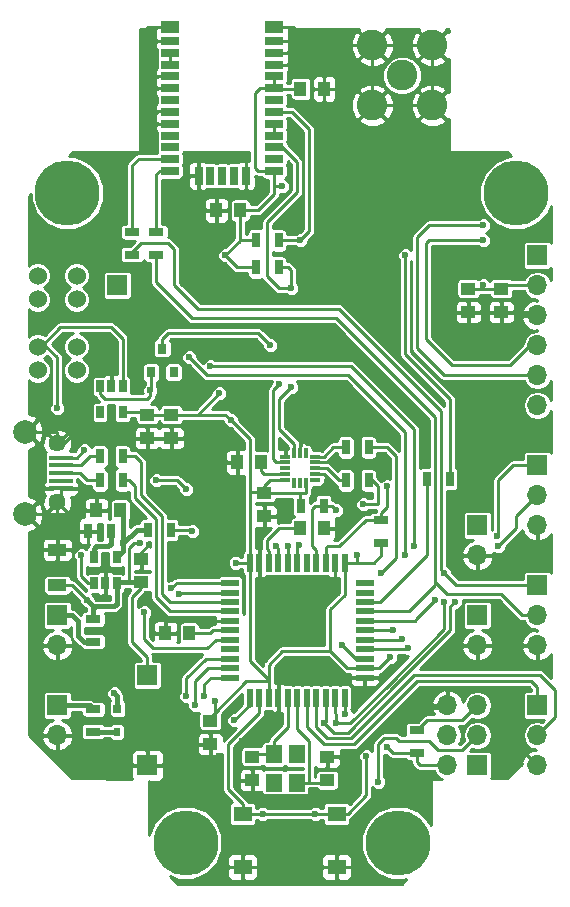
<source format=gbr>
G04 #@! TF.FileFunction,Copper,L1,Top,Signal*
%FSLAX46Y46*%
G04 Gerber Fmt 4.6, Leading zero omitted, Abs format (unit mm)*
G04 Created by KiCad (PCBNEW 4.0.7-e2-6376~58~ubuntu16.04.1) date Wed Mar 28 23:24:04 2018*
%MOMM*%
%LPD*%
G01*
G04 APERTURE LIST*
%ADD10C,0.100000*%
%ADD11R,0.700000X1.300000*%
%ADD12C,2.600000*%
%ADD13R,1.600000X1.000000*%
%ADD14R,1.250000X1.000000*%
%ADD15R,1.000000X1.250000*%
%ADD16R,0.800000X0.900000*%
%ADD17R,0.700000X0.800000*%
%ADD18R,0.500000X0.800000*%
%ADD19R,0.650000X1.060000*%
%ADD20R,2.000000X0.400000*%
%ADD21C,1.450000*%
%ADD22C,2.000000*%
%ADD23R,1.700000X1.700000*%
%ADD24O,1.700000X1.700000*%
%ADD25C,5.500000*%
%ADD26R,1.300000X0.700000*%
%ADD27C,1.524000*%
%ADD28R,1.550000X1.300000*%
%ADD29R,1.500000X0.700000*%
%ADD30R,1.500000X1.000000*%
%ADD31R,0.700000X1.500000*%
%ADD32R,1.500000X0.550000*%
%ADD33R,0.550000X1.500000*%
%ADD34R,1.400000X1.500000*%
%ADD35R,0.813000X0.305000*%
%ADD36R,0.305000X0.813000*%
%ADD37C,0.600000*%
%ADD38C,0.250000*%
%ADD39C,0.400000*%
%ADD40C,0.254000*%
G04 APERTURE END LIST*
D10*
D11*
X111826000Y-104521000D03*
X113726000Y-104521000D03*
D12*
X135890000Y-63500000D03*
X130810000Y-63500000D03*
X130810000Y-68580000D03*
X135890000Y-68580000D03*
X133350000Y-66040000D03*
D13*
X104140000Y-109196000D03*
X104140000Y-106196000D03*
D14*
X111252000Y-108950000D03*
X111252000Y-106950000D03*
X111760000Y-94758000D03*
X111760000Y-96758000D03*
X138938000Y-84090000D03*
X138938000Y-86090000D03*
X117094000Y-120666000D03*
X117094000Y-122666000D03*
X141732000Y-84090000D03*
X141732000Y-86090000D03*
X121666000Y-101362000D03*
X121666000Y-103362000D03*
X113792000Y-94758000D03*
X113792000Y-96758000D03*
D15*
X119618000Y-77470000D03*
X117618000Y-77470000D03*
X124730000Y-67183000D03*
X126730000Y-67183000D03*
D14*
X127000000Y-125714000D03*
X127000000Y-123714000D03*
X120650000Y-123714000D03*
X120650000Y-125714000D03*
D15*
X115300000Y-113284000D03*
X113300000Y-113284000D03*
X124730000Y-104394000D03*
X126730000Y-104394000D03*
X121396000Y-98806000D03*
X119396000Y-98806000D03*
X109458000Y-102870000D03*
X107458000Y-102870000D03*
D16*
X112080000Y-91170000D03*
X113980000Y-91170000D03*
X113030000Y-89170000D03*
D17*
X109220000Y-119650000D03*
D18*
X109220000Y-121650000D03*
D19*
X107254000Y-109050000D03*
X108204000Y-109050000D03*
X109154000Y-109050000D03*
X109154000Y-106850000D03*
X107254000Y-106850000D03*
D20*
X104465000Y-98395000D03*
X104465000Y-99045000D03*
X104465000Y-99695000D03*
X104465000Y-100345000D03*
X104465000Y-100995000D03*
D21*
X104140000Y-97195000D03*
X104140000Y-102195000D03*
D22*
X101440000Y-96195000D03*
X101440000Y-103195000D03*
D23*
X139700000Y-124460000D03*
D24*
X137160000Y-124460000D03*
X139700000Y-121920000D03*
X137160000Y-121920000D03*
X139700000Y-119380000D03*
X137160000Y-119380000D03*
D23*
X104140000Y-111760000D03*
D24*
X104140000Y-114300000D03*
D23*
X104140000Y-119380000D03*
D24*
X104140000Y-121920000D03*
D23*
X144780000Y-81280000D03*
D24*
X144780000Y-83820000D03*
X144780000Y-86360000D03*
X144780000Y-88900000D03*
X144780000Y-91440000D03*
X144780000Y-93980000D03*
D25*
X105000000Y-76000000D03*
X133000000Y-131000000D03*
X143000000Y-76000000D03*
X115000000Y-131000000D03*
D23*
X111760000Y-116840000D03*
X109220000Y-83820000D03*
X111760000Y-124460000D03*
X144780000Y-99060000D03*
D24*
X144780000Y-101600000D03*
X144780000Y-104140000D03*
D23*
X144780000Y-119380000D03*
D24*
X144780000Y-121920000D03*
X144780000Y-124460000D03*
D23*
X144780000Y-109220000D03*
D24*
X144780000Y-111760000D03*
X144780000Y-114300000D03*
D23*
X139700000Y-111760000D03*
D24*
X139700000Y-114300000D03*
D23*
X139700000Y-104140000D03*
D24*
X139700000Y-106680000D03*
D26*
X112522000Y-81214000D03*
X112522000Y-79314000D03*
X110490000Y-81214000D03*
X110490000Y-79314000D03*
D11*
X109662000Y-100330000D03*
X107762000Y-100330000D03*
X109662000Y-98298000D03*
X107762000Y-98298000D03*
D26*
X134620000Y-123378000D03*
X134620000Y-121478000D03*
D11*
X130490000Y-97536000D03*
X128590000Y-97536000D03*
X130490000Y-100330000D03*
X128590000Y-100330000D03*
X120970000Y-80010000D03*
X122870000Y-80010000D03*
D26*
X107188000Y-112080000D03*
X107188000Y-113980000D03*
D11*
X120970000Y-82296000D03*
X122870000Y-82296000D03*
D26*
X107188000Y-121600000D03*
X107188000Y-119700000D03*
D11*
X108646000Y-104648000D03*
X106746000Y-104648000D03*
X124780000Y-102489000D03*
X126680000Y-102489000D03*
D26*
X131572000Y-105598000D03*
X131572000Y-103698000D03*
D27*
X102490000Y-82995000D03*
X102490000Y-84995000D03*
X102490000Y-88995000D03*
X102490000Y-90995000D03*
X105790000Y-82995000D03*
X105790000Y-84995000D03*
X105790000Y-88995000D03*
X105790000Y-90995000D03*
D28*
X127805000Y-128560000D03*
X127805000Y-133060000D03*
X119845000Y-133060000D03*
X119845000Y-128560000D03*
D19*
X109662000Y-92372000D03*
X108712000Y-92372000D03*
X107762000Y-92372000D03*
X107762000Y-94572000D03*
X109662000Y-94572000D03*
D29*
X122510000Y-74130000D03*
X122510000Y-73130000D03*
X122510000Y-72130000D03*
X122510000Y-71130000D03*
X122510000Y-70130000D03*
X122510000Y-69130000D03*
X122510000Y-68130000D03*
X122510000Y-67130000D03*
X122510000Y-66130000D03*
X122510000Y-65130000D03*
X122510000Y-64130000D03*
X122510000Y-63130000D03*
D30*
X122510000Y-61980000D03*
X113710000Y-61980000D03*
D29*
X113710000Y-63130000D03*
X113710000Y-64130000D03*
X113710000Y-65130000D03*
X113710000Y-66130000D03*
X113710000Y-67130000D03*
X113710000Y-68130000D03*
X113710000Y-69130000D03*
X113710000Y-70130000D03*
X113710000Y-71130000D03*
X113710000Y-72130000D03*
X113710000Y-73130000D03*
X113710000Y-74130000D03*
D31*
X116110000Y-74530000D03*
X117110000Y-74530000D03*
X118110000Y-74530000D03*
X119110000Y-74530000D03*
X120110000Y-74530000D03*
D32*
X118760000Y-109030000D03*
X118760000Y-109830000D03*
X118760000Y-110630000D03*
X118760000Y-111430000D03*
X118760000Y-112230000D03*
X118760000Y-113030000D03*
X118760000Y-113830000D03*
X118760000Y-114630000D03*
X118760000Y-115430000D03*
X118760000Y-116230000D03*
X118760000Y-117030000D03*
D33*
X120460000Y-118730000D03*
X121260000Y-118730000D03*
X122060000Y-118730000D03*
X122860000Y-118730000D03*
X123660000Y-118730000D03*
X124460000Y-118730000D03*
X125260000Y-118730000D03*
X126060000Y-118730000D03*
X126860000Y-118730000D03*
X127660000Y-118730000D03*
X128460000Y-118730000D03*
D32*
X130160000Y-117030000D03*
X130160000Y-116230000D03*
X130160000Y-115430000D03*
X130160000Y-114630000D03*
X130160000Y-113830000D03*
X130160000Y-113030000D03*
X130160000Y-112230000D03*
X130160000Y-111430000D03*
X130160000Y-110630000D03*
X130160000Y-109830000D03*
X130160000Y-109030000D03*
D33*
X128460000Y-107330000D03*
X127660000Y-107330000D03*
X126860000Y-107330000D03*
X126060000Y-107330000D03*
X125260000Y-107330000D03*
X124460000Y-107330000D03*
X123660000Y-107330000D03*
X122860000Y-107330000D03*
X122060000Y-107330000D03*
X121260000Y-107330000D03*
X120460000Y-107330000D03*
D34*
X124394000Y-125914000D03*
X122494000Y-123514000D03*
X124394000Y-123514000D03*
X122494000Y-125914000D03*
D35*
X123439000Y-100314000D03*
X123439000Y-99814000D03*
X123439000Y-99314000D03*
X123439000Y-98814000D03*
X123439000Y-98314000D03*
D36*
X124214000Y-98039000D03*
X124714000Y-98039000D03*
X125214000Y-98039000D03*
D35*
X125989000Y-98314000D03*
X125989000Y-98814000D03*
X125989000Y-99314000D03*
X125989000Y-99814000D03*
X125989000Y-100314000D03*
D36*
X125214000Y-100589000D03*
X124714000Y-100589000D03*
X124214000Y-100589000D03*
D11*
X137348000Y-100203000D03*
X135448000Y-100203000D03*
D37*
X111125000Y-105664000D03*
X104140000Y-94234000D03*
X106680000Y-110490000D03*
X114173000Y-78359000D03*
X113792000Y-76200000D03*
X108839000Y-76708000D03*
X109093000Y-75057000D03*
X108204000Y-73025000D03*
X109855000Y-73025000D03*
X126746000Y-63500000D03*
X126746000Y-65278000D03*
X126746000Y-66929000D03*
X126746000Y-68580000D03*
X135890000Y-76454000D03*
X133477000Y-77089000D03*
X131318000Y-76962000D03*
X128905000Y-76835000D03*
X127127000Y-76962000D03*
X126619000Y-73279000D03*
X128905000Y-69342000D03*
X127635000Y-69342000D03*
X126746000Y-70231000D03*
X126746000Y-71628000D03*
X134493000Y-70358000D03*
X133350000Y-71628000D03*
X133223000Y-73152000D03*
X123825000Y-74168000D03*
X124079000Y-78232000D03*
X128016000Y-104648000D03*
X130302000Y-118237000D03*
X119761000Y-122428000D03*
X123698000Y-133060000D03*
X133477000Y-115316000D03*
X107442000Y-89662000D03*
X106426000Y-95504000D03*
X111760000Y-109982000D03*
X112522000Y-111506000D03*
X111887000Y-105791000D03*
X140462000Y-82550000D03*
X118618000Y-89154000D03*
X127254000Y-100584000D03*
X126238000Y-96520000D03*
X128016000Y-98806000D03*
X123190000Y-97282000D03*
X123952000Y-95758000D03*
X116332000Y-80518000D03*
X108204000Y-78740000D03*
X112268000Y-85090000D03*
X111506000Y-82804000D03*
X141986000Y-120650000D03*
X134620000Y-119634000D03*
X118618000Y-96774000D03*
X123444000Y-103378000D03*
X108204000Y-110236000D03*
X111506000Y-119634000D03*
X106172000Y-116586000D03*
X135890000Y-73406000D03*
X140716000Y-87630000D03*
X140716000Y-93980000D03*
X129794000Y-94742000D03*
X127254000Y-83566000D03*
X121412000Y-104648000D03*
X119634000Y-103632000D03*
X140716000Y-99568000D03*
X111786000Y-70130000D03*
X116078000Y-76200000D03*
X120650000Y-127000000D03*
X117856000Y-123698000D03*
X122428000Y-120904000D03*
X119253000Y-107315000D03*
X117475000Y-118999000D03*
X118872000Y-95250000D03*
X123190000Y-75438000D03*
X140208000Y-83820000D03*
X132080000Y-122936000D03*
X132334000Y-115316000D03*
X129540000Y-106680000D03*
X118364000Y-81280000D03*
X117856000Y-92964000D03*
X108966000Y-118364000D03*
X109728000Y-105664000D03*
X122682000Y-105918000D03*
X112014000Y-92710000D03*
X122174000Y-88900000D03*
X128270000Y-114300000D03*
X111506000Y-111506000D03*
X114427000Y-109982000D03*
X115570000Y-104648000D03*
X106172000Y-106680000D03*
X112522000Y-100330000D03*
X115062000Y-101092000D03*
X123698000Y-105918000D03*
X106426000Y-97790000D03*
X115824000Y-119380000D03*
X131318000Y-125857000D03*
X115062000Y-118618000D03*
X116586000Y-118618000D03*
X125984000Y-128560000D03*
X121539000Y-128560000D03*
X130302000Y-123698000D03*
X140208000Y-80010000D03*
X140208000Y-78740000D03*
X141351000Y-105029000D03*
X136906000Y-110617000D03*
X127762000Y-120904000D03*
X141478000Y-105918000D03*
X137795000Y-110617000D03*
X126746000Y-120904000D03*
X122936000Y-92202000D03*
X124714000Y-80010000D03*
X123952000Y-92456000D03*
X123952000Y-84074000D03*
X136906000Y-108204000D03*
X136144000Y-110490000D03*
X127762000Y-102870000D03*
X132080000Y-100838000D03*
X133350000Y-113792000D03*
X115316000Y-89916000D03*
X133604000Y-106680000D03*
X133858000Y-114554000D03*
X117094000Y-90678000D03*
X134366000Y-105918000D03*
X131572000Y-108204000D03*
X119126000Y-120650000D03*
X132588000Y-113030000D03*
X130048000Y-102362000D03*
X128524000Y-120142000D03*
X133604000Y-81280000D03*
X113792000Y-109474000D03*
X124587000Y-105791000D03*
D38*
X110236000Y-106045000D02*
X110236000Y-108950000D01*
X110617000Y-105664000D02*
X110236000Y-106045000D01*
X110731002Y-105664000D02*
X110617000Y-105664000D01*
X111125000Y-105664000D02*
X110731002Y-105664000D01*
X104140000Y-94234000D02*
X104140000Y-89916000D01*
X103219000Y-88995000D02*
X104140000Y-89916000D01*
X111252000Y-108950000D02*
X111252000Y-109474000D01*
X111760000Y-115316000D02*
X111760000Y-116840000D01*
X110490000Y-114046000D02*
X111760000Y-115316000D01*
X110490000Y-110236000D02*
X110490000Y-114046000D01*
X111252000Y-109474000D02*
X110490000Y-110236000D01*
D39*
X111252000Y-108950000D02*
X110236000Y-108950000D01*
X110236000Y-108950000D02*
X109254000Y-108950000D01*
X109254000Y-108950000D02*
X109154000Y-109050000D01*
D38*
X104140000Y-109196000D02*
X105386000Y-109196000D01*
X105386000Y-109196000D02*
X106680000Y-110490000D01*
D39*
X107188000Y-110998000D02*
X106680000Y-110490000D01*
X107188000Y-111125000D02*
X107188000Y-110998000D01*
D38*
X103219000Y-88995000D02*
X102490000Y-88995000D01*
D39*
X107188000Y-112080000D02*
X107188000Y-111125000D01*
X107188000Y-111125000D02*
X107188000Y-111252000D01*
X109154000Y-110810000D02*
X109154000Y-109050000D01*
X108966000Y-110998000D02*
X109154000Y-110810000D01*
X107442000Y-110998000D02*
X108966000Y-110998000D01*
X107188000Y-111252000D02*
X107442000Y-110998000D01*
D38*
X102490000Y-88995000D02*
X102775000Y-88995000D01*
X102775000Y-88995000D02*
X104394000Y-87376000D01*
X109662000Y-88326000D02*
X109662000Y-92372000D01*
X108712000Y-87376000D02*
X109662000Y-88326000D01*
X104394000Y-87376000D02*
X108712000Y-87376000D01*
X113792000Y-77978000D02*
X114173000Y-78359000D01*
X113792000Y-76200000D02*
X113792000Y-77978000D01*
X109093000Y-76454000D02*
X108839000Y-76708000D01*
X109093000Y-75057000D02*
X109093000Y-76454000D01*
X109855000Y-73025000D02*
X108204000Y-73025000D01*
X126746000Y-65278000D02*
X126746000Y-63500000D01*
X126746000Y-68580000D02*
X126746000Y-66929000D01*
X131445000Y-77089000D02*
X133477000Y-77089000D01*
X131318000Y-76962000D02*
X131445000Y-77089000D01*
X127254000Y-76835000D02*
X128905000Y-76835000D01*
X127127000Y-76962000D02*
X127254000Y-76835000D01*
X127635000Y-69342000D02*
X128905000Y-69342000D01*
X126746000Y-71628000D02*
X126746000Y-70231000D01*
X133350000Y-73025000D02*
X133350000Y-71628000D01*
X133223000Y-73152000D02*
X133350000Y-73025000D01*
X126730000Y-104394000D02*
X127762000Y-104394000D01*
X127762000Y-104394000D02*
X128016000Y-104648000D01*
X130302000Y-118237000D02*
X130160000Y-118095000D01*
X130160000Y-118095000D02*
X130160000Y-117030000D01*
X120650000Y-127000000D02*
X127762000Y-127000000D01*
X128159000Y-123714000D02*
X127000000Y-123714000D01*
X128397000Y-123952000D02*
X128159000Y-123714000D01*
X128397000Y-126365000D02*
X128397000Y-123952000D01*
X127762000Y-127000000D02*
X128397000Y-126365000D01*
X130160000Y-117030000D02*
X131763000Y-117030000D01*
X131763000Y-117030000D02*
X133477000Y-115316000D01*
X107442000Y-89662000D02*
X107442000Y-91186000D01*
X108712000Y-90170000D02*
X108204000Y-89662000D01*
X108204000Y-89662000D02*
X107442000Y-89662000D01*
X108712000Y-92372000D02*
X108712000Y-90170000D01*
X106426000Y-92202000D02*
X106426000Y-95504000D01*
X107442000Y-91186000D02*
X106426000Y-92202000D01*
X111760000Y-109982000D02*
X111760000Y-110744000D01*
X111760000Y-110744000D02*
X112522000Y-111506000D01*
X111760000Y-109982000D02*
X111760000Y-110109000D01*
X111252000Y-106426000D02*
X111252000Y-106950000D01*
X111887000Y-105791000D02*
X111252000Y-106426000D01*
X104465000Y-100995000D02*
X104465000Y-101870000D01*
X104465000Y-101870000D02*
X104140000Y-102195000D01*
X125989000Y-99814000D02*
X126738000Y-99814000D01*
X127254000Y-100330000D02*
X127254000Y-100584000D01*
X126738000Y-99814000D02*
X127254000Y-100330000D01*
X125989000Y-98814000D02*
X128008000Y-98814000D01*
X128008000Y-98814000D02*
X128016000Y-98806000D01*
X123439000Y-97531000D02*
X123190000Y-97282000D01*
X123439000Y-98314000D02*
X123439000Y-97531000D01*
X124714000Y-96520000D02*
X126238000Y-96520000D01*
X123952000Y-95758000D02*
X124714000Y-96520000D01*
X130810000Y-63500000D02*
X130810000Y-68580000D01*
X135890000Y-63500000D02*
X130810000Y-63500000D01*
X135890000Y-68580000D02*
X135890000Y-63500000D01*
X130810000Y-68580000D02*
X135890000Y-68580000D01*
X113710000Y-69130000D02*
X113668000Y-69088000D01*
X113668000Y-69088000D02*
X111760000Y-69088000D01*
X116332000Y-77470000D02*
X116332000Y-80518000D01*
X111506000Y-84328000D02*
X112268000Y-85090000D01*
X111506000Y-82804000D02*
X111506000Y-84328000D01*
X144780000Y-124460000D02*
X141986000Y-121666000D01*
X141986000Y-121666000D02*
X141986000Y-120650000D01*
X137160000Y-119380000D02*
X136906000Y-119634000D01*
X136906000Y-119634000D02*
X134620000Y-119634000D01*
X119396000Y-98060000D02*
X119396000Y-97552000D01*
X119396000Y-98806000D02*
X119396000Y-98060000D01*
X119396000Y-97552000D02*
X118618000Y-96774000D01*
X113792000Y-96758000D02*
X116824000Y-96758000D01*
X118618000Y-96774000D02*
X118602000Y-96758000D01*
X118602000Y-96758000D02*
X116824000Y-96758000D01*
X123428000Y-103362000D02*
X123444000Y-103378000D01*
X123428000Y-103362000D02*
X121666000Y-103362000D01*
X121260000Y-107330000D02*
X121260000Y-104800000D01*
X121260000Y-104800000D02*
X121412000Y-104648000D01*
X108204000Y-109050000D02*
X108204000Y-110236000D01*
X113284000Y-112268000D02*
X112522000Y-111506000D01*
X111506000Y-119634000D02*
X109728000Y-117856000D01*
X109220000Y-116586000D02*
X109728000Y-117094000D01*
X109728000Y-117094000D02*
X109728000Y-117856000D01*
X106172000Y-116586000D02*
X109220000Y-116586000D01*
X117094000Y-112268000D02*
X113284000Y-112268000D01*
X117132000Y-112230000D02*
X117094000Y-112268000D01*
X118760000Y-112230000D02*
X117132000Y-112230000D01*
X113300000Y-112284000D02*
X113300000Y-113284000D01*
X113284000Y-112268000D02*
X113300000Y-112284000D01*
X104140000Y-106196000D02*
X104140000Y-104394000D01*
X106746000Y-104648000D02*
X104140000Y-104648000D01*
X104140000Y-104648000D02*
X104140000Y-104394000D01*
X104140000Y-104394000D02*
X104140000Y-103195000D01*
X107458000Y-102870000D02*
X106172000Y-102870000D01*
X105847000Y-103195000D02*
X104140000Y-103195000D01*
X104140000Y-103195000D02*
X104069000Y-103195000D01*
X106172000Y-102870000D02*
X105847000Y-103195000D01*
X101440000Y-103195000D02*
X104069000Y-103195000D01*
X104140000Y-103124000D02*
X104140000Y-102195000D01*
X104069000Y-103195000D02*
X104140000Y-103124000D01*
X101440000Y-96195000D02*
X104069000Y-96195000D01*
X104140000Y-96266000D02*
X104140000Y-97195000D01*
X104069000Y-96195000D02*
X104140000Y-96266000D01*
X104140000Y-97195000D02*
X104735000Y-97195000D01*
X104735000Y-97195000D02*
X106426000Y-95504000D01*
X111760000Y-96758000D02*
X107680000Y-96758000D01*
X107680000Y-96758000D02*
X106426000Y-95504000D01*
X129794000Y-94742000D02*
X128016000Y-96520000D01*
X126238000Y-96520000D02*
X125222000Y-96520000D01*
X124714000Y-97028000D02*
X125222000Y-96520000D01*
X124714000Y-97028000D02*
X124714000Y-98039000D01*
X126238000Y-96520000D02*
X128016000Y-96520000D01*
X121666000Y-103362000D02*
X121666000Y-104394000D01*
X121666000Y-104394000D02*
X121412000Y-104648000D01*
X119396000Y-103394000D02*
X119396000Y-98806000D01*
X119634000Y-103632000D02*
X119396000Y-103394000D01*
X122860000Y-118730000D02*
X122860000Y-120472000D01*
X122860000Y-120472000D02*
X122428000Y-120904000D01*
X124206000Y-63500000D02*
X124460000Y-63500000D01*
X124460000Y-63500000D02*
X130810000Y-63500000D01*
X122510000Y-64130000D02*
X124206000Y-64130000D01*
X122510000Y-63130000D02*
X124206000Y-63130000D01*
X122514000Y-61976000D02*
X124206000Y-61976000D01*
X123846000Y-65130000D02*
X124206000Y-64770000D01*
X124206000Y-64770000D02*
X124206000Y-64130000D01*
X124206000Y-64130000D02*
X124206000Y-63500000D01*
X124206000Y-63500000D02*
X124206000Y-63130000D01*
X124206000Y-63130000D02*
X124206000Y-61976000D01*
X123846000Y-65130000D02*
X122510000Y-65130000D01*
X122514000Y-61976000D02*
X122510000Y-61980000D01*
X111760000Y-70104000D02*
X111786000Y-70130000D01*
X113710000Y-67130000D02*
X111760000Y-67130000D01*
X113710000Y-66130000D02*
X111760000Y-66130000D01*
X113710000Y-63130000D02*
X111760000Y-63130000D01*
X113706000Y-61976000D02*
X111760000Y-61976000D01*
X111760000Y-70104000D02*
X111760000Y-69088000D01*
X111760000Y-69088000D02*
X111760000Y-67130000D01*
X111760000Y-67130000D02*
X111760000Y-66130000D01*
X111760000Y-66130000D02*
X111760000Y-63130000D01*
X111760000Y-63130000D02*
X111760000Y-61976000D01*
X111786000Y-70130000D02*
X113710000Y-70130000D01*
X113706000Y-61976000D02*
X113710000Y-61980000D01*
X117618000Y-77470000D02*
X116332000Y-77470000D01*
X116078000Y-77216000D02*
X116078000Y-76200000D01*
X116332000Y-77470000D02*
X116078000Y-77216000D01*
X116078000Y-76200000D02*
X116110000Y-76168000D01*
X120110000Y-74530000D02*
X120110000Y-76168000D01*
X116110000Y-76168000D02*
X116142000Y-76200000D01*
X116142000Y-76200000D02*
X119126000Y-76200000D01*
X116110000Y-76168000D02*
X116110000Y-74530000D01*
X120078000Y-76200000D02*
X119126000Y-76200000D01*
X120110000Y-76168000D02*
X120078000Y-76200000D01*
X139700000Y-106680000D02*
X144272000Y-106680000D01*
X144780000Y-106172000D02*
X144780000Y-104140000D01*
X144272000Y-106680000D02*
X144780000Y-106172000D01*
X144780000Y-114300000D02*
X139700000Y-114300000D01*
X119845000Y-133060000D02*
X123698000Y-133060000D01*
X123698000Y-133060000D02*
X127805000Y-133060000D01*
X120650000Y-125714000D02*
X120650000Y-127000000D01*
X111760000Y-124460000D02*
X117094000Y-124460000D01*
X117094000Y-123698000D02*
X117094000Y-122666000D01*
X111760000Y-124460000D02*
X105156000Y-124460000D01*
X104140000Y-123444000D02*
X104140000Y-121920000D01*
X105156000Y-124460000D02*
X104140000Y-123444000D01*
X141732000Y-86090000D02*
X138938000Y-86090000D01*
X144780000Y-86360000D02*
X144510000Y-86090000D01*
X144510000Y-86090000D02*
X141732000Y-86090000D01*
X117856000Y-123698000D02*
X117094000Y-123698000D01*
X117094000Y-124460000D02*
X117094000Y-123698000D01*
X122510000Y-67130000D02*
X122563000Y-67183000D01*
X122563000Y-67183000D02*
X124730000Y-67183000D01*
X119253000Y-107315000D02*
X119253000Y-107330000D01*
X119253000Y-107330000D02*
X120460000Y-107330000D01*
X117475000Y-118999000D02*
X117475000Y-120015000D01*
X120970000Y-80010000D02*
X119618000Y-80010000D01*
X120970000Y-82296000D02*
X119380000Y-82296000D01*
X119380000Y-82296000D02*
X118364000Y-81280000D01*
X123190000Y-75438000D02*
X122510000Y-75438000D01*
X140208000Y-83820000D02*
X140208000Y-84090000D01*
X129056000Y-116230000D02*
X128676000Y-116230000D01*
X130160000Y-116230000D02*
X129056000Y-116230000D01*
X128676000Y-116230000D02*
X127254000Y-114808000D01*
X128460000Y-109220000D02*
X128460000Y-110046000D01*
X128460000Y-110046000D02*
X127254000Y-111252000D01*
X127254000Y-111252000D02*
X127254000Y-114808000D01*
X130160000Y-116230000D02*
X131420000Y-116230000D01*
X132522000Y-123378000D02*
X132080000Y-122936000D01*
X133284000Y-123378000D02*
X134620000Y-123378000D01*
X133284000Y-123378000D02*
X132522000Y-123378000D01*
X131420000Y-116230000D02*
X132334000Y-115316000D01*
X122060000Y-116954000D02*
X122060000Y-115938000D01*
X122060000Y-117348000D02*
X122060000Y-116954000D01*
X123190000Y-114808000D02*
X127254000Y-114808000D01*
X122060000Y-115938000D02*
X123190000Y-114808000D01*
X122060000Y-117348000D02*
X120142000Y-117348000D01*
X120142000Y-117348000D02*
X117475000Y-120015000D01*
X117475000Y-120015000D02*
X117094000Y-120396000D01*
X117094000Y-120396000D02*
X117094000Y-120666000D01*
X122510000Y-67130000D02*
X122510000Y-66130000D01*
X134620000Y-123378000D02*
X134620000Y-124206000D01*
X134874000Y-124460000D02*
X137160000Y-124460000D01*
X134620000Y-124206000D02*
X134874000Y-124460000D01*
X129540000Y-106680000D02*
X129540000Y-107330000D01*
X119618000Y-80026000D02*
X119618000Y-80010000D01*
X119618000Y-80010000D02*
X119618000Y-77470000D01*
X118364000Y-81280000D02*
X119618000Y-80026000D01*
X122510000Y-74130000D02*
X122510000Y-75438000D01*
X122510000Y-75438000D02*
X122510000Y-76118000D01*
X121158000Y-77470000D02*
X119618000Y-77470000D01*
X122510000Y-76118000D02*
X121158000Y-77470000D01*
X141732000Y-84090000D02*
X142002000Y-83820000D01*
X142002000Y-83820000D02*
X144780000Y-83820000D01*
X138938000Y-84090000D02*
X140208000Y-84090000D01*
X140208000Y-84090000D02*
X141732000Y-84090000D01*
X128460000Y-107330000D02*
X129540000Y-107330000D01*
X129540000Y-107330000D02*
X130922000Y-107330000D01*
X131572000Y-106680000D02*
X131572000Y-105598000D01*
X130922000Y-107330000D02*
X131572000Y-106680000D01*
X124714000Y-101362000D02*
X124714000Y-102804000D01*
X124714000Y-102804000D02*
X124780000Y-102870000D01*
X121666000Y-101362000D02*
X121666000Y-100822000D01*
X121666000Y-100822000D02*
X122174000Y-100314000D01*
X120460000Y-101346000D02*
X121650000Y-101346000D01*
X121650000Y-101346000D02*
X121666000Y-101362000D01*
X121666000Y-101362000D02*
X124714000Y-101362000D01*
X124714000Y-101362000D02*
X125214000Y-101362000D01*
X128460000Y-107330000D02*
X128460000Y-109220000D01*
X128460000Y-109220000D02*
X128460000Y-109284000D01*
X122060000Y-117234000D02*
X122060000Y-117348000D01*
X125214000Y-100589000D02*
X125214000Y-101362000D01*
X122510000Y-67130000D02*
X121338000Y-67130000D01*
X121120000Y-74130000D02*
X122510000Y-74130000D01*
X120904000Y-73914000D02*
X121120000Y-74130000D01*
X120904000Y-67564000D02*
X120904000Y-73914000D01*
X121338000Y-67130000D02*
X120904000Y-67564000D01*
X123439000Y-100314000D02*
X122174000Y-100314000D01*
X122510000Y-66130000D02*
X122674000Y-66294000D01*
X122690000Y-67310000D02*
X122510000Y-67130000D01*
X115824000Y-94758000D02*
X116062000Y-94758000D01*
X116062000Y-94758000D02*
X117856000Y-92964000D01*
X120460000Y-110490000D02*
X120460000Y-115634000D01*
X120460000Y-115634000D02*
X122060000Y-117234000D01*
X122060000Y-117234000D02*
X122060000Y-118730000D01*
X120460000Y-110554000D02*
X120460000Y-110490000D01*
X120460000Y-110490000D02*
X120460000Y-107330000D01*
X113792000Y-94758000D02*
X115824000Y-94758000D01*
X115824000Y-94758000D02*
X118380000Y-94758000D01*
X120460000Y-96838000D02*
X120460000Y-99886000D01*
X120460000Y-99886000D02*
X120460000Y-101346000D01*
X120460000Y-101346000D02*
X120460000Y-107330000D01*
X118380000Y-94758000D02*
X118872000Y-95250000D01*
X118872000Y-95250000D02*
X120460000Y-96838000D01*
X111760000Y-94758000D02*
X113792000Y-94758000D01*
X109662000Y-94572000D02*
X111574000Y-94572000D01*
X111574000Y-94572000D02*
X111760000Y-94758000D01*
X125476000Y-125914000D02*
X125476000Y-122428000D01*
X124460000Y-121412000D02*
X124460000Y-118730000D01*
X125476000Y-122428000D02*
X124460000Y-121412000D01*
X124394000Y-125914000D02*
X125476000Y-125914000D01*
X125476000Y-125914000D02*
X126800000Y-125914000D01*
X126800000Y-125914000D02*
X127000000Y-125714000D01*
X123660000Y-118730000D02*
X123660000Y-121196000D01*
X122494000Y-122362000D02*
X122494000Y-123514000D01*
X123660000Y-121196000D02*
X122494000Y-122362000D01*
X122494000Y-123514000D02*
X120850000Y-123514000D01*
X120850000Y-123514000D02*
X120650000Y-123714000D01*
X118760000Y-113030000D02*
X117348000Y-113030000D01*
X117094000Y-113284000D02*
X115300000Y-113284000D01*
X117348000Y-113030000D02*
X117094000Y-113284000D01*
X122428000Y-104902000D02*
X122936000Y-104394000D01*
X122060000Y-106312000D02*
X121920000Y-106172000D01*
X121920000Y-106172000D02*
X121920000Y-105410000D01*
X121920000Y-105410000D02*
X122428000Y-104902000D01*
X122060000Y-107330000D02*
X122060000Y-106566000D01*
X122060000Y-106566000D02*
X122060000Y-106312000D01*
X122936000Y-104394000D02*
X124730000Y-104394000D01*
D39*
X111826000Y-104521000D02*
X110871000Y-104521000D01*
X110871000Y-104521000D02*
X109728000Y-105664000D01*
X109220000Y-118618000D02*
X108966000Y-118364000D01*
X109220000Y-119650000D02*
X109220000Y-118618000D01*
X109154000Y-106850000D02*
X109728000Y-106276000D01*
X109728000Y-106276000D02*
X109728000Y-105664000D01*
X109728000Y-105664000D02*
X109728000Y-104902000D01*
X109728000Y-104902000D02*
X109728000Y-103140000D01*
X109728000Y-103140000D02*
X109458000Y-102870000D01*
X109154000Y-106850000D02*
X109304000Y-106850000D01*
X109474000Y-106530000D02*
X109154000Y-106850000D01*
D38*
X122860000Y-106096000D02*
X122860000Y-107330000D01*
X122682000Y-105918000D02*
X122860000Y-106096000D01*
X107762000Y-92372000D02*
X107762000Y-93030000D01*
X112014000Y-93218000D02*
X112014000Y-92710000D01*
X111760000Y-93472000D02*
X112014000Y-93218000D01*
X108204000Y-93472000D02*
X111760000Y-93472000D01*
X107762000Y-93030000D02*
X108204000Y-93472000D01*
X112080000Y-92776000D02*
X112014000Y-92710000D01*
X112080000Y-92644000D02*
X112080000Y-91170000D01*
X112014000Y-92710000D02*
X112080000Y-92644000D01*
X122174000Y-88900000D02*
X121158000Y-87884000D01*
X121158000Y-87884000D02*
X113538000Y-87884000D01*
X113538000Y-87884000D02*
X113030000Y-88392000D01*
X113030000Y-89170000D02*
X113030000Y-88392000D01*
X129400000Y-115430000D02*
X130160000Y-115430000D01*
X129400000Y-115430000D02*
X128270000Y-114300000D01*
D39*
X107188000Y-121600000D02*
X109170000Y-121600000D01*
X109170000Y-121600000D02*
X109220000Y-121650000D01*
D38*
X117564000Y-113830000D02*
X116840000Y-114554000D01*
X116840000Y-114554000D02*
X112268000Y-114554000D01*
X112268000Y-114554000D02*
X111506000Y-113792000D01*
X117564000Y-113830000D02*
X118760000Y-113830000D01*
X111506000Y-111506000D02*
X111506000Y-113792000D01*
X114910000Y-109830000D02*
X114579000Y-109830000D01*
X114910000Y-109830000D02*
X118760000Y-109830000D01*
X114579000Y-109830000D02*
X114427000Y-109982000D01*
X115443000Y-104521000D02*
X113726000Y-104521000D01*
X115570000Y-104648000D02*
X115443000Y-104521000D01*
X113792000Y-104455000D02*
X113726000Y-104521000D01*
X112522000Y-100330000D02*
X114300000Y-100330000D01*
X106172000Y-106680000D02*
X106172000Y-108458000D01*
X106172000Y-108458000D02*
X106764000Y-109050000D01*
X106764000Y-109050000D02*
X107254000Y-109050000D01*
X114300000Y-100330000D02*
X115062000Y-101092000D01*
X123660000Y-107330000D02*
X123660000Y-105956000D01*
X123660000Y-105956000D02*
X123698000Y-105918000D01*
X104465000Y-98395000D02*
X105821000Y-98395000D01*
X105821000Y-98395000D02*
X106426000Y-97790000D01*
D39*
X107254000Y-106850000D02*
X107254000Y-106106000D01*
X108646000Y-105730000D02*
X108646000Y-104648000D01*
X108458000Y-105918000D02*
X108646000Y-105730000D01*
X107442000Y-105918000D02*
X108458000Y-105918000D01*
X107254000Y-106106000D02*
X107442000Y-105918000D01*
D38*
X104465000Y-99045000D02*
X106187000Y-99045000D01*
X106934000Y-98298000D02*
X107762000Y-98298000D01*
X106187000Y-99045000D02*
X106934000Y-98298000D01*
X107442000Y-98298000D02*
X107762000Y-98298000D01*
X105791000Y-99695000D02*
X106045000Y-99695000D01*
X104465000Y-99695000D02*
X105791000Y-99695000D01*
X106680000Y-100330000D02*
X107762000Y-100330000D01*
X106045000Y-99695000D02*
X106680000Y-100330000D01*
X118760000Y-116230000D02*
X116942000Y-116230000D01*
X115824000Y-117348000D02*
X115824000Y-119380000D01*
X116942000Y-116230000D02*
X115824000Y-117348000D01*
X116726000Y-115430000D02*
X115062000Y-117094000D01*
X115062000Y-117094000D02*
X115062000Y-118618000D01*
X116726000Y-115430000D02*
X118760000Y-115430000D01*
X138430000Y-123190000D02*
X136398000Y-123190000D01*
X136398000Y-123190000D02*
X135636000Y-122428000D01*
X135636000Y-122428000D02*
X133096000Y-122428000D01*
X133096000Y-122428000D02*
X132842000Y-122174000D01*
X132842000Y-122174000D02*
X131826000Y-122174000D01*
X131826000Y-122174000D02*
X131318000Y-122682000D01*
X131318000Y-122682000D02*
X131318000Y-125730000D01*
X138430000Y-123190000D02*
X139700000Y-121920000D01*
X117158000Y-117030000D02*
X118760000Y-117030000D01*
X116586000Y-117602000D02*
X117158000Y-117030000D01*
X116586000Y-118110000D02*
X116586000Y-117602000D01*
X116586000Y-118618000D02*
X116586000Y-118110000D01*
X118760000Y-117030000D02*
X118696000Y-117094000D01*
X134620000Y-121478000D02*
X135448000Y-120650000D01*
X138430000Y-120650000D02*
X139700000Y-119380000D01*
X135448000Y-120650000D02*
X138430000Y-120650000D01*
X128742000Y-128560000D02*
X127805000Y-128560000D01*
X130302000Y-127000000D02*
X128742000Y-128560000D01*
X130302000Y-123698000D02*
X130302000Y-127000000D01*
X122682000Y-128560000D02*
X121539000Y-128560000D01*
X121539000Y-128560000D02*
X119845000Y-128560000D01*
X121260000Y-118730000D02*
X121260000Y-120040000D01*
X121260000Y-120040000D02*
X118618000Y-122682000D01*
X118618000Y-122682000D02*
X118618000Y-126492000D01*
X118618000Y-126492000D02*
X119845000Y-127719000D01*
X119845000Y-127719000D02*
X119845000Y-128560000D01*
X127805000Y-128560000D02*
X125984000Y-128560000D01*
X125984000Y-128560000D02*
X122682000Y-128560000D01*
X122682000Y-128560000D02*
X122675000Y-128560000D01*
D39*
X107188000Y-113980000D02*
X106360000Y-113980000D01*
X105410000Y-111760000D02*
X104140000Y-111760000D01*
X105918000Y-112268000D02*
X105410000Y-111760000D01*
X105918000Y-113538000D02*
X105918000Y-112268000D01*
X106360000Y-113980000D02*
X105918000Y-113538000D01*
X104140000Y-111760000D02*
X104902000Y-111760000D01*
X104140000Y-119380000D02*
X106868000Y-119380000D01*
X106868000Y-119380000D02*
X107188000Y-119700000D01*
D38*
X144780000Y-88900000D02*
X144145000Y-88900000D01*
X144145000Y-88900000D02*
X142494000Y-90551000D01*
X142494000Y-90551000D02*
X137541000Y-90551000D01*
X137541000Y-90551000D02*
X135382000Y-88392000D01*
X135382000Y-88392000D02*
X135382000Y-80264000D01*
X135382000Y-80264000D02*
X135636000Y-80010000D01*
X135636000Y-80010000D02*
X140208000Y-80010000D01*
X144780000Y-91440000D02*
X136906000Y-91440000D01*
X135636000Y-78740000D02*
X140208000Y-78740000D01*
X134620000Y-79756000D02*
X135636000Y-78740000D01*
X134620000Y-89154000D02*
X134620000Y-79756000D01*
X136906000Y-91440000D02*
X134620000Y-89154000D01*
X141478000Y-104140000D02*
X141478000Y-104902000D01*
X142748000Y-99060000D02*
X144780000Y-99060000D01*
X141478000Y-100330000D02*
X142748000Y-99060000D01*
X141478000Y-104140000D02*
X141478000Y-100330000D01*
X141478000Y-104902000D02*
X141351000Y-105029000D01*
X127660000Y-119888000D02*
X127660000Y-120040000D01*
X127660000Y-118730000D02*
X127660000Y-119888000D01*
X127762000Y-120142000D02*
X127660000Y-120040000D01*
X136906000Y-111760000D02*
X136906000Y-111252000D01*
X136906000Y-112901602D02*
X136906000Y-111760000D01*
X127762000Y-120904000D02*
X128903602Y-120904000D01*
X128903602Y-120904000D02*
X132269801Y-117537801D01*
X132269801Y-117537801D02*
X136906000Y-112901602D01*
X136906000Y-110617000D02*
X136906000Y-111252000D01*
X127762000Y-120904000D02*
X127762000Y-120142000D01*
X137414000Y-112014000D02*
X137414000Y-110998000D01*
X141478000Y-105918000D02*
X143002000Y-104394000D01*
X143002000Y-104394000D02*
X143002000Y-103378000D01*
X144780000Y-101600000D02*
X143002000Y-103378000D01*
X137414000Y-113030000D02*
X137414000Y-112014000D01*
X132842000Y-117602000D02*
X135636000Y-114808000D01*
X128720002Y-121723998D02*
X127565998Y-121723998D01*
X127565998Y-121723998D02*
X126746000Y-120904000D01*
X132842000Y-117602000D02*
X128845604Y-121598396D01*
X128845604Y-121598396D02*
X128720002Y-121723998D01*
X135636000Y-114808000D02*
X137414000Y-113030000D01*
X137414000Y-110998000D02*
X137795000Y-110617000D01*
X126860000Y-120790000D02*
X126746000Y-120904000D01*
X126860000Y-120790000D02*
X126860000Y-118730000D01*
X122428000Y-92964000D02*
X122428000Y-92710000D01*
X122690000Y-98814000D02*
X123439000Y-98814000D01*
X122428000Y-98552000D02*
X122428000Y-95250000D01*
X122690000Y-98814000D02*
X122428000Y-98552000D01*
X122428000Y-92964000D02*
X122428000Y-95250000D01*
X122428000Y-92710000D02*
X122936000Y-92202000D01*
X122870000Y-80010000D02*
X124714000Y-80010000D01*
X125476000Y-79248000D02*
X124714000Y-80010000D01*
X125476000Y-76200000D02*
X125476000Y-79248000D01*
X125476000Y-76200000D02*
X125476000Y-70612000D01*
X125476000Y-70612000D02*
X124910002Y-70046002D01*
X123994000Y-69130000D02*
X122510000Y-69130000D01*
X123994000Y-69130000D02*
X124910002Y-70046002D01*
X125260000Y-118730000D02*
X125260000Y-121196000D01*
X125260000Y-121196000D02*
X126746000Y-122682000D01*
X126746000Y-122682000D02*
X129286000Y-122682000D01*
X129286000Y-122682000D02*
X134620000Y-117348000D01*
X134620000Y-117348000D02*
X144272000Y-117348000D01*
X144272000Y-117348000D02*
X144780000Y-117856000D01*
X144780000Y-117856000D02*
X144780000Y-119380000D01*
X123952000Y-84074000D02*
X123952000Y-82550000D01*
X123698000Y-82296000D02*
X122870000Y-82296000D01*
X123952000Y-82550000D02*
X123698000Y-82296000D01*
X123952000Y-76454000D02*
X121920000Y-78486000D01*
X123184000Y-72130000D02*
X124460000Y-73406000D01*
X124460000Y-73406000D02*
X124460000Y-75946000D01*
X124460000Y-75946000D02*
X123952000Y-76454000D01*
X123190000Y-93218000D02*
X122936000Y-93472000D01*
X123190000Y-93218000D02*
X123952000Y-92456000D01*
X124214000Y-97290000D02*
X122936000Y-96012000D01*
X122936000Y-96012000D02*
X122936000Y-93980000D01*
X124214000Y-97290000D02*
X124214000Y-98039000D01*
X122936000Y-93472000D02*
X122936000Y-93980000D01*
X122936000Y-84074000D02*
X123952000Y-84074000D01*
X121920000Y-83058000D02*
X122936000Y-84074000D01*
X121920000Y-78486000D02*
X121920000Y-83058000D01*
X144780000Y-121920000D02*
X146304000Y-120396000D01*
X146304000Y-120396000D02*
X146304000Y-118110000D01*
X146304000Y-118110000D02*
X145034000Y-116840000D01*
X145034000Y-116840000D02*
X134366000Y-116840000D01*
X134366000Y-116840000D02*
X130556000Y-120650000D01*
X130556000Y-120650000D02*
X129032000Y-122174000D01*
X129032000Y-122174000D02*
X127000000Y-122174000D01*
X127000000Y-122174000D02*
X126060000Y-121234000D01*
X126060000Y-121234000D02*
X126060000Y-118730000D01*
X122510000Y-72130000D02*
X123184000Y-72130000D01*
X136594002Y-94488000D02*
X136594002Y-94430002D01*
X136594002Y-94430002D02*
X128016000Y-85852000D01*
X134620000Y-112014000D02*
X136144000Y-110490000D01*
X134404000Y-112230000D02*
X134620000Y-112014000D01*
X130160000Y-112230000D02*
X134404000Y-112230000D01*
X136906000Y-108204000D02*
X136594002Y-107892002D01*
X136594002Y-107892002D02*
X136594002Y-94488000D01*
X144780000Y-109220000D02*
X137922000Y-109220000D01*
X137922000Y-109220000D02*
X136906000Y-108204000D01*
X116078000Y-85852000D02*
X128016000Y-85852000D01*
X110490000Y-81026000D02*
X111252000Y-80264000D01*
X111252000Y-80264000D02*
X113538000Y-80264000D01*
X113538000Y-80264000D02*
X114046000Y-80772000D01*
X114046000Y-80772000D02*
X114046000Y-83820000D01*
X114046000Y-83820000D02*
X116078000Y-85852000D01*
X110490000Y-81214000D02*
X110490000Y-81026000D01*
X136144000Y-94996000D02*
X127762000Y-86614000D01*
X138176000Y-109982000D02*
X137160000Y-109982000D01*
X138176000Y-109982000D02*
X140970000Y-109982000D01*
X140970000Y-109982000D02*
X141732000Y-109982000D01*
X141732000Y-109982000D02*
X143510000Y-111760000D01*
X144780000Y-111760000D02*
X143510000Y-111760000D01*
X137160000Y-109982000D02*
X136144000Y-108966000D01*
X115570000Y-86614000D02*
X127762000Y-86614000D01*
X112522000Y-81214000D02*
X112522000Y-83566000D01*
X112522000Y-83566000D02*
X115570000Y-86614000D01*
X130160000Y-111430000D02*
X133934000Y-111430000D01*
X136144000Y-109220000D02*
X136144000Y-108966000D01*
X136144000Y-108966000D02*
X136144000Y-108458000D01*
X136144000Y-109220000D02*
X134620000Y-110744000D01*
X133934000Y-111430000D02*
X134620000Y-110744000D01*
X136144000Y-94996000D02*
X136144000Y-108458000D01*
X126680000Y-102489000D02*
X127381000Y-102489000D01*
X127381000Y-102489000D02*
X127762000Y-102870000D01*
X125730000Y-103124000D02*
X125730000Y-102743000D01*
X126060000Y-106248000D02*
X125730000Y-105918000D01*
X125730000Y-105918000D02*
X125730000Y-103124000D01*
X126060000Y-107330000D02*
X126060000Y-106248000D01*
X125984000Y-102489000D02*
X126680000Y-102489000D01*
X125730000Y-102743000D02*
X125984000Y-102489000D01*
X132080000Y-101854000D02*
X132080000Y-100838000D01*
X131572000Y-103124000D02*
X132080000Y-102616000D01*
X131572000Y-103698000D02*
X131572000Y-103124000D01*
X132080000Y-102616000D02*
X132080000Y-101854000D01*
X126860000Y-107330000D02*
X126860000Y-106058000D01*
X130236000Y-103698000D02*
X131572000Y-103698000D01*
X128016000Y-105918000D02*
X130236000Y-103698000D01*
X127000000Y-105918000D02*
X128016000Y-105918000D01*
X126860000Y-106058000D02*
X127000000Y-105918000D01*
X133312000Y-113830000D02*
X133350000Y-113792000D01*
X133604000Y-102616000D02*
X133604000Y-98298000D01*
X133604000Y-98298000D02*
X133604000Y-96266000D01*
X133604000Y-96266000D02*
X133096000Y-95758000D01*
X118110000Y-91440000D02*
X116840000Y-91440000D01*
X118110000Y-91440000D02*
X128778000Y-91440000D01*
X128778000Y-91440000D02*
X133096000Y-95758000D01*
X116840000Y-91440000D02*
X115316000Y-89916000D01*
X133312000Y-113830000D02*
X132080000Y-113830000D01*
X133604000Y-106680000D02*
X133604000Y-102616000D01*
X130160000Y-113830000D02*
X132080000Y-113830000D01*
X132080000Y-113830000D02*
X132296000Y-113830000D01*
X134366000Y-103886000D02*
X134366000Y-105918000D01*
X134366000Y-96012000D02*
X134366000Y-103886000D01*
X133858000Y-114554000D02*
X133782000Y-114630000D01*
X133782000Y-114630000D02*
X132512000Y-114630000D01*
X130160000Y-114630000D02*
X132512000Y-114630000D01*
X118364000Y-90678000D02*
X117094000Y-90678000D01*
X118364000Y-90678000D02*
X129032000Y-90678000D01*
X129032000Y-90678000D02*
X133604000Y-95250000D01*
X133604000Y-95250000D02*
X134366000Y-96012000D01*
X112522000Y-79314000D02*
X112522000Y-74422000D01*
X112814000Y-74130000D02*
X113710000Y-74130000D01*
X112522000Y-74422000D02*
X112814000Y-74130000D01*
X110490000Y-79314000D02*
X110490000Y-73660000D01*
X111020000Y-73130000D02*
X113710000Y-73130000D01*
X110490000Y-73660000D02*
X111020000Y-73130000D01*
X112522000Y-103632000D02*
X110744000Y-101854000D01*
X113716000Y-111430000D02*
X112522000Y-110236000D01*
X112522000Y-110236000D02*
X112522000Y-103632000D01*
X118760000Y-111430000D02*
X113716000Y-111430000D01*
X110236000Y-100330000D02*
X109662000Y-100330000D01*
X110744000Y-100838000D02*
X110236000Y-100330000D01*
X110744000Y-101854000D02*
X110744000Y-100838000D01*
X113030000Y-103378000D02*
X111252000Y-101600000D01*
X118760000Y-110630000D02*
X113678000Y-110630000D01*
X113030000Y-109982000D02*
X113678000Y-110630000D01*
X113030000Y-103378000D02*
X113030000Y-109982000D01*
X110744000Y-98298000D02*
X109662000Y-98298000D01*
X111252000Y-98806000D02*
X110744000Y-98298000D01*
X111252000Y-101600000D02*
X111252000Y-98806000D01*
X132842000Y-106934000D02*
X132842000Y-105918000D01*
X131572000Y-108204000D02*
X132842000Y-106934000D01*
X132842000Y-99568000D02*
X132842000Y-105918000D01*
X119126000Y-120650000D02*
X120460000Y-119316000D01*
X132842000Y-99568000D02*
X132842000Y-98298000D01*
X132080000Y-97536000D02*
X130490000Y-97536000D01*
X132842000Y-98298000D02*
X132080000Y-97536000D01*
X132842000Y-99510002D02*
X132842000Y-99568000D01*
X120460000Y-119316000D02*
X120460000Y-118730000D01*
X131318000Y-102362000D02*
X131318000Y-100838000D01*
X130810000Y-100330000D02*
X131318000Y-100838000D01*
X131318000Y-113030000D02*
X132588000Y-113030000D01*
X131318000Y-113030000D02*
X130160000Y-113030000D01*
X130048000Y-102362000D02*
X131318000Y-102362000D01*
X130810000Y-100330000D02*
X130490000Y-100330000D01*
X128524000Y-118794000D02*
X128524000Y-120142000D01*
X128460000Y-118730000D02*
X128524000Y-118794000D01*
X122510000Y-71130000D02*
X122510000Y-70130000D01*
X113710000Y-64130000D02*
X113710000Y-65130000D01*
X123439000Y-99814000D02*
X121658000Y-99814000D01*
X121396000Y-99552000D02*
X121396000Y-98806000D01*
X121658000Y-99814000D02*
X121396000Y-99552000D01*
X128590000Y-97536000D02*
X127508000Y-97536000D01*
X126730000Y-98314000D02*
X127508000Y-97536000D01*
X126730000Y-98314000D02*
X125989000Y-98314000D01*
X125989000Y-99314000D02*
X127000000Y-99314000D01*
X128016000Y-100330000D02*
X128590000Y-100330000D01*
X127000000Y-99314000D02*
X128016000Y-100330000D01*
X137414000Y-100137000D02*
X137414000Y-93472000D01*
X133604000Y-81280000D02*
X133604000Y-89662000D01*
X133604000Y-89662000D02*
X137414000Y-93472000D01*
X137414000Y-100137000D02*
X137348000Y-100203000D01*
X135448000Y-100203000D02*
X135448000Y-106680000D01*
X131498000Y-110630000D02*
X135448000Y-106680000D01*
X131498000Y-110630000D02*
X130160000Y-110630000D01*
X118760000Y-109030000D02*
X114236000Y-109030000D01*
X114236000Y-109030000D02*
X113792000Y-109474000D01*
X124460000Y-107330000D02*
X124460000Y-105918000D01*
X124460000Y-105918000D02*
X124587000Y-105791000D01*
D40*
G36*
X105145651Y-88028840D02*
X104824966Y-88348966D01*
X104651198Y-88767445D01*
X104650803Y-89220567D01*
X104823840Y-89639349D01*
X105143966Y-89960034D01*
X105227863Y-89994871D01*
X105145651Y-90028840D01*
X104824966Y-90348966D01*
X104651198Y-90767445D01*
X104650803Y-91220567D01*
X104823840Y-91639349D01*
X105143966Y-91960034D01*
X105562445Y-92133802D01*
X106015567Y-92134197D01*
X106434349Y-91961160D01*
X106755034Y-91641034D01*
X106928802Y-91222555D01*
X106929197Y-90769433D01*
X106756160Y-90350651D01*
X106436034Y-90029966D01*
X106352137Y-89995129D01*
X106434349Y-89961160D01*
X106755034Y-89641034D01*
X106928802Y-89222555D01*
X106929197Y-88769433D01*
X106756160Y-88350651D01*
X106436034Y-88029966D01*
X106070060Y-87878000D01*
X108504064Y-87878000D01*
X109160000Y-88533936D01*
X109160000Y-91322528D01*
X109141827Y-91315000D01*
X108876750Y-91315000D01*
X108745000Y-91446750D01*
X108745000Y-92339000D01*
X108765000Y-92339000D01*
X108765000Y-92405000D01*
X108745000Y-92405000D01*
X108745000Y-92425000D01*
X108679000Y-92425000D01*
X108679000Y-92405000D01*
X108659000Y-92405000D01*
X108659000Y-92339000D01*
X108679000Y-92339000D01*
X108679000Y-91446750D01*
X108547250Y-91315000D01*
X108282173Y-91315000D01*
X108088479Y-91395231D01*
X108026095Y-91457615D01*
X107437000Y-91457615D01*
X107297292Y-91483903D01*
X107168980Y-91566470D01*
X107082899Y-91692453D01*
X107052615Y-91842000D01*
X107052615Y-92902000D01*
X107078903Y-93041708D01*
X107161470Y-93170020D01*
X107287453Y-93256101D01*
X107326164Y-93263940D01*
X107407032Y-93384968D01*
X107679680Y-93657615D01*
X107437000Y-93657615D01*
X107297292Y-93683903D01*
X107168980Y-93766470D01*
X107082899Y-93892453D01*
X107052615Y-94042000D01*
X107052615Y-95102000D01*
X107078903Y-95241708D01*
X107161470Y-95370020D01*
X107287453Y-95456101D01*
X107437000Y-95486385D01*
X108087000Y-95486385D01*
X108226708Y-95460097D01*
X108355020Y-95377530D01*
X108441101Y-95251547D01*
X108471385Y-95102000D01*
X108471385Y-94042000D01*
X108458590Y-93974000D01*
X108966385Y-93974000D01*
X108952615Y-94042000D01*
X108952615Y-95102000D01*
X108978903Y-95241708D01*
X109061470Y-95370020D01*
X109187453Y-95456101D01*
X109337000Y-95486385D01*
X109987000Y-95486385D01*
X110126708Y-95460097D01*
X110255020Y-95377530D01*
X110341101Y-95251547D01*
X110371385Y-95102000D01*
X110371385Y-95074000D01*
X110750615Y-95074000D01*
X110750615Y-95258000D01*
X110776903Y-95397708D01*
X110859470Y-95526020D01*
X110985453Y-95612101D01*
X111135000Y-95642385D01*
X112385000Y-95642385D01*
X112524708Y-95616097D01*
X112653020Y-95533530D01*
X112739101Y-95407547D01*
X112768980Y-95260000D01*
X112782991Y-95260000D01*
X112808903Y-95397708D01*
X112891470Y-95526020D01*
X113017453Y-95612101D01*
X113167000Y-95642385D01*
X114417000Y-95642385D01*
X114556708Y-95616097D01*
X114685020Y-95533530D01*
X114771101Y-95407547D01*
X114800980Y-95260000D01*
X116061995Y-95260000D01*
X116062000Y-95260001D01*
X116062005Y-95260000D01*
X118172064Y-95260000D01*
X118194971Y-95282907D01*
X118194883Y-95384073D01*
X118297733Y-95632989D01*
X118488010Y-95823598D01*
X118736746Y-95926882D01*
X118839035Y-95926971D01*
X119958000Y-97045936D01*
X119958000Y-97654000D01*
X119560750Y-97654000D01*
X119429000Y-97785750D01*
X119429000Y-98773000D01*
X119449000Y-98773000D01*
X119449000Y-98839000D01*
X119429000Y-98839000D01*
X119429000Y-99826250D01*
X119560750Y-99958000D01*
X119958000Y-99958000D01*
X119958000Y-106278074D01*
X119916980Y-106304470D01*
X119830899Y-106430453D01*
X119800615Y-106580000D01*
X119800615Y-106828000D01*
X119723437Y-106828000D01*
X119636990Y-106741402D01*
X119388254Y-106638118D01*
X119118927Y-106637883D01*
X118870011Y-106740733D01*
X118679402Y-106931010D01*
X118576118Y-107179746D01*
X118575883Y-107449073D01*
X118678733Y-107697989D01*
X118869010Y-107888598D01*
X119117746Y-107991882D01*
X119387073Y-107992117D01*
X119635989Y-107889267D01*
X119693356Y-107832000D01*
X119800615Y-107832000D01*
X119800615Y-108080000D01*
X119826903Y-108219708D01*
X119909470Y-108348020D01*
X119958000Y-108381179D01*
X119958000Y-111659451D01*
X119956769Y-111656479D01*
X119894385Y-111594095D01*
X119894385Y-111155000D01*
X119870001Y-111025411D01*
X119894385Y-110905000D01*
X119894385Y-110355000D01*
X119870001Y-110225411D01*
X119894385Y-110105000D01*
X119894385Y-109555000D01*
X119870001Y-109425411D01*
X119894385Y-109305000D01*
X119894385Y-108755000D01*
X119868097Y-108615292D01*
X119785530Y-108486980D01*
X119659547Y-108400899D01*
X119510000Y-108370615D01*
X118010000Y-108370615D01*
X117870292Y-108396903D01*
X117741980Y-108479470D01*
X117708821Y-108528000D01*
X114236005Y-108528000D01*
X114236000Y-108527999D01*
X114080311Y-108558968D01*
X114043893Y-108566212D01*
X113881032Y-108675032D01*
X113881030Y-108675035D01*
X113759093Y-108796971D01*
X113657927Y-108796883D01*
X113532000Y-108848915D01*
X113532000Y-105555385D01*
X114076000Y-105555385D01*
X114215708Y-105529097D01*
X114344020Y-105446530D01*
X114430101Y-105320547D01*
X114460385Y-105171000D01*
X114460385Y-105023000D01*
X114992432Y-105023000D01*
X114995733Y-105030989D01*
X115186010Y-105221598D01*
X115434746Y-105324882D01*
X115704073Y-105325117D01*
X115952989Y-105222267D01*
X116143598Y-105031990D01*
X116246882Y-104783254D01*
X116247117Y-104513927D01*
X116144267Y-104265011D01*
X115953990Y-104074402D01*
X115705254Y-103971118D01*
X115435927Y-103970883D01*
X115319475Y-104019000D01*
X114460385Y-104019000D01*
X114460385Y-103871000D01*
X114434097Y-103731292D01*
X114351530Y-103602980D01*
X114225547Y-103516899D01*
X114076000Y-103486615D01*
X113532000Y-103486615D01*
X113532000Y-103378005D01*
X113532001Y-103378000D01*
X113493788Y-103185893D01*
X113462455Y-103139000D01*
X113384968Y-103023032D01*
X113384965Y-103023030D01*
X111754000Y-101392064D01*
X111754000Y-100464073D01*
X111844883Y-100464073D01*
X111947733Y-100712989D01*
X112138010Y-100903598D01*
X112386746Y-101006882D01*
X112656073Y-101007117D01*
X112904989Y-100904267D01*
X112977382Y-100832000D01*
X114092064Y-100832000D01*
X114384971Y-101124907D01*
X114384883Y-101226073D01*
X114487733Y-101474989D01*
X114678010Y-101665598D01*
X114926746Y-101768882D01*
X115196073Y-101769117D01*
X115444989Y-101666267D01*
X115635598Y-101475990D01*
X115738882Y-101227254D01*
X115739117Y-100957927D01*
X115636267Y-100709011D01*
X115445990Y-100518402D01*
X115197254Y-100415118D01*
X115094964Y-100415029D01*
X114654968Y-99975032D01*
X114492107Y-99866212D01*
X114300000Y-99827999D01*
X114299995Y-99828000D01*
X112977463Y-99828000D01*
X112905990Y-99756402D01*
X112657254Y-99653118D01*
X112387927Y-99652883D01*
X112139011Y-99755733D01*
X111948402Y-99946010D01*
X111845118Y-100194746D01*
X111844883Y-100464073D01*
X111754000Y-100464073D01*
X111754000Y-98970750D01*
X118369000Y-98970750D01*
X118369000Y-99535827D01*
X118449231Y-99729521D01*
X118597478Y-99877769D01*
X118791173Y-99958000D01*
X119231250Y-99958000D01*
X119363000Y-99826250D01*
X119363000Y-98839000D01*
X118500750Y-98839000D01*
X118369000Y-98970750D01*
X111754000Y-98970750D01*
X111754000Y-98806000D01*
X111715788Y-98613893D01*
X111606968Y-98451032D01*
X111606965Y-98451030D01*
X111232109Y-98076173D01*
X118369000Y-98076173D01*
X118369000Y-98641250D01*
X118500750Y-98773000D01*
X119363000Y-98773000D01*
X119363000Y-97785750D01*
X119231250Y-97654000D01*
X118791173Y-97654000D01*
X118597478Y-97734231D01*
X118449231Y-97882479D01*
X118369000Y-98076173D01*
X111232109Y-98076173D01*
X111098968Y-97943032D01*
X110936107Y-97834212D01*
X110744000Y-97795999D01*
X110743995Y-97796000D01*
X110396385Y-97796000D01*
X110396385Y-97648000D01*
X110370097Y-97508292D01*
X110287530Y-97379980D01*
X110161547Y-97293899D01*
X110012000Y-97263615D01*
X109312000Y-97263615D01*
X109172292Y-97289903D01*
X109043980Y-97372470D01*
X108957899Y-97498453D01*
X108927615Y-97648000D01*
X108927615Y-98948000D01*
X108953903Y-99087708D01*
X109036470Y-99216020D01*
X109162453Y-99302101D01*
X109217879Y-99313325D01*
X109172292Y-99321903D01*
X109043980Y-99404470D01*
X108957899Y-99530453D01*
X108927615Y-99680000D01*
X108927615Y-100980000D01*
X108953903Y-101119708D01*
X109036470Y-101248020D01*
X109162453Y-101334101D01*
X109312000Y-101364385D01*
X110012000Y-101364385D01*
X110151708Y-101338097D01*
X110242000Y-101279995D01*
X110242000Y-101853995D01*
X110241999Y-101854000D01*
X110280212Y-102046107D01*
X110389032Y-102208968D01*
X111666680Y-103486615D01*
X111476000Y-103486615D01*
X111336292Y-103512903D01*
X111207980Y-103595470D01*
X111121899Y-103721453D01*
X111091615Y-103871000D01*
X111091615Y-103944000D01*
X110871000Y-103944000D01*
X110650192Y-103987922D01*
X110462999Y-104112999D01*
X110305000Y-104270998D01*
X110305000Y-103654940D01*
X110312101Y-103644547D01*
X110342385Y-103495000D01*
X110342385Y-102245000D01*
X110316097Y-102105292D01*
X110233530Y-101976980D01*
X110107547Y-101890899D01*
X109958000Y-101860615D01*
X108958000Y-101860615D01*
X108818292Y-101886903D01*
X108689980Y-101969470D01*
X108603899Y-102095453D01*
X108573615Y-102245000D01*
X108573615Y-103495000D01*
X108595934Y-103613615D01*
X108479289Y-103613615D01*
X108485000Y-103599827D01*
X108485000Y-103034750D01*
X108353250Y-102903000D01*
X107491000Y-102903000D01*
X107491000Y-102923000D01*
X107425000Y-102923000D01*
X107425000Y-102903000D01*
X106562750Y-102903000D01*
X106431000Y-103034750D01*
X106431000Y-103471000D01*
X106291173Y-103471000D01*
X106097478Y-103551231D01*
X105949231Y-103699479D01*
X105869000Y-103893173D01*
X105869000Y-104483250D01*
X106000750Y-104615000D01*
X106713000Y-104615000D01*
X106713000Y-104595000D01*
X106779000Y-104595000D01*
X106779000Y-104615000D01*
X107491250Y-104615000D01*
X107623000Y-104483250D01*
X107623000Y-104022000D01*
X107911615Y-104022000D01*
X107911615Y-105298000D01*
X107919706Y-105341000D01*
X107623000Y-105341000D01*
X107623000Y-104812750D01*
X107491250Y-104681000D01*
X106779000Y-104681000D01*
X106779000Y-105693250D01*
X106821065Y-105735315D01*
X106720922Y-105885192D01*
X106693387Y-106023617D01*
X106660980Y-106044470D01*
X106593197Y-106143674D01*
X106555990Y-106106402D01*
X106307254Y-106003118D01*
X106037927Y-106002883D01*
X105789011Y-106105733D01*
X105598402Y-106296010D01*
X105495118Y-106544746D01*
X105494883Y-106814073D01*
X105597733Y-107062989D01*
X105670000Y-107135382D01*
X105670000Y-108457995D01*
X105669999Y-108458000D01*
X105708212Y-108650107D01*
X105817032Y-108812968D01*
X106409030Y-109404965D01*
X106409032Y-109404968D01*
X106544615Y-109495561D01*
X106544615Y-109580000D01*
X106559606Y-109659671D01*
X105740968Y-108841032D01*
X105578107Y-108732212D01*
X105386000Y-108693999D01*
X105385995Y-108694000D01*
X105324009Y-108694000D01*
X105298097Y-108556292D01*
X105215530Y-108427980D01*
X105089547Y-108341899D01*
X104940000Y-108311615D01*
X103340000Y-108311615D01*
X103200292Y-108337903D01*
X103071980Y-108420470D01*
X102985899Y-108546453D01*
X102955615Y-108696000D01*
X102955615Y-109696000D01*
X102981903Y-109835708D01*
X103064470Y-109964020D01*
X103190453Y-110050101D01*
X103340000Y-110080385D01*
X104940000Y-110080385D01*
X105079708Y-110054097D01*
X105208020Y-109971530D01*
X105294101Y-109845547D01*
X105299407Y-109819343D01*
X106002971Y-110522907D01*
X106002883Y-110624073D01*
X106105733Y-110872989D01*
X106296010Y-111063598D01*
X106538136Y-111164137D01*
X106611000Y-111237001D01*
X106611000Y-111251995D01*
X106610999Y-111252000D01*
X106611000Y-111252005D01*
X106611000Y-111345615D01*
X106538000Y-111345615D01*
X106398292Y-111371903D01*
X106269980Y-111454470D01*
X106183899Y-111580453D01*
X106160753Y-111694752D01*
X105818001Y-111351999D01*
X105630808Y-111226922D01*
X105410000Y-111182999D01*
X105409995Y-111183000D01*
X105374385Y-111183000D01*
X105374385Y-110910000D01*
X105348097Y-110770292D01*
X105265530Y-110641980D01*
X105139547Y-110555899D01*
X104990000Y-110525615D01*
X103290000Y-110525615D01*
X103150292Y-110551903D01*
X103021980Y-110634470D01*
X102935899Y-110760453D01*
X102905615Y-110910000D01*
X102905615Y-112610000D01*
X102931903Y-112749708D01*
X103014470Y-112878020D01*
X103140453Y-112964101D01*
X103290000Y-112994385D01*
X103768745Y-112994385D01*
X103392588Y-113143492D01*
X103006905Y-113517548D01*
X102793725Y-114010725D01*
X102785506Y-114052058D01*
X102895187Y-114267000D01*
X104107000Y-114267000D01*
X104107000Y-114247000D01*
X104173000Y-114247000D01*
X104173000Y-114267000D01*
X105384813Y-114267000D01*
X105494494Y-114052058D01*
X105486275Y-114010725D01*
X105273095Y-113517548D01*
X104887412Y-113143492D01*
X104511255Y-112994385D01*
X104990000Y-112994385D01*
X105129708Y-112968097D01*
X105258020Y-112885530D01*
X105341000Y-112764085D01*
X105341000Y-113537995D01*
X105340999Y-113538000D01*
X105384922Y-113758808D01*
X105509999Y-113946001D01*
X105951997Y-114387998D01*
X105951999Y-114388001D01*
X106058409Y-114459101D01*
X106139191Y-114513078D01*
X106217884Y-114528731D01*
X106262470Y-114598020D01*
X106388453Y-114684101D01*
X106538000Y-114714385D01*
X107838000Y-114714385D01*
X107977708Y-114688097D01*
X108106020Y-114605530D01*
X108192101Y-114479547D01*
X108222385Y-114330000D01*
X108222385Y-113630000D01*
X108196097Y-113490292D01*
X108113530Y-113361980D01*
X107987547Y-113275899D01*
X107838000Y-113245615D01*
X106538000Y-113245615D01*
X106495000Y-113253706D01*
X106495000Y-112805677D01*
X106538000Y-112814385D01*
X107838000Y-112814385D01*
X107977708Y-112788097D01*
X108106020Y-112705530D01*
X108192101Y-112579547D01*
X108222385Y-112430000D01*
X108222385Y-111730000D01*
X108196097Y-111590292D01*
X108186257Y-111575000D01*
X108965995Y-111575000D01*
X108966000Y-111575001D01*
X109186808Y-111531078D01*
X109374001Y-111406001D01*
X109562001Y-111218001D01*
X109687078Y-111030808D01*
X109731000Y-110810000D01*
X109731000Y-109865839D01*
X109747020Y-109855530D01*
X109833101Y-109729547D01*
X109863385Y-109580000D01*
X109863385Y-109527000D01*
X110257104Y-109527000D01*
X110268903Y-109589708D01*
X110330552Y-109685512D01*
X110135032Y-109881032D01*
X110026212Y-110043893D01*
X109987999Y-110236000D01*
X109988000Y-110236005D01*
X109988000Y-114045995D01*
X109987999Y-114046000D01*
X110026212Y-114238107D01*
X110135032Y-114400968D01*
X111258000Y-115523935D01*
X111258000Y-115605615D01*
X110910000Y-115605615D01*
X110770292Y-115631903D01*
X110641980Y-115714470D01*
X110555899Y-115840453D01*
X110525615Y-115990000D01*
X110525615Y-117690000D01*
X110551903Y-117829708D01*
X110634470Y-117958020D01*
X110760453Y-118044101D01*
X110910000Y-118074385D01*
X112610000Y-118074385D01*
X112749708Y-118048097D01*
X112878020Y-117965530D01*
X112964101Y-117839547D01*
X112994385Y-117690000D01*
X112994385Y-115990000D01*
X112968097Y-115850292D01*
X112885530Y-115721980D01*
X112759547Y-115635899D01*
X112610000Y-115605615D01*
X112262000Y-115605615D01*
X112262000Y-115316000D01*
X112233001Y-115170212D01*
X112223788Y-115123892D01*
X112164693Y-115035452D01*
X112268000Y-115056001D01*
X112268005Y-115056000D01*
X116399515Y-115056000D01*
X116371032Y-115075032D01*
X116371030Y-115075035D01*
X114707032Y-116739032D01*
X114598212Y-116901893D01*
X114559999Y-117094000D01*
X114560000Y-117094005D01*
X114560000Y-118162537D01*
X114488402Y-118234010D01*
X114385118Y-118482746D01*
X114384883Y-118752073D01*
X114487733Y-119000989D01*
X114678010Y-119191598D01*
X114926746Y-119294882D01*
X115147074Y-119295074D01*
X115146883Y-119514073D01*
X115249733Y-119762989D01*
X115440010Y-119953598D01*
X115688746Y-120056882D01*
X115958073Y-120057117D01*
X116137877Y-119982823D01*
X116114899Y-120016453D01*
X116084615Y-120166000D01*
X116084615Y-121166000D01*
X116110903Y-121305708D01*
X116193470Y-121434020D01*
X116319453Y-121520101D01*
X116469000Y-121550385D01*
X117719000Y-121550385D01*
X117858708Y-121524097D01*
X117987020Y-121441530D01*
X118073101Y-121315547D01*
X118103385Y-121166000D01*
X118103385Y-120166000D01*
X118092387Y-120107549D01*
X119800615Y-118399320D01*
X119800615Y-119265449D01*
X119093093Y-119972971D01*
X118991927Y-119972883D01*
X118743011Y-120075733D01*
X118552402Y-120266010D01*
X118449118Y-120514746D01*
X118448883Y-120784073D01*
X118551733Y-121032989D01*
X118742010Y-121223598D01*
X118990746Y-121326882D01*
X119260073Y-121327117D01*
X119264971Y-121325093D01*
X118263032Y-122327032D01*
X118246000Y-122352522D01*
X118246000Y-122061173D01*
X118165769Y-121867478D01*
X118017521Y-121719231D01*
X117823827Y-121639000D01*
X117258750Y-121639000D01*
X117127000Y-121770750D01*
X117127000Y-122633000D01*
X117147000Y-122633000D01*
X117147000Y-122699000D01*
X117127000Y-122699000D01*
X117127000Y-123561250D01*
X117258750Y-123693000D01*
X117823827Y-123693000D01*
X118017521Y-123612769D01*
X118116000Y-123514291D01*
X118116000Y-126491995D01*
X118115999Y-126492000D01*
X118154212Y-126684107D01*
X118263032Y-126846968D01*
X118962001Y-127545937D01*
X118930292Y-127551903D01*
X118801980Y-127634470D01*
X118715899Y-127760453D01*
X118685615Y-127910000D01*
X118685615Y-129210000D01*
X118711903Y-129349708D01*
X118794470Y-129478020D01*
X118920453Y-129564101D01*
X119070000Y-129594385D01*
X120620000Y-129594385D01*
X120759708Y-129568097D01*
X120888020Y-129485530D01*
X120974101Y-129359547D01*
X121004385Y-129210000D01*
X121004385Y-129062000D01*
X121083537Y-129062000D01*
X121155010Y-129133598D01*
X121403746Y-129236882D01*
X121673073Y-129237117D01*
X121921989Y-129134267D01*
X121994382Y-129062000D01*
X125528537Y-129062000D01*
X125600010Y-129133598D01*
X125848746Y-129236882D01*
X126118073Y-129237117D01*
X126366989Y-129134267D01*
X126439382Y-129062000D01*
X126645615Y-129062000D01*
X126645615Y-129210000D01*
X126671903Y-129349708D01*
X126754470Y-129478020D01*
X126880453Y-129564101D01*
X127030000Y-129594385D01*
X128580000Y-129594385D01*
X128719708Y-129568097D01*
X128848020Y-129485530D01*
X128934101Y-129359547D01*
X128964385Y-129210000D01*
X128964385Y-129003557D01*
X129096968Y-128914968D01*
X130656965Y-127354970D01*
X130656968Y-127354968D01*
X130749155Y-127217000D01*
X130765788Y-127192108D01*
X130804000Y-127000000D01*
X130804000Y-126300361D01*
X130934010Y-126430598D01*
X131182746Y-126533882D01*
X131452073Y-126534117D01*
X131700989Y-126431267D01*
X131891598Y-126240990D01*
X131994882Y-125992254D01*
X131995117Y-125722927D01*
X131892267Y-125474011D01*
X131820000Y-125401618D01*
X131820000Y-123561083D01*
X131944746Y-123612882D01*
X132047036Y-123612971D01*
X132167030Y-123732965D01*
X132167032Y-123732968D01*
X132264660Y-123798200D01*
X132329892Y-123841788D01*
X132522000Y-123880000D01*
X133619813Y-123880000D01*
X133694470Y-123996020D01*
X133820453Y-124082101D01*
X133970000Y-124112385D01*
X134118000Y-124112385D01*
X134118000Y-124205995D01*
X134117999Y-124206000D01*
X134156212Y-124398107D01*
X134265032Y-124560968D01*
X134519030Y-124814965D01*
X134519032Y-124814968D01*
X134616660Y-124880200D01*
X134681892Y-124923788D01*
X134874000Y-124962000D01*
X136024042Y-124962000D01*
X136268342Y-125327620D01*
X136666409Y-125593600D01*
X136713666Y-125603000D01*
X135890000Y-125603000D01*
X135840590Y-125613006D01*
X135798965Y-125641447D01*
X135771685Y-125683841D01*
X135763000Y-125730000D01*
X135763000Y-129498471D01*
X135652488Y-129231011D01*
X134773616Y-128350604D01*
X133624728Y-127873544D01*
X132380730Y-127872458D01*
X131231011Y-128347512D01*
X130350604Y-129226384D01*
X129873544Y-130375272D01*
X129872458Y-131619270D01*
X130347512Y-132768989D01*
X131226384Y-133649396D01*
X132375272Y-134126456D01*
X133619270Y-134127542D01*
X133693540Y-134096854D01*
X133297394Y-134493000D01*
X114352606Y-134493000D01*
X113709687Y-133850081D01*
X114375272Y-134126456D01*
X115619270Y-134127542D01*
X116768989Y-133652488D01*
X117197474Y-133224750D01*
X118543000Y-133224750D01*
X118543000Y-133814827D01*
X118623231Y-134008521D01*
X118771478Y-134156769D01*
X118965173Y-134237000D01*
X119680250Y-134237000D01*
X119812000Y-134105250D01*
X119812000Y-133093000D01*
X119878000Y-133093000D01*
X119878000Y-134105250D01*
X120009750Y-134237000D01*
X120724827Y-134237000D01*
X120918522Y-134156769D01*
X121066769Y-134008521D01*
X121147000Y-133814827D01*
X121147000Y-133224750D01*
X126503000Y-133224750D01*
X126503000Y-133814827D01*
X126583231Y-134008521D01*
X126731478Y-134156769D01*
X126925173Y-134237000D01*
X127640250Y-134237000D01*
X127772000Y-134105250D01*
X127772000Y-133093000D01*
X127838000Y-133093000D01*
X127838000Y-134105250D01*
X127969750Y-134237000D01*
X128684827Y-134237000D01*
X128878522Y-134156769D01*
X129026769Y-134008521D01*
X129107000Y-133814827D01*
X129107000Y-133224750D01*
X128975250Y-133093000D01*
X127838000Y-133093000D01*
X127772000Y-133093000D01*
X126634750Y-133093000D01*
X126503000Y-133224750D01*
X121147000Y-133224750D01*
X121015250Y-133093000D01*
X119878000Y-133093000D01*
X119812000Y-133093000D01*
X118674750Y-133093000D01*
X118543000Y-133224750D01*
X117197474Y-133224750D01*
X117649396Y-132773616D01*
X117843910Y-132305173D01*
X118543000Y-132305173D01*
X118543000Y-132895250D01*
X118674750Y-133027000D01*
X119812000Y-133027000D01*
X119812000Y-132014750D01*
X119878000Y-132014750D01*
X119878000Y-133027000D01*
X121015250Y-133027000D01*
X121147000Y-132895250D01*
X121147000Y-132305173D01*
X126503000Y-132305173D01*
X126503000Y-132895250D01*
X126634750Y-133027000D01*
X127772000Y-133027000D01*
X127772000Y-132014750D01*
X127838000Y-132014750D01*
X127838000Y-133027000D01*
X128975250Y-133027000D01*
X129107000Y-132895250D01*
X129107000Y-132305173D01*
X129026769Y-132111479D01*
X128878522Y-131963231D01*
X128684827Y-131883000D01*
X127969750Y-131883000D01*
X127838000Y-132014750D01*
X127772000Y-132014750D01*
X127640250Y-131883000D01*
X126925173Y-131883000D01*
X126731478Y-131963231D01*
X126583231Y-132111479D01*
X126503000Y-132305173D01*
X121147000Y-132305173D01*
X121066769Y-132111479D01*
X120918522Y-131963231D01*
X120724827Y-131883000D01*
X120009750Y-131883000D01*
X119878000Y-132014750D01*
X119812000Y-132014750D01*
X119680250Y-131883000D01*
X118965173Y-131883000D01*
X118771478Y-131963231D01*
X118623231Y-132111479D01*
X118543000Y-132305173D01*
X117843910Y-132305173D01*
X118126456Y-131624728D01*
X118127542Y-130380730D01*
X117652488Y-129231011D01*
X116773616Y-128350604D01*
X115624728Y-127873544D01*
X114380730Y-127872458D01*
X113231011Y-128347512D01*
X112350604Y-129226384D01*
X111887000Y-130342866D01*
X111887000Y-125799250D01*
X111924750Y-125837000D01*
X112714827Y-125837000D01*
X112908522Y-125756769D01*
X113056769Y-125608521D01*
X113137000Y-125414827D01*
X113137000Y-124624750D01*
X113005250Y-124493000D01*
X111793000Y-124493000D01*
X111793000Y-124513000D01*
X111727000Y-124513000D01*
X111727000Y-124493000D01*
X110514750Y-124493000D01*
X110383000Y-124624750D01*
X110383000Y-125414827D01*
X110460944Y-125603000D01*
X108321022Y-125603000D01*
X108088181Y-125556685D01*
X108043663Y-125556685D01*
X108000000Y-125548000D01*
X105407606Y-125548000D01*
X103364779Y-123505173D01*
X110383000Y-123505173D01*
X110383000Y-124295250D01*
X110514750Y-124427000D01*
X111727000Y-124427000D01*
X111727000Y-123214750D01*
X111793000Y-123214750D01*
X111793000Y-124427000D01*
X113005250Y-124427000D01*
X113137000Y-124295250D01*
X113137000Y-123505173D01*
X113056769Y-123311479D01*
X112908522Y-123163231D01*
X112714827Y-123083000D01*
X111924750Y-123083000D01*
X111793000Y-123214750D01*
X111727000Y-123214750D01*
X111595250Y-123083000D01*
X110805173Y-123083000D01*
X110611478Y-123163231D01*
X110463231Y-123311479D01*
X110383000Y-123505173D01*
X103364779Y-123505173D01*
X102027548Y-122167942D01*
X102785506Y-122167942D01*
X102793725Y-122209275D01*
X103006905Y-122702452D01*
X103392588Y-123076508D01*
X103892058Y-123274496D01*
X104107000Y-123164857D01*
X104107000Y-121953000D01*
X104173000Y-121953000D01*
X104173000Y-123164857D01*
X104387942Y-123274496D01*
X104887412Y-123076508D01*
X105140809Y-122830750D01*
X115942000Y-122830750D01*
X115942000Y-123270827D01*
X116022231Y-123464522D01*
X116170479Y-123612769D01*
X116364173Y-123693000D01*
X116929250Y-123693000D01*
X117061000Y-123561250D01*
X117061000Y-122699000D01*
X116073750Y-122699000D01*
X115942000Y-122830750D01*
X105140809Y-122830750D01*
X105273095Y-122702452D01*
X105486275Y-122209275D01*
X105494494Y-122167942D01*
X105384813Y-121953000D01*
X104173000Y-121953000D01*
X104107000Y-121953000D01*
X102895187Y-121953000D01*
X102785506Y-122167942D01*
X102027548Y-122167942D01*
X101727000Y-121867394D01*
X101727000Y-121672058D01*
X102785506Y-121672058D01*
X102895187Y-121887000D01*
X104107000Y-121887000D01*
X104107000Y-121867000D01*
X104173000Y-121867000D01*
X104173000Y-121887000D01*
X105384813Y-121887000D01*
X105494494Y-121672058D01*
X105486275Y-121630725D01*
X105321704Y-121250000D01*
X106153615Y-121250000D01*
X106153615Y-121950000D01*
X106179903Y-122089708D01*
X106262470Y-122218020D01*
X106388453Y-122304101D01*
X106538000Y-122334385D01*
X107838000Y-122334385D01*
X107977708Y-122308097D01*
X108106020Y-122225530D01*
X108139179Y-122177000D01*
X108609512Y-122177000D01*
X108611903Y-122189708D01*
X108694470Y-122318020D01*
X108820453Y-122404101D01*
X108970000Y-122434385D01*
X109470000Y-122434385D01*
X109609708Y-122408097D01*
X109738020Y-122325530D01*
X109824101Y-122199547D01*
X109852122Y-122061173D01*
X115942000Y-122061173D01*
X115942000Y-122501250D01*
X116073750Y-122633000D01*
X117061000Y-122633000D01*
X117061000Y-121770750D01*
X116929250Y-121639000D01*
X116364173Y-121639000D01*
X116170479Y-121719231D01*
X116022231Y-121867478D01*
X115942000Y-122061173D01*
X109852122Y-122061173D01*
X109854385Y-122050000D01*
X109854385Y-121250000D01*
X109828097Y-121110292D01*
X109745530Y-120981980D01*
X109619547Y-120895899D01*
X109470000Y-120865615D01*
X108970000Y-120865615D01*
X108830292Y-120891903D01*
X108701980Y-120974470D01*
X108668821Y-121023000D01*
X108139926Y-121023000D01*
X108113530Y-120981980D01*
X107987547Y-120895899D01*
X107838000Y-120865615D01*
X106538000Y-120865615D01*
X106398292Y-120891903D01*
X106269980Y-120974470D01*
X106183899Y-121100453D01*
X106153615Y-121250000D01*
X105321704Y-121250000D01*
X105273095Y-121137548D01*
X104887412Y-120763492D01*
X104511255Y-120614385D01*
X104990000Y-120614385D01*
X105129708Y-120588097D01*
X105258020Y-120505530D01*
X105344101Y-120379547D01*
X105374385Y-120230000D01*
X105374385Y-119957000D01*
X106153615Y-119957000D01*
X106153615Y-120050000D01*
X106179903Y-120189708D01*
X106262470Y-120318020D01*
X106388453Y-120404101D01*
X106538000Y-120434385D01*
X107838000Y-120434385D01*
X107977708Y-120408097D01*
X108106020Y-120325530D01*
X108192101Y-120199547D01*
X108222385Y-120050000D01*
X108222385Y-119350000D01*
X108196097Y-119210292D01*
X108113530Y-119081980D01*
X107987547Y-118995899D01*
X107838000Y-118965615D01*
X107266447Y-118965615D01*
X107088808Y-118846922D01*
X106868000Y-118802999D01*
X106867995Y-118803000D01*
X105374385Y-118803000D01*
X105374385Y-118530000D01*
X105368378Y-118498073D01*
X108288883Y-118498073D01*
X108391733Y-118746989D01*
X108582010Y-118937598D01*
X108628975Y-118957099D01*
X108601980Y-118974470D01*
X108515899Y-119100453D01*
X108485615Y-119250000D01*
X108485615Y-120050000D01*
X108511903Y-120189708D01*
X108594470Y-120318020D01*
X108720453Y-120404101D01*
X108870000Y-120434385D01*
X109570000Y-120434385D01*
X109709708Y-120408097D01*
X109838020Y-120325530D01*
X109924101Y-120199547D01*
X109954385Y-120050000D01*
X109954385Y-119250000D01*
X109928097Y-119110292D01*
X109845530Y-118981980D01*
X109797000Y-118948821D01*
X109797000Y-118618000D01*
X109753078Y-118397192D01*
X109643115Y-118232618D01*
X109643117Y-118229927D01*
X109540267Y-117981011D01*
X109349990Y-117790402D01*
X109101254Y-117687118D01*
X108831927Y-117686883D01*
X108583011Y-117789733D01*
X108392402Y-117980010D01*
X108289118Y-118228746D01*
X108288883Y-118498073D01*
X105368378Y-118498073D01*
X105348097Y-118390292D01*
X105265530Y-118261980D01*
X105139547Y-118175899D01*
X104990000Y-118145615D01*
X103290000Y-118145615D01*
X103150292Y-118171903D01*
X103021980Y-118254470D01*
X102935899Y-118380453D01*
X102905615Y-118530000D01*
X102905615Y-120230000D01*
X102931903Y-120369708D01*
X103014470Y-120498020D01*
X103140453Y-120584101D01*
X103290000Y-120614385D01*
X103768745Y-120614385D01*
X103392588Y-120763492D01*
X103006905Y-121137548D01*
X102793725Y-121630725D01*
X102785506Y-121672058D01*
X101727000Y-121672058D01*
X101727000Y-114547942D01*
X102785506Y-114547942D01*
X102793725Y-114589275D01*
X103006905Y-115082452D01*
X103392588Y-115456508D01*
X103892058Y-115654496D01*
X104107000Y-115544857D01*
X104107000Y-114333000D01*
X104173000Y-114333000D01*
X104173000Y-115544857D01*
X104387942Y-115654496D01*
X104887412Y-115456508D01*
X105273095Y-115082452D01*
X105486275Y-114589275D01*
X105494494Y-114547942D01*
X105384813Y-114333000D01*
X104173000Y-114333000D01*
X104107000Y-114333000D01*
X102895187Y-114333000D01*
X102785506Y-114547942D01*
X101727000Y-114547942D01*
X101727000Y-106360750D01*
X102813000Y-106360750D01*
X102813000Y-106800827D01*
X102893231Y-106994522D01*
X103041479Y-107142769D01*
X103235173Y-107223000D01*
X103975250Y-107223000D01*
X104107000Y-107091250D01*
X104107000Y-106229000D01*
X104173000Y-106229000D01*
X104173000Y-107091250D01*
X104304750Y-107223000D01*
X105044827Y-107223000D01*
X105238521Y-107142769D01*
X105386769Y-106994522D01*
X105467000Y-106800827D01*
X105467000Y-106360750D01*
X105335250Y-106229000D01*
X104173000Y-106229000D01*
X104107000Y-106229000D01*
X102944750Y-106229000D01*
X102813000Y-106360750D01*
X101727000Y-106360750D01*
X101727000Y-105591173D01*
X102813000Y-105591173D01*
X102813000Y-106031250D01*
X102944750Y-106163000D01*
X104107000Y-106163000D01*
X104107000Y-105300750D01*
X104173000Y-105300750D01*
X104173000Y-106163000D01*
X105335250Y-106163000D01*
X105467000Y-106031250D01*
X105467000Y-105591173D01*
X105386769Y-105397478D01*
X105238521Y-105249231D01*
X105044827Y-105169000D01*
X104304750Y-105169000D01*
X104173000Y-105300750D01*
X104107000Y-105300750D01*
X103975250Y-105169000D01*
X103235173Y-105169000D01*
X103041479Y-105249231D01*
X102893231Y-105397478D01*
X102813000Y-105591173D01*
X101727000Y-105591173D01*
X101727000Y-104812750D01*
X105869000Y-104812750D01*
X105869000Y-105402827D01*
X105949231Y-105596521D01*
X106097478Y-105744769D01*
X106291173Y-105825000D01*
X106581250Y-105825000D01*
X106713000Y-105693250D01*
X106713000Y-104681000D01*
X106000750Y-104681000D01*
X105869000Y-104812750D01*
X101727000Y-104812750D01*
X101727000Y-104722951D01*
X102281440Y-104504949D01*
X102328229Y-104473685D01*
X102424140Y-104225809D01*
X101727000Y-103528669D01*
X101727000Y-103435331D01*
X102470809Y-104179140D01*
X102718685Y-104083229D01*
X102961262Y-103526286D01*
X102970277Y-103027478D01*
X103354191Y-103027478D01*
X103416624Y-103246785D01*
X103874188Y-103443546D01*
X104372220Y-103450228D01*
X104834898Y-103265813D01*
X104863376Y-103246785D01*
X104925809Y-103027478D01*
X104140000Y-102241669D01*
X103354191Y-103027478D01*
X102970277Y-103027478D01*
X102972240Y-102918907D01*
X102749949Y-102353560D01*
X102718685Y-102306771D01*
X102470809Y-102210860D01*
X101727000Y-102954669D01*
X101727000Y-102861331D01*
X102424140Y-102164191D01*
X102328229Y-101916315D01*
X101771286Y-101673738D01*
X101727000Y-101672938D01*
X101727000Y-97722951D01*
X102281440Y-97504949D01*
X102328229Y-97473685D01*
X102346207Y-97427220D01*
X102884772Y-97427220D01*
X103069187Y-97889898D01*
X103088215Y-97918376D01*
X103179894Y-97944476D01*
X103110899Y-98045453D01*
X103080615Y-98195000D01*
X103080615Y-98595000D01*
X103104999Y-98724589D01*
X103080615Y-98845000D01*
X103080615Y-99245000D01*
X103104999Y-99374589D01*
X103080615Y-99495000D01*
X103080615Y-99895000D01*
X103104999Y-100024589D01*
X103080615Y-100145000D01*
X103080615Y-100434094D01*
X103018231Y-100496478D01*
X102938000Y-100690173D01*
X102938000Y-100830250D01*
X103069750Y-100962000D01*
X103852012Y-100962000D01*
X103686425Y-101028000D01*
X103069750Y-101028000D01*
X102938000Y-101159750D01*
X102938000Y-101299827D01*
X103018231Y-101493522D01*
X103060585Y-101535876D01*
X102891454Y-101929188D01*
X102884772Y-102427220D01*
X103069187Y-102889898D01*
X103088215Y-102918376D01*
X103307522Y-102980809D01*
X104093331Y-102195000D01*
X104079189Y-102180858D01*
X104125858Y-102134189D01*
X104140000Y-102148331D01*
X104154143Y-102134189D01*
X104200812Y-102180858D01*
X104186669Y-102195000D01*
X104972478Y-102980809D01*
X105191785Y-102918376D01*
X105388546Y-102460812D01*
X105392847Y-102140173D01*
X106431000Y-102140173D01*
X106431000Y-102705250D01*
X106562750Y-102837000D01*
X107425000Y-102837000D01*
X107425000Y-101849750D01*
X107491000Y-101849750D01*
X107491000Y-102837000D01*
X108353250Y-102837000D01*
X108485000Y-102705250D01*
X108485000Y-102140173D01*
X108404769Y-101946479D01*
X108256522Y-101798231D01*
X108062827Y-101718000D01*
X107622750Y-101718000D01*
X107491000Y-101849750D01*
X107425000Y-101849750D01*
X107293250Y-101718000D01*
X106853173Y-101718000D01*
X106659478Y-101798231D01*
X106511231Y-101946479D01*
X106431000Y-102140173D01*
X105392847Y-102140173D01*
X105395228Y-101962780D01*
X105299257Y-101722000D01*
X105569827Y-101722000D01*
X105763521Y-101641769D01*
X105911769Y-101493522D01*
X105992000Y-101299827D01*
X105992000Y-101159750D01*
X105860250Y-101028000D01*
X104595446Y-101028000D01*
X104432000Y-100957715D01*
X104432000Y-100942000D01*
X104498000Y-100942000D01*
X104498000Y-100962000D01*
X105860250Y-100962000D01*
X105992000Y-100830250D01*
X105992000Y-100690173D01*
X105911769Y-100496478D01*
X105849385Y-100434094D01*
X105849385Y-100209321D01*
X106325030Y-100684965D01*
X106325032Y-100684968D01*
X106402953Y-100737033D01*
X106487893Y-100793788D01*
X106680000Y-100832001D01*
X106680005Y-100832000D01*
X107027615Y-100832000D01*
X107027615Y-100980000D01*
X107053903Y-101119708D01*
X107136470Y-101248020D01*
X107262453Y-101334101D01*
X107412000Y-101364385D01*
X108112000Y-101364385D01*
X108251708Y-101338097D01*
X108380020Y-101255530D01*
X108466101Y-101129547D01*
X108496385Y-100980000D01*
X108496385Y-99680000D01*
X108470097Y-99540292D01*
X108387530Y-99411980D01*
X108261547Y-99325899D01*
X108206121Y-99314675D01*
X108251708Y-99306097D01*
X108380020Y-99223530D01*
X108466101Y-99097547D01*
X108496385Y-98948000D01*
X108496385Y-97648000D01*
X108470097Y-97508292D01*
X108387530Y-97379980D01*
X108261547Y-97293899D01*
X108112000Y-97263615D01*
X107412000Y-97263615D01*
X107272292Y-97289903D01*
X107143980Y-97372470D01*
X107057899Y-97498453D01*
X107051371Y-97530691D01*
X107000267Y-97407011D01*
X106809990Y-97216402D01*
X106561254Y-97113118D01*
X106291927Y-97112883D01*
X106043011Y-97215733D01*
X105852402Y-97406010D01*
X105749118Y-97654746D01*
X105749029Y-97757036D01*
X105644618Y-97861446D01*
X105614547Y-97840899D01*
X105465000Y-97810615D01*
X105238124Y-97810615D01*
X105388546Y-97460812D01*
X105395228Y-96962780D01*
X105379273Y-96922750D01*
X110608000Y-96922750D01*
X110608000Y-97362827D01*
X110688231Y-97556522D01*
X110836479Y-97704769D01*
X111030173Y-97785000D01*
X111595250Y-97785000D01*
X111727000Y-97653250D01*
X111727000Y-96791000D01*
X111793000Y-96791000D01*
X111793000Y-97653250D01*
X111924750Y-97785000D01*
X112489827Y-97785000D01*
X112683521Y-97704769D01*
X112776000Y-97612291D01*
X112868479Y-97704769D01*
X113062173Y-97785000D01*
X113627250Y-97785000D01*
X113759000Y-97653250D01*
X113759000Y-96791000D01*
X113825000Y-96791000D01*
X113825000Y-97653250D01*
X113956750Y-97785000D01*
X114521827Y-97785000D01*
X114715521Y-97704769D01*
X114863769Y-97556522D01*
X114944000Y-97362827D01*
X114944000Y-96922750D01*
X114812250Y-96791000D01*
X113825000Y-96791000D01*
X113759000Y-96791000D01*
X111793000Y-96791000D01*
X111727000Y-96791000D01*
X110739750Y-96791000D01*
X110608000Y-96922750D01*
X105379273Y-96922750D01*
X105210813Y-96500102D01*
X105191785Y-96471624D01*
X104972478Y-96409191D01*
X104186669Y-97195000D01*
X104200812Y-97209143D01*
X104154143Y-97255812D01*
X104140000Y-97241669D01*
X104125858Y-97255812D01*
X104079189Y-97209143D01*
X104093331Y-97195000D01*
X103307522Y-96409191D01*
X103088215Y-96471624D01*
X102891454Y-96929188D01*
X102884772Y-97427220D01*
X102346207Y-97427220D01*
X102424140Y-97225809D01*
X101727000Y-96528669D01*
X101727000Y-96435331D01*
X102470809Y-97179140D01*
X102718685Y-97083229D01*
X102961262Y-96526286D01*
X102964221Y-96362522D01*
X103354191Y-96362522D01*
X104140000Y-97148331D01*
X104925809Y-96362522D01*
X104866211Y-96153173D01*
X110608000Y-96153173D01*
X110608000Y-96593250D01*
X110739750Y-96725000D01*
X111727000Y-96725000D01*
X111727000Y-95862750D01*
X111793000Y-95862750D01*
X111793000Y-96725000D01*
X113759000Y-96725000D01*
X113759000Y-95862750D01*
X113825000Y-95862750D01*
X113825000Y-96725000D01*
X114812250Y-96725000D01*
X114944000Y-96593250D01*
X114944000Y-96153173D01*
X114863769Y-95959478D01*
X114715521Y-95811231D01*
X114521827Y-95731000D01*
X113956750Y-95731000D01*
X113825000Y-95862750D01*
X113759000Y-95862750D01*
X113627250Y-95731000D01*
X113062173Y-95731000D01*
X112868479Y-95811231D01*
X112776000Y-95903709D01*
X112683521Y-95811231D01*
X112489827Y-95731000D01*
X111924750Y-95731000D01*
X111793000Y-95862750D01*
X111727000Y-95862750D01*
X111595250Y-95731000D01*
X111030173Y-95731000D01*
X110836479Y-95811231D01*
X110688231Y-95959478D01*
X110608000Y-96153173D01*
X104866211Y-96153173D01*
X104863376Y-96143215D01*
X104405812Y-95946454D01*
X103907780Y-95939772D01*
X103445102Y-96124187D01*
X103416624Y-96143215D01*
X103354191Y-96362522D01*
X102964221Y-96362522D01*
X102972240Y-95918907D01*
X102749949Y-95353560D01*
X102718685Y-95306771D01*
X102470809Y-95210860D01*
X101727000Y-95954669D01*
X101727000Y-95861331D01*
X102424140Y-95164191D01*
X102328229Y-94916315D01*
X101771286Y-94673738D01*
X101727000Y-94672938D01*
X101727000Y-91842864D01*
X101843966Y-91960034D01*
X102262445Y-92133802D01*
X102715567Y-92134197D01*
X103134349Y-91961160D01*
X103455034Y-91641034D01*
X103628802Y-91222555D01*
X103629197Y-90769433D01*
X103456160Y-90350651D01*
X103136034Y-90029966D01*
X103052137Y-89995129D01*
X103134349Y-89961160D01*
X103304935Y-89790871D01*
X103638000Y-90123935D01*
X103638000Y-93778537D01*
X103566402Y-93850010D01*
X103463118Y-94098746D01*
X103462883Y-94368073D01*
X103565733Y-94616989D01*
X103756010Y-94807598D01*
X104004746Y-94910882D01*
X104274073Y-94911117D01*
X104522989Y-94808267D01*
X104713598Y-94617990D01*
X104816882Y-94369254D01*
X104817117Y-94099927D01*
X104714267Y-93851011D01*
X104642000Y-93778618D01*
X104642000Y-89916005D01*
X104642001Y-89916000D01*
X104603788Y-89723893D01*
X104569114Y-89672000D01*
X104494968Y-89561032D01*
X104494965Y-89561030D01*
X103706936Y-88773000D01*
X104601935Y-87878000D01*
X105510712Y-87878000D01*
X105145651Y-88028840D01*
X105145651Y-88028840D01*
G37*
X105145651Y-88028840D02*
X104824966Y-88348966D01*
X104651198Y-88767445D01*
X104650803Y-89220567D01*
X104823840Y-89639349D01*
X105143966Y-89960034D01*
X105227863Y-89994871D01*
X105145651Y-90028840D01*
X104824966Y-90348966D01*
X104651198Y-90767445D01*
X104650803Y-91220567D01*
X104823840Y-91639349D01*
X105143966Y-91960034D01*
X105562445Y-92133802D01*
X106015567Y-92134197D01*
X106434349Y-91961160D01*
X106755034Y-91641034D01*
X106928802Y-91222555D01*
X106929197Y-90769433D01*
X106756160Y-90350651D01*
X106436034Y-90029966D01*
X106352137Y-89995129D01*
X106434349Y-89961160D01*
X106755034Y-89641034D01*
X106928802Y-89222555D01*
X106929197Y-88769433D01*
X106756160Y-88350651D01*
X106436034Y-88029966D01*
X106070060Y-87878000D01*
X108504064Y-87878000D01*
X109160000Y-88533936D01*
X109160000Y-91322528D01*
X109141827Y-91315000D01*
X108876750Y-91315000D01*
X108745000Y-91446750D01*
X108745000Y-92339000D01*
X108765000Y-92339000D01*
X108765000Y-92405000D01*
X108745000Y-92405000D01*
X108745000Y-92425000D01*
X108679000Y-92425000D01*
X108679000Y-92405000D01*
X108659000Y-92405000D01*
X108659000Y-92339000D01*
X108679000Y-92339000D01*
X108679000Y-91446750D01*
X108547250Y-91315000D01*
X108282173Y-91315000D01*
X108088479Y-91395231D01*
X108026095Y-91457615D01*
X107437000Y-91457615D01*
X107297292Y-91483903D01*
X107168980Y-91566470D01*
X107082899Y-91692453D01*
X107052615Y-91842000D01*
X107052615Y-92902000D01*
X107078903Y-93041708D01*
X107161470Y-93170020D01*
X107287453Y-93256101D01*
X107326164Y-93263940D01*
X107407032Y-93384968D01*
X107679680Y-93657615D01*
X107437000Y-93657615D01*
X107297292Y-93683903D01*
X107168980Y-93766470D01*
X107082899Y-93892453D01*
X107052615Y-94042000D01*
X107052615Y-95102000D01*
X107078903Y-95241708D01*
X107161470Y-95370020D01*
X107287453Y-95456101D01*
X107437000Y-95486385D01*
X108087000Y-95486385D01*
X108226708Y-95460097D01*
X108355020Y-95377530D01*
X108441101Y-95251547D01*
X108471385Y-95102000D01*
X108471385Y-94042000D01*
X108458590Y-93974000D01*
X108966385Y-93974000D01*
X108952615Y-94042000D01*
X108952615Y-95102000D01*
X108978903Y-95241708D01*
X109061470Y-95370020D01*
X109187453Y-95456101D01*
X109337000Y-95486385D01*
X109987000Y-95486385D01*
X110126708Y-95460097D01*
X110255020Y-95377530D01*
X110341101Y-95251547D01*
X110371385Y-95102000D01*
X110371385Y-95074000D01*
X110750615Y-95074000D01*
X110750615Y-95258000D01*
X110776903Y-95397708D01*
X110859470Y-95526020D01*
X110985453Y-95612101D01*
X111135000Y-95642385D01*
X112385000Y-95642385D01*
X112524708Y-95616097D01*
X112653020Y-95533530D01*
X112739101Y-95407547D01*
X112768980Y-95260000D01*
X112782991Y-95260000D01*
X112808903Y-95397708D01*
X112891470Y-95526020D01*
X113017453Y-95612101D01*
X113167000Y-95642385D01*
X114417000Y-95642385D01*
X114556708Y-95616097D01*
X114685020Y-95533530D01*
X114771101Y-95407547D01*
X114800980Y-95260000D01*
X116061995Y-95260000D01*
X116062000Y-95260001D01*
X116062005Y-95260000D01*
X118172064Y-95260000D01*
X118194971Y-95282907D01*
X118194883Y-95384073D01*
X118297733Y-95632989D01*
X118488010Y-95823598D01*
X118736746Y-95926882D01*
X118839035Y-95926971D01*
X119958000Y-97045936D01*
X119958000Y-97654000D01*
X119560750Y-97654000D01*
X119429000Y-97785750D01*
X119429000Y-98773000D01*
X119449000Y-98773000D01*
X119449000Y-98839000D01*
X119429000Y-98839000D01*
X119429000Y-99826250D01*
X119560750Y-99958000D01*
X119958000Y-99958000D01*
X119958000Y-106278074D01*
X119916980Y-106304470D01*
X119830899Y-106430453D01*
X119800615Y-106580000D01*
X119800615Y-106828000D01*
X119723437Y-106828000D01*
X119636990Y-106741402D01*
X119388254Y-106638118D01*
X119118927Y-106637883D01*
X118870011Y-106740733D01*
X118679402Y-106931010D01*
X118576118Y-107179746D01*
X118575883Y-107449073D01*
X118678733Y-107697989D01*
X118869010Y-107888598D01*
X119117746Y-107991882D01*
X119387073Y-107992117D01*
X119635989Y-107889267D01*
X119693356Y-107832000D01*
X119800615Y-107832000D01*
X119800615Y-108080000D01*
X119826903Y-108219708D01*
X119909470Y-108348020D01*
X119958000Y-108381179D01*
X119958000Y-111659451D01*
X119956769Y-111656479D01*
X119894385Y-111594095D01*
X119894385Y-111155000D01*
X119870001Y-111025411D01*
X119894385Y-110905000D01*
X119894385Y-110355000D01*
X119870001Y-110225411D01*
X119894385Y-110105000D01*
X119894385Y-109555000D01*
X119870001Y-109425411D01*
X119894385Y-109305000D01*
X119894385Y-108755000D01*
X119868097Y-108615292D01*
X119785530Y-108486980D01*
X119659547Y-108400899D01*
X119510000Y-108370615D01*
X118010000Y-108370615D01*
X117870292Y-108396903D01*
X117741980Y-108479470D01*
X117708821Y-108528000D01*
X114236005Y-108528000D01*
X114236000Y-108527999D01*
X114080311Y-108558968D01*
X114043893Y-108566212D01*
X113881032Y-108675032D01*
X113881030Y-108675035D01*
X113759093Y-108796971D01*
X113657927Y-108796883D01*
X113532000Y-108848915D01*
X113532000Y-105555385D01*
X114076000Y-105555385D01*
X114215708Y-105529097D01*
X114344020Y-105446530D01*
X114430101Y-105320547D01*
X114460385Y-105171000D01*
X114460385Y-105023000D01*
X114992432Y-105023000D01*
X114995733Y-105030989D01*
X115186010Y-105221598D01*
X115434746Y-105324882D01*
X115704073Y-105325117D01*
X115952989Y-105222267D01*
X116143598Y-105031990D01*
X116246882Y-104783254D01*
X116247117Y-104513927D01*
X116144267Y-104265011D01*
X115953990Y-104074402D01*
X115705254Y-103971118D01*
X115435927Y-103970883D01*
X115319475Y-104019000D01*
X114460385Y-104019000D01*
X114460385Y-103871000D01*
X114434097Y-103731292D01*
X114351530Y-103602980D01*
X114225547Y-103516899D01*
X114076000Y-103486615D01*
X113532000Y-103486615D01*
X113532000Y-103378005D01*
X113532001Y-103378000D01*
X113493788Y-103185893D01*
X113462455Y-103139000D01*
X113384968Y-103023032D01*
X113384965Y-103023030D01*
X111754000Y-101392064D01*
X111754000Y-100464073D01*
X111844883Y-100464073D01*
X111947733Y-100712989D01*
X112138010Y-100903598D01*
X112386746Y-101006882D01*
X112656073Y-101007117D01*
X112904989Y-100904267D01*
X112977382Y-100832000D01*
X114092064Y-100832000D01*
X114384971Y-101124907D01*
X114384883Y-101226073D01*
X114487733Y-101474989D01*
X114678010Y-101665598D01*
X114926746Y-101768882D01*
X115196073Y-101769117D01*
X115444989Y-101666267D01*
X115635598Y-101475990D01*
X115738882Y-101227254D01*
X115739117Y-100957927D01*
X115636267Y-100709011D01*
X115445990Y-100518402D01*
X115197254Y-100415118D01*
X115094964Y-100415029D01*
X114654968Y-99975032D01*
X114492107Y-99866212D01*
X114300000Y-99827999D01*
X114299995Y-99828000D01*
X112977463Y-99828000D01*
X112905990Y-99756402D01*
X112657254Y-99653118D01*
X112387927Y-99652883D01*
X112139011Y-99755733D01*
X111948402Y-99946010D01*
X111845118Y-100194746D01*
X111844883Y-100464073D01*
X111754000Y-100464073D01*
X111754000Y-98970750D01*
X118369000Y-98970750D01*
X118369000Y-99535827D01*
X118449231Y-99729521D01*
X118597478Y-99877769D01*
X118791173Y-99958000D01*
X119231250Y-99958000D01*
X119363000Y-99826250D01*
X119363000Y-98839000D01*
X118500750Y-98839000D01*
X118369000Y-98970750D01*
X111754000Y-98970750D01*
X111754000Y-98806000D01*
X111715788Y-98613893D01*
X111606968Y-98451032D01*
X111606965Y-98451030D01*
X111232109Y-98076173D01*
X118369000Y-98076173D01*
X118369000Y-98641250D01*
X118500750Y-98773000D01*
X119363000Y-98773000D01*
X119363000Y-97785750D01*
X119231250Y-97654000D01*
X118791173Y-97654000D01*
X118597478Y-97734231D01*
X118449231Y-97882479D01*
X118369000Y-98076173D01*
X111232109Y-98076173D01*
X111098968Y-97943032D01*
X110936107Y-97834212D01*
X110744000Y-97795999D01*
X110743995Y-97796000D01*
X110396385Y-97796000D01*
X110396385Y-97648000D01*
X110370097Y-97508292D01*
X110287530Y-97379980D01*
X110161547Y-97293899D01*
X110012000Y-97263615D01*
X109312000Y-97263615D01*
X109172292Y-97289903D01*
X109043980Y-97372470D01*
X108957899Y-97498453D01*
X108927615Y-97648000D01*
X108927615Y-98948000D01*
X108953903Y-99087708D01*
X109036470Y-99216020D01*
X109162453Y-99302101D01*
X109217879Y-99313325D01*
X109172292Y-99321903D01*
X109043980Y-99404470D01*
X108957899Y-99530453D01*
X108927615Y-99680000D01*
X108927615Y-100980000D01*
X108953903Y-101119708D01*
X109036470Y-101248020D01*
X109162453Y-101334101D01*
X109312000Y-101364385D01*
X110012000Y-101364385D01*
X110151708Y-101338097D01*
X110242000Y-101279995D01*
X110242000Y-101853995D01*
X110241999Y-101854000D01*
X110280212Y-102046107D01*
X110389032Y-102208968D01*
X111666680Y-103486615D01*
X111476000Y-103486615D01*
X111336292Y-103512903D01*
X111207980Y-103595470D01*
X111121899Y-103721453D01*
X111091615Y-103871000D01*
X111091615Y-103944000D01*
X110871000Y-103944000D01*
X110650192Y-103987922D01*
X110462999Y-104112999D01*
X110305000Y-104270998D01*
X110305000Y-103654940D01*
X110312101Y-103644547D01*
X110342385Y-103495000D01*
X110342385Y-102245000D01*
X110316097Y-102105292D01*
X110233530Y-101976980D01*
X110107547Y-101890899D01*
X109958000Y-101860615D01*
X108958000Y-101860615D01*
X108818292Y-101886903D01*
X108689980Y-101969470D01*
X108603899Y-102095453D01*
X108573615Y-102245000D01*
X108573615Y-103495000D01*
X108595934Y-103613615D01*
X108479289Y-103613615D01*
X108485000Y-103599827D01*
X108485000Y-103034750D01*
X108353250Y-102903000D01*
X107491000Y-102903000D01*
X107491000Y-102923000D01*
X107425000Y-102923000D01*
X107425000Y-102903000D01*
X106562750Y-102903000D01*
X106431000Y-103034750D01*
X106431000Y-103471000D01*
X106291173Y-103471000D01*
X106097478Y-103551231D01*
X105949231Y-103699479D01*
X105869000Y-103893173D01*
X105869000Y-104483250D01*
X106000750Y-104615000D01*
X106713000Y-104615000D01*
X106713000Y-104595000D01*
X106779000Y-104595000D01*
X106779000Y-104615000D01*
X107491250Y-104615000D01*
X107623000Y-104483250D01*
X107623000Y-104022000D01*
X107911615Y-104022000D01*
X107911615Y-105298000D01*
X107919706Y-105341000D01*
X107623000Y-105341000D01*
X107623000Y-104812750D01*
X107491250Y-104681000D01*
X106779000Y-104681000D01*
X106779000Y-105693250D01*
X106821065Y-105735315D01*
X106720922Y-105885192D01*
X106693387Y-106023617D01*
X106660980Y-106044470D01*
X106593197Y-106143674D01*
X106555990Y-106106402D01*
X106307254Y-106003118D01*
X106037927Y-106002883D01*
X105789011Y-106105733D01*
X105598402Y-106296010D01*
X105495118Y-106544746D01*
X105494883Y-106814073D01*
X105597733Y-107062989D01*
X105670000Y-107135382D01*
X105670000Y-108457995D01*
X105669999Y-108458000D01*
X105708212Y-108650107D01*
X105817032Y-108812968D01*
X106409030Y-109404965D01*
X106409032Y-109404968D01*
X106544615Y-109495561D01*
X106544615Y-109580000D01*
X106559606Y-109659671D01*
X105740968Y-108841032D01*
X105578107Y-108732212D01*
X105386000Y-108693999D01*
X105385995Y-108694000D01*
X105324009Y-108694000D01*
X105298097Y-108556292D01*
X105215530Y-108427980D01*
X105089547Y-108341899D01*
X104940000Y-108311615D01*
X103340000Y-108311615D01*
X103200292Y-108337903D01*
X103071980Y-108420470D01*
X102985899Y-108546453D01*
X102955615Y-108696000D01*
X102955615Y-109696000D01*
X102981903Y-109835708D01*
X103064470Y-109964020D01*
X103190453Y-110050101D01*
X103340000Y-110080385D01*
X104940000Y-110080385D01*
X105079708Y-110054097D01*
X105208020Y-109971530D01*
X105294101Y-109845547D01*
X105299407Y-109819343D01*
X106002971Y-110522907D01*
X106002883Y-110624073D01*
X106105733Y-110872989D01*
X106296010Y-111063598D01*
X106538136Y-111164137D01*
X106611000Y-111237001D01*
X106611000Y-111251995D01*
X106610999Y-111252000D01*
X106611000Y-111252005D01*
X106611000Y-111345615D01*
X106538000Y-111345615D01*
X106398292Y-111371903D01*
X106269980Y-111454470D01*
X106183899Y-111580453D01*
X106160753Y-111694752D01*
X105818001Y-111351999D01*
X105630808Y-111226922D01*
X105410000Y-111182999D01*
X105409995Y-111183000D01*
X105374385Y-111183000D01*
X105374385Y-110910000D01*
X105348097Y-110770292D01*
X105265530Y-110641980D01*
X105139547Y-110555899D01*
X104990000Y-110525615D01*
X103290000Y-110525615D01*
X103150292Y-110551903D01*
X103021980Y-110634470D01*
X102935899Y-110760453D01*
X102905615Y-110910000D01*
X102905615Y-112610000D01*
X102931903Y-112749708D01*
X103014470Y-112878020D01*
X103140453Y-112964101D01*
X103290000Y-112994385D01*
X103768745Y-112994385D01*
X103392588Y-113143492D01*
X103006905Y-113517548D01*
X102793725Y-114010725D01*
X102785506Y-114052058D01*
X102895187Y-114267000D01*
X104107000Y-114267000D01*
X104107000Y-114247000D01*
X104173000Y-114247000D01*
X104173000Y-114267000D01*
X105384813Y-114267000D01*
X105494494Y-114052058D01*
X105486275Y-114010725D01*
X105273095Y-113517548D01*
X104887412Y-113143492D01*
X104511255Y-112994385D01*
X104990000Y-112994385D01*
X105129708Y-112968097D01*
X105258020Y-112885530D01*
X105341000Y-112764085D01*
X105341000Y-113537995D01*
X105340999Y-113538000D01*
X105384922Y-113758808D01*
X105509999Y-113946001D01*
X105951997Y-114387998D01*
X105951999Y-114388001D01*
X106058409Y-114459101D01*
X106139191Y-114513078D01*
X106217884Y-114528731D01*
X106262470Y-114598020D01*
X106388453Y-114684101D01*
X106538000Y-114714385D01*
X107838000Y-114714385D01*
X107977708Y-114688097D01*
X108106020Y-114605530D01*
X108192101Y-114479547D01*
X108222385Y-114330000D01*
X108222385Y-113630000D01*
X108196097Y-113490292D01*
X108113530Y-113361980D01*
X107987547Y-113275899D01*
X107838000Y-113245615D01*
X106538000Y-113245615D01*
X106495000Y-113253706D01*
X106495000Y-112805677D01*
X106538000Y-112814385D01*
X107838000Y-112814385D01*
X107977708Y-112788097D01*
X108106020Y-112705530D01*
X108192101Y-112579547D01*
X108222385Y-112430000D01*
X108222385Y-111730000D01*
X108196097Y-111590292D01*
X108186257Y-111575000D01*
X108965995Y-111575000D01*
X108966000Y-111575001D01*
X109186808Y-111531078D01*
X109374001Y-111406001D01*
X109562001Y-111218001D01*
X109687078Y-111030808D01*
X109731000Y-110810000D01*
X109731000Y-109865839D01*
X109747020Y-109855530D01*
X109833101Y-109729547D01*
X109863385Y-109580000D01*
X109863385Y-109527000D01*
X110257104Y-109527000D01*
X110268903Y-109589708D01*
X110330552Y-109685512D01*
X110135032Y-109881032D01*
X110026212Y-110043893D01*
X109987999Y-110236000D01*
X109988000Y-110236005D01*
X109988000Y-114045995D01*
X109987999Y-114046000D01*
X110026212Y-114238107D01*
X110135032Y-114400968D01*
X111258000Y-115523935D01*
X111258000Y-115605615D01*
X110910000Y-115605615D01*
X110770292Y-115631903D01*
X110641980Y-115714470D01*
X110555899Y-115840453D01*
X110525615Y-115990000D01*
X110525615Y-117690000D01*
X110551903Y-117829708D01*
X110634470Y-117958020D01*
X110760453Y-118044101D01*
X110910000Y-118074385D01*
X112610000Y-118074385D01*
X112749708Y-118048097D01*
X112878020Y-117965530D01*
X112964101Y-117839547D01*
X112994385Y-117690000D01*
X112994385Y-115990000D01*
X112968097Y-115850292D01*
X112885530Y-115721980D01*
X112759547Y-115635899D01*
X112610000Y-115605615D01*
X112262000Y-115605615D01*
X112262000Y-115316000D01*
X112233001Y-115170212D01*
X112223788Y-115123892D01*
X112164693Y-115035452D01*
X112268000Y-115056001D01*
X112268005Y-115056000D01*
X116399515Y-115056000D01*
X116371032Y-115075032D01*
X116371030Y-115075035D01*
X114707032Y-116739032D01*
X114598212Y-116901893D01*
X114559999Y-117094000D01*
X114560000Y-117094005D01*
X114560000Y-118162537D01*
X114488402Y-118234010D01*
X114385118Y-118482746D01*
X114384883Y-118752073D01*
X114487733Y-119000989D01*
X114678010Y-119191598D01*
X114926746Y-119294882D01*
X115147074Y-119295074D01*
X115146883Y-119514073D01*
X115249733Y-119762989D01*
X115440010Y-119953598D01*
X115688746Y-120056882D01*
X115958073Y-120057117D01*
X116137877Y-119982823D01*
X116114899Y-120016453D01*
X116084615Y-120166000D01*
X116084615Y-121166000D01*
X116110903Y-121305708D01*
X116193470Y-121434020D01*
X116319453Y-121520101D01*
X116469000Y-121550385D01*
X117719000Y-121550385D01*
X117858708Y-121524097D01*
X117987020Y-121441530D01*
X118073101Y-121315547D01*
X118103385Y-121166000D01*
X118103385Y-120166000D01*
X118092387Y-120107549D01*
X119800615Y-118399320D01*
X119800615Y-119265449D01*
X119093093Y-119972971D01*
X118991927Y-119972883D01*
X118743011Y-120075733D01*
X118552402Y-120266010D01*
X118449118Y-120514746D01*
X118448883Y-120784073D01*
X118551733Y-121032989D01*
X118742010Y-121223598D01*
X118990746Y-121326882D01*
X119260073Y-121327117D01*
X119264971Y-121325093D01*
X118263032Y-122327032D01*
X118246000Y-122352522D01*
X118246000Y-122061173D01*
X118165769Y-121867478D01*
X118017521Y-121719231D01*
X117823827Y-121639000D01*
X117258750Y-121639000D01*
X117127000Y-121770750D01*
X117127000Y-122633000D01*
X117147000Y-122633000D01*
X117147000Y-122699000D01*
X117127000Y-122699000D01*
X117127000Y-123561250D01*
X117258750Y-123693000D01*
X117823827Y-123693000D01*
X118017521Y-123612769D01*
X118116000Y-123514291D01*
X118116000Y-126491995D01*
X118115999Y-126492000D01*
X118154212Y-126684107D01*
X118263032Y-126846968D01*
X118962001Y-127545937D01*
X118930292Y-127551903D01*
X118801980Y-127634470D01*
X118715899Y-127760453D01*
X118685615Y-127910000D01*
X118685615Y-129210000D01*
X118711903Y-129349708D01*
X118794470Y-129478020D01*
X118920453Y-129564101D01*
X119070000Y-129594385D01*
X120620000Y-129594385D01*
X120759708Y-129568097D01*
X120888020Y-129485530D01*
X120974101Y-129359547D01*
X121004385Y-129210000D01*
X121004385Y-129062000D01*
X121083537Y-129062000D01*
X121155010Y-129133598D01*
X121403746Y-129236882D01*
X121673073Y-129237117D01*
X121921989Y-129134267D01*
X121994382Y-129062000D01*
X125528537Y-129062000D01*
X125600010Y-129133598D01*
X125848746Y-129236882D01*
X126118073Y-129237117D01*
X126366989Y-129134267D01*
X126439382Y-129062000D01*
X126645615Y-129062000D01*
X126645615Y-129210000D01*
X126671903Y-129349708D01*
X126754470Y-129478020D01*
X126880453Y-129564101D01*
X127030000Y-129594385D01*
X128580000Y-129594385D01*
X128719708Y-129568097D01*
X128848020Y-129485530D01*
X128934101Y-129359547D01*
X128964385Y-129210000D01*
X128964385Y-129003557D01*
X129096968Y-128914968D01*
X130656965Y-127354970D01*
X130656968Y-127354968D01*
X130749155Y-127217000D01*
X130765788Y-127192108D01*
X130804000Y-127000000D01*
X130804000Y-126300361D01*
X130934010Y-126430598D01*
X131182746Y-126533882D01*
X131452073Y-126534117D01*
X131700989Y-126431267D01*
X131891598Y-126240990D01*
X131994882Y-125992254D01*
X131995117Y-125722927D01*
X131892267Y-125474011D01*
X131820000Y-125401618D01*
X131820000Y-123561083D01*
X131944746Y-123612882D01*
X132047036Y-123612971D01*
X132167030Y-123732965D01*
X132167032Y-123732968D01*
X132264660Y-123798200D01*
X132329892Y-123841788D01*
X132522000Y-123880000D01*
X133619813Y-123880000D01*
X133694470Y-123996020D01*
X133820453Y-124082101D01*
X133970000Y-124112385D01*
X134118000Y-124112385D01*
X134118000Y-124205995D01*
X134117999Y-124206000D01*
X134156212Y-124398107D01*
X134265032Y-124560968D01*
X134519030Y-124814965D01*
X134519032Y-124814968D01*
X134616660Y-124880200D01*
X134681892Y-124923788D01*
X134874000Y-124962000D01*
X136024042Y-124962000D01*
X136268342Y-125327620D01*
X136666409Y-125593600D01*
X136713666Y-125603000D01*
X135890000Y-125603000D01*
X135840590Y-125613006D01*
X135798965Y-125641447D01*
X135771685Y-125683841D01*
X135763000Y-125730000D01*
X135763000Y-129498471D01*
X135652488Y-129231011D01*
X134773616Y-128350604D01*
X133624728Y-127873544D01*
X132380730Y-127872458D01*
X131231011Y-128347512D01*
X130350604Y-129226384D01*
X129873544Y-130375272D01*
X129872458Y-131619270D01*
X130347512Y-132768989D01*
X131226384Y-133649396D01*
X132375272Y-134126456D01*
X133619270Y-134127542D01*
X133693540Y-134096854D01*
X133297394Y-134493000D01*
X114352606Y-134493000D01*
X113709687Y-133850081D01*
X114375272Y-134126456D01*
X115619270Y-134127542D01*
X116768989Y-133652488D01*
X117197474Y-133224750D01*
X118543000Y-133224750D01*
X118543000Y-133814827D01*
X118623231Y-134008521D01*
X118771478Y-134156769D01*
X118965173Y-134237000D01*
X119680250Y-134237000D01*
X119812000Y-134105250D01*
X119812000Y-133093000D01*
X119878000Y-133093000D01*
X119878000Y-134105250D01*
X120009750Y-134237000D01*
X120724827Y-134237000D01*
X120918522Y-134156769D01*
X121066769Y-134008521D01*
X121147000Y-133814827D01*
X121147000Y-133224750D01*
X126503000Y-133224750D01*
X126503000Y-133814827D01*
X126583231Y-134008521D01*
X126731478Y-134156769D01*
X126925173Y-134237000D01*
X127640250Y-134237000D01*
X127772000Y-134105250D01*
X127772000Y-133093000D01*
X127838000Y-133093000D01*
X127838000Y-134105250D01*
X127969750Y-134237000D01*
X128684827Y-134237000D01*
X128878522Y-134156769D01*
X129026769Y-134008521D01*
X129107000Y-133814827D01*
X129107000Y-133224750D01*
X128975250Y-133093000D01*
X127838000Y-133093000D01*
X127772000Y-133093000D01*
X126634750Y-133093000D01*
X126503000Y-133224750D01*
X121147000Y-133224750D01*
X121015250Y-133093000D01*
X119878000Y-133093000D01*
X119812000Y-133093000D01*
X118674750Y-133093000D01*
X118543000Y-133224750D01*
X117197474Y-133224750D01*
X117649396Y-132773616D01*
X117843910Y-132305173D01*
X118543000Y-132305173D01*
X118543000Y-132895250D01*
X118674750Y-133027000D01*
X119812000Y-133027000D01*
X119812000Y-132014750D01*
X119878000Y-132014750D01*
X119878000Y-133027000D01*
X121015250Y-133027000D01*
X121147000Y-132895250D01*
X121147000Y-132305173D01*
X126503000Y-132305173D01*
X126503000Y-132895250D01*
X126634750Y-133027000D01*
X127772000Y-133027000D01*
X127772000Y-132014750D01*
X127838000Y-132014750D01*
X127838000Y-133027000D01*
X128975250Y-133027000D01*
X129107000Y-132895250D01*
X129107000Y-132305173D01*
X129026769Y-132111479D01*
X128878522Y-131963231D01*
X128684827Y-131883000D01*
X127969750Y-131883000D01*
X127838000Y-132014750D01*
X127772000Y-132014750D01*
X127640250Y-131883000D01*
X126925173Y-131883000D01*
X126731478Y-131963231D01*
X126583231Y-132111479D01*
X126503000Y-132305173D01*
X121147000Y-132305173D01*
X121066769Y-132111479D01*
X120918522Y-131963231D01*
X120724827Y-131883000D01*
X120009750Y-131883000D01*
X119878000Y-132014750D01*
X119812000Y-132014750D01*
X119680250Y-131883000D01*
X118965173Y-131883000D01*
X118771478Y-131963231D01*
X118623231Y-132111479D01*
X118543000Y-132305173D01*
X117843910Y-132305173D01*
X118126456Y-131624728D01*
X118127542Y-130380730D01*
X117652488Y-129231011D01*
X116773616Y-128350604D01*
X115624728Y-127873544D01*
X114380730Y-127872458D01*
X113231011Y-128347512D01*
X112350604Y-129226384D01*
X111887000Y-130342866D01*
X111887000Y-125799250D01*
X111924750Y-125837000D01*
X112714827Y-125837000D01*
X112908522Y-125756769D01*
X113056769Y-125608521D01*
X113137000Y-125414827D01*
X113137000Y-124624750D01*
X113005250Y-124493000D01*
X111793000Y-124493000D01*
X111793000Y-124513000D01*
X111727000Y-124513000D01*
X111727000Y-124493000D01*
X110514750Y-124493000D01*
X110383000Y-124624750D01*
X110383000Y-125414827D01*
X110460944Y-125603000D01*
X108321022Y-125603000D01*
X108088181Y-125556685D01*
X108043663Y-125556685D01*
X108000000Y-125548000D01*
X105407606Y-125548000D01*
X103364779Y-123505173D01*
X110383000Y-123505173D01*
X110383000Y-124295250D01*
X110514750Y-124427000D01*
X111727000Y-124427000D01*
X111727000Y-123214750D01*
X111793000Y-123214750D01*
X111793000Y-124427000D01*
X113005250Y-124427000D01*
X113137000Y-124295250D01*
X113137000Y-123505173D01*
X113056769Y-123311479D01*
X112908522Y-123163231D01*
X112714827Y-123083000D01*
X111924750Y-123083000D01*
X111793000Y-123214750D01*
X111727000Y-123214750D01*
X111595250Y-123083000D01*
X110805173Y-123083000D01*
X110611478Y-123163231D01*
X110463231Y-123311479D01*
X110383000Y-123505173D01*
X103364779Y-123505173D01*
X102027548Y-122167942D01*
X102785506Y-122167942D01*
X102793725Y-122209275D01*
X103006905Y-122702452D01*
X103392588Y-123076508D01*
X103892058Y-123274496D01*
X104107000Y-123164857D01*
X104107000Y-121953000D01*
X104173000Y-121953000D01*
X104173000Y-123164857D01*
X104387942Y-123274496D01*
X104887412Y-123076508D01*
X105140809Y-122830750D01*
X115942000Y-122830750D01*
X115942000Y-123270827D01*
X116022231Y-123464522D01*
X116170479Y-123612769D01*
X116364173Y-123693000D01*
X116929250Y-123693000D01*
X117061000Y-123561250D01*
X117061000Y-122699000D01*
X116073750Y-122699000D01*
X115942000Y-122830750D01*
X105140809Y-122830750D01*
X105273095Y-122702452D01*
X105486275Y-122209275D01*
X105494494Y-122167942D01*
X105384813Y-121953000D01*
X104173000Y-121953000D01*
X104107000Y-121953000D01*
X102895187Y-121953000D01*
X102785506Y-122167942D01*
X102027548Y-122167942D01*
X101727000Y-121867394D01*
X101727000Y-121672058D01*
X102785506Y-121672058D01*
X102895187Y-121887000D01*
X104107000Y-121887000D01*
X104107000Y-121867000D01*
X104173000Y-121867000D01*
X104173000Y-121887000D01*
X105384813Y-121887000D01*
X105494494Y-121672058D01*
X105486275Y-121630725D01*
X105321704Y-121250000D01*
X106153615Y-121250000D01*
X106153615Y-121950000D01*
X106179903Y-122089708D01*
X106262470Y-122218020D01*
X106388453Y-122304101D01*
X106538000Y-122334385D01*
X107838000Y-122334385D01*
X107977708Y-122308097D01*
X108106020Y-122225530D01*
X108139179Y-122177000D01*
X108609512Y-122177000D01*
X108611903Y-122189708D01*
X108694470Y-122318020D01*
X108820453Y-122404101D01*
X108970000Y-122434385D01*
X109470000Y-122434385D01*
X109609708Y-122408097D01*
X109738020Y-122325530D01*
X109824101Y-122199547D01*
X109852122Y-122061173D01*
X115942000Y-122061173D01*
X115942000Y-122501250D01*
X116073750Y-122633000D01*
X117061000Y-122633000D01*
X117061000Y-121770750D01*
X116929250Y-121639000D01*
X116364173Y-121639000D01*
X116170479Y-121719231D01*
X116022231Y-121867478D01*
X115942000Y-122061173D01*
X109852122Y-122061173D01*
X109854385Y-122050000D01*
X109854385Y-121250000D01*
X109828097Y-121110292D01*
X109745530Y-120981980D01*
X109619547Y-120895899D01*
X109470000Y-120865615D01*
X108970000Y-120865615D01*
X108830292Y-120891903D01*
X108701980Y-120974470D01*
X108668821Y-121023000D01*
X108139926Y-121023000D01*
X108113530Y-120981980D01*
X107987547Y-120895899D01*
X107838000Y-120865615D01*
X106538000Y-120865615D01*
X106398292Y-120891903D01*
X106269980Y-120974470D01*
X106183899Y-121100453D01*
X106153615Y-121250000D01*
X105321704Y-121250000D01*
X105273095Y-121137548D01*
X104887412Y-120763492D01*
X104511255Y-120614385D01*
X104990000Y-120614385D01*
X105129708Y-120588097D01*
X105258020Y-120505530D01*
X105344101Y-120379547D01*
X105374385Y-120230000D01*
X105374385Y-119957000D01*
X106153615Y-119957000D01*
X106153615Y-120050000D01*
X106179903Y-120189708D01*
X106262470Y-120318020D01*
X106388453Y-120404101D01*
X106538000Y-120434385D01*
X107838000Y-120434385D01*
X107977708Y-120408097D01*
X108106020Y-120325530D01*
X108192101Y-120199547D01*
X108222385Y-120050000D01*
X108222385Y-119350000D01*
X108196097Y-119210292D01*
X108113530Y-119081980D01*
X107987547Y-118995899D01*
X107838000Y-118965615D01*
X107266447Y-118965615D01*
X107088808Y-118846922D01*
X106868000Y-118802999D01*
X106867995Y-118803000D01*
X105374385Y-118803000D01*
X105374385Y-118530000D01*
X105368378Y-118498073D01*
X108288883Y-118498073D01*
X108391733Y-118746989D01*
X108582010Y-118937598D01*
X108628975Y-118957099D01*
X108601980Y-118974470D01*
X108515899Y-119100453D01*
X108485615Y-119250000D01*
X108485615Y-120050000D01*
X108511903Y-120189708D01*
X108594470Y-120318020D01*
X108720453Y-120404101D01*
X108870000Y-120434385D01*
X109570000Y-120434385D01*
X109709708Y-120408097D01*
X109838020Y-120325530D01*
X109924101Y-120199547D01*
X109954385Y-120050000D01*
X109954385Y-119250000D01*
X109928097Y-119110292D01*
X109845530Y-118981980D01*
X109797000Y-118948821D01*
X109797000Y-118618000D01*
X109753078Y-118397192D01*
X109643115Y-118232618D01*
X109643117Y-118229927D01*
X109540267Y-117981011D01*
X109349990Y-117790402D01*
X109101254Y-117687118D01*
X108831927Y-117686883D01*
X108583011Y-117789733D01*
X108392402Y-117980010D01*
X108289118Y-118228746D01*
X108288883Y-118498073D01*
X105368378Y-118498073D01*
X105348097Y-118390292D01*
X105265530Y-118261980D01*
X105139547Y-118175899D01*
X104990000Y-118145615D01*
X103290000Y-118145615D01*
X103150292Y-118171903D01*
X103021980Y-118254470D01*
X102935899Y-118380453D01*
X102905615Y-118530000D01*
X102905615Y-120230000D01*
X102931903Y-120369708D01*
X103014470Y-120498020D01*
X103140453Y-120584101D01*
X103290000Y-120614385D01*
X103768745Y-120614385D01*
X103392588Y-120763492D01*
X103006905Y-121137548D01*
X102793725Y-121630725D01*
X102785506Y-121672058D01*
X101727000Y-121672058D01*
X101727000Y-114547942D01*
X102785506Y-114547942D01*
X102793725Y-114589275D01*
X103006905Y-115082452D01*
X103392588Y-115456508D01*
X103892058Y-115654496D01*
X104107000Y-115544857D01*
X104107000Y-114333000D01*
X104173000Y-114333000D01*
X104173000Y-115544857D01*
X104387942Y-115654496D01*
X104887412Y-115456508D01*
X105273095Y-115082452D01*
X105486275Y-114589275D01*
X105494494Y-114547942D01*
X105384813Y-114333000D01*
X104173000Y-114333000D01*
X104107000Y-114333000D01*
X102895187Y-114333000D01*
X102785506Y-114547942D01*
X101727000Y-114547942D01*
X101727000Y-106360750D01*
X102813000Y-106360750D01*
X102813000Y-106800827D01*
X102893231Y-106994522D01*
X103041479Y-107142769D01*
X103235173Y-107223000D01*
X103975250Y-107223000D01*
X104107000Y-107091250D01*
X104107000Y-106229000D01*
X104173000Y-106229000D01*
X104173000Y-107091250D01*
X104304750Y-107223000D01*
X105044827Y-107223000D01*
X105238521Y-107142769D01*
X105386769Y-106994522D01*
X105467000Y-106800827D01*
X105467000Y-106360750D01*
X105335250Y-106229000D01*
X104173000Y-106229000D01*
X104107000Y-106229000D01*
X102944750Y-106229000D01*
X102813000Y-106360750D01*
X101727000Y-106360750D01*
X101727000Y-105591173D01*
X102813000Y-105591173D01*
X102813000Y-106031250D01*
X102944750Y-106163000D01*
X104107000Y-106163000D01*
X104107000Y-105300750D01*
X104173000Y-105300750D01*
X104173000Y-106163000D01*
X105335250Y-106163000D01*
X105467000Y-106031250D01*
X105467000Y-105591173D01*
X105386769Y-105397478D01*
X105238521Y-105249231D01*
X105044827Y-105169000D01*
X104304750Y-105169000D01*
X104173000Y-105300750D01*
X104107000Y-105300750D01*
X103975250Y-105169000D01*
X103235173Y-105169000D01*
X103041479Y-105249231D01*
X102893231Y-105397478D01*
X102813000Y-105591173D01*
X101727000Y-105591173D01*
X101727000Y-104812750D01*
X105869000Y-104812750D01*
X105869000Y-105402827D01*
X105949231Y-105596521D01*
X106097478Y-105744769D01*
X106291173Y-105825000D01*
X106581250Y-105825000D01*
X106713000Y-105693250D01*
X106713000Y-104681000D01*
X106000750Y-104681000D01*
X105869000Y-104812750D01*
X101727000Y-104812750D01*
X101727000Y-104722951D01*
X102281440Y-104504949D01*
X102328229Y-104473685D01*
X102424140Y-104225809D01*
X101727000Y-103528669D01*
X101727000Y-103435331D01*
X102470809Y-104179140D01*
X102718685Y-104083229D01*
X102961262Y-103526286D01*
X102970277Y-103027478D01*
X103354191Y-103027478D01*
X103416624Y-103246785D01*
X103874188Y-103443546D01*
X104372220Y-103450228D01*
X104834898Y-103265813D01*
X104863376Y-103246785D01*
X104925809Y-103027478D01*
X104140000Y-102241669D01*
X103354191Y-103027478D01*
X102970277Y-103027478D01*
X102972240Y-102918907D01*
X102749949Y-102353560D01*
X102718685Y-102306771D01*
X102470809Y-102210860D01*
X101727000Y-102954669D01*
X101727000Y-102861331D01*
X102424140Y-102164191D01*
X102328229Y-101916315D01*
X101771286Y-101673738D01*
X101727000Y-101672938D01*
X101727000Y-97722951D01*
X102281440Y-97504949D01*
X102328229Y-97473685D01*
X102346207Y-97427220D01*
X102884772Y-97427220D01*
X103069187Y-97889898D01*
X103088215Y-97918376D01*
X103179894Y-97944476D01*
X103110899Y-98045453D01*
X103080615Y-98195000D01*
X103080615Y-98595000D01*
X103104999Y-98724589D01*
X103080615Y-98845000D01*
X103080615Y-99245000D01*
X103104999Y-99374589D01*
X103080615Y-99495000D01*
X103080615Y-99895000D01*
X103104999Y-100024589D01*
X103080615Y-100145000D01*
X103080615Y-100434094D01*
X103018231Y-100496478D01*
X102938000Y-100690173D01*
X102938000Y-100830250D01*
X103069750Y-100962000D01*
X103852012Y-100962000D01*
X103686425Y-101028000D01*
X103069750Y-101028000D01*
X102938000Y-101159750D01*
X102938000Y-101299827D01*
X103018231Y-101493522D01*
X103060585Y-101535876D01*
X102891454Y-101929188D01*
X102884772Y-102427220D01*
X103069187Y-102889898D01*
X103088215Y-102918376D01*
X103307522Y-102980809D01*
X104093331Y-102195000D01*
X104079189Y-102180858D01*
X104125858Y-102134189D01*
X104140000Y-102148331D01*
X104154143Y-102134189D01*
X104200812Y-102180858D01*
X104186669Y-102195000D01*
X104972478Y-102980809D01*
X105191785Y-102918376D01*
X105388546Y-102460812D01*
X105392847Y-102140173D01*
X106431000Y-102140173D01*
X106431000Y-102705250D01*
X106562750Y-102837000D01*
X107425000Y-102837000D01*
X107425000Y-101849750D01*
X107491000Y-101849750D01*
X107491000Y-102837000D01*
X108353250Y-102837000D01*
X108485000Y-102705250D01*
X108485000Y-102140173D01*
X108404769Y-101946479D01*
X108256522Y-101798231D01*
X108062827Y-101718000D01*
X107622750Y-101718000D01*
X107491000Y-101849750D01*
X107425000Y-101849750D01*
X107293250Y-101718000D01*
X106853173Y-101718000D01*
X106659478Y-101798231D01*
X106511231Y-101946479D01*
X106431000Y-102140173D01*
X105392847Y-102140173D01*
X105395228Y-101962780D01*
X105299257Y-101722000D01*
X105569827Y-101722000D01*
X105763521Y-101641769D01*
X105911769Y-101493522D01*
X105992000Y-101299827D01*
X105992000Y-101159750D01*
X105860250Y-101028000D01*
X104595446Y-101028000D01*
X104432000Y-100957715D01*
X104432000Y-100942000D01*
X104498000Y-100942000D01*
X104498000Y-100962000D01*
X105860250Y-100962000D01*
X105992000Y-100830250D01*
X105992000Y-100690173D01*
X105911769Y-100496478D01*
X105849385Y-100434094D01*
X105849385Y-100209321D01*
X106325030Y-100684965D01*
X106325032Y-100684968D01*
X106402953Y-100737033D01*
X106487893Y-100793788D01*
X106680000Y-100832001D01*
X106680005Y-100832000D01*
X107027615Y-100832000D01*
X107027615Y-100980000D01*
X107053903Y-101119708D01*
X107136470Y-101248020D01*
X107262453Y-101334101D01*
X107412000Y-101364385D01*
X108112000Y-101364385D01*
X108251708Y-101338097D01*
X108380020Y-101255530D01*
X108466101Y-101129547D01*
X108496385Y-100980000D01*
X108496385Y-99680000D01*
X108470097Y-99540292D01*
X108387530Y-99411980D01*
X108261547Y-99325899D01*
X108206121Y-99314675D01*
X108251708Y-99306097D01*
X108380020Y-99223530D01*
X108466101Y-99097547D01*
X108496385Y-98948000D01*
X108496385Y-97648000D01*
X108470097Y-97508292D01*
X108387530Y-97379980D01*
X108261547Y-97293899D01*
X108112000Y-97263615D01*
X107412000Y-97263615D01*
X107272292Y-97289903D01*
X107143980Y-97372470D01*
X107057899Y-97498453D01*
X107051371Y-97530691D01*
X107000267Y-97407011D01*
X106809990Y-97216402D01*
X106561254Y-97113118D01*
X106291927Y-97112883D01*
X106043011Y-97215733D01*
X105852402Y-97406010D01*
X105749118Y-97654746D01*
X105749029Y-97757036D01*
X105644618Y-97861446D01*
X105614547Y-97840899D01*
X105465000Y-97810615D01*
X105238124Y-97810615D01*
X105388546Y-97460812D01*
X105395228Y-96962780D01*
X105379273Y-96922750D01*
X110608000Y-96922750D01*
X110608000Y-97362827D01*
X110688231Y-97556522D01*
X110836479Y-97704769D01*
X111030173Y-97785000D01*
X111595250Y-97785000D01*
X111727000Y-97653250D01*
X111727000Y-96791000D01*
X111793000Y-96791000D01*
X111793000Y-97653250D01*
X111924750Y-97785000D01*
X112489827Y-97785000D01*
X112683521Y-97704769D01*
X112776000Y-97612291D01*
X112868479Y-97704769D01*
X113062173Y-97785000D01*
X113627250Y-97785000D01*
X113759000Y-97653250D01*
X113759000Y-96791000D01*
X113825000Y-96791000D01*
X113825000Y-97653250D01*
X113956750Y-97785000D01*
X114521827Y-97785000D01*
X114715521Y-97704769D01*
X114863769Y-97556522D01*
X114944000Y-97362827D01*
X114944000Y-96922750D01*
X114812250Y-96791000D01*
X113825000Y-96791000D01*
X113759000Y-96791000D01*
X111793000Y-96791000D01*
X111727000Y-96791000D01*
X110739750Y-96791000D01*
X110608000Y-96922750D01*
X105379273Y-96922750D01*
X105210813Y-96500102D01*
X105191785Y-96471624D01*
X104972478Y-96409191D01*
X104186669Y-97195000D01*
X104200812Y-97209143D01*
X104154143Y-97255812D01*
X104140000Y-97241669D01*
X104125858Y-97255812D01*
X104079189Y-97209143D01*
X104093331Y-97195000D01*
X103307522Y-96409191D01*
X103088215Y-96471624D01*
X102891454Y-96929188D01*
X102884772Y-97427220D01*
X102346207Y-97427220D01*
X102424140Y-97225809D01*
X101727000Y-96528669D01*
X101727000Y-96435331D01*
X102470809Y-97179140D01*
X102718685Y-97083229D01*
X102961262Y-96526286D01*
X102964221Y-96362522D01*
X103354191Y-96362522D01*
X104140000Y-97148331D01*
X104925809Y-96362522D01*
X104866211Y-96153173D01*
X110608000Y-96153173D01*
X110608000Y-96593250D01*
X110739750Y-96725000D01*
X111727000Y-96725000D01*
X111727000Y-95862750D01*
X111793000Y-95862750D01*
X111793000Y-96725000D01*
X113759000Y-96725000D01*
X113759000Y-95862750D01*
X113825000Y-95862750D01*
X113825000Y-96725000D01*
X114812250Y-96725000D01*
X114944000Y-96593250D01*
X114944000Y-96153173D01*
X114863769Y-95959478D01*
X114715521Y-95811231D01*
X114521827Y-95731000D01*
X113956750Y-95731000D01*
X113825000Y-95862750D01*
X113759000Y-95862750D01*
X113627250Y-95731000D01*
X113062173Y-95731000D01*
X112868479Y-95811231D01*
X112776000Y-95903709D01*
X112683521Y-95811231D01*
X112489827Y-95731000D01*
X111924750Y-95731000D01*
X111793000Y-95862750D01*
X111727000Y-95862750D01*
X111595250Y-95731000D01*
X111030173Y-95731000D01*
X110836479Y-95811231D01*
X110688231Y-95959478D01*
X110608000Y-96153173D01*
X104866211Y-96153173D01*
X104863376Y-96143215D01*
X104405812Y-95946454D01*
X103907780Y-95939772D01*
X103445102Y-96124187D01*
X103416624Y-96143215D01*
X103354191Y-96362522D01*
X102964221Y-96362522D01*
X102972240Y-95918907D01*
X102749949Y-95353560D01*
X102718685Y-95306771D01*
X102470809Y-95210860D01*
X101727000Y-95954669D01*
X101727000Y-95861331D01*
X102424140Y-95164191D01*
X102328229Y-94916315D01*
X101771286Y-94673738D01*
X101727000Y-94672938D01*
X101727000Y-91842864D01*
X101843966Y-91960034D01*
X102262445Y-92133802D01*
X102715567Y-92134197D01*
X103134349Y-91961160D01*
X103455034Y-91641034D01*
X103628802Y-91222555D01*
X103629197Y-90769433D01*
X103456160Y-90350651D01*
X103136034Y-90029966D01*
X103052137Y-89995129D01*
X103134349Y-89961160D01*
X103304935Y-89790871D01*
X103638000Y-90123935D01*
X103638000Y-93778537D01*
X103566402Y-93850010D01*
X103463118Y-94098746D01*
X103462883Y-94368073D01*
X103565733Y-94616989D01*
X103756010Y-94807598D01*
X104004746Y-94910882D01*
X104274073Y-94911117D01*
X104522989Y-94808267D01*
X104713598Y-94617990D01*
X104816882Y-94369254D01*
X104817117Y-94099927D01*
X104714267Y-93851011D01*
X104642000Y-93778618D01*
X104642000Y-89916005D01*
X104642001Y-89916000D01*
X104603788Y-89723893D01*
X104569114Y-89672000D01*
X104494968Y-89561032D01*
X104494965Y-89561030D01*
X103706936Y-88773000D01*
X104601935Y-87878000D01*
X105510712Y-87878000D01*
X105145651Y-88028840D01*
G36*
X133722746Y-115230882D02*
X133866659Y-115231008D01*
X131914833Y-117182833D01*
X131914831Y-117182836D01*
X129168552Y-119929114D01*
X129098267Y-119759011D01*
X129040311Y-119700954D01*
X129089101Y-119629547D01*
X129119385Y-119480000D01*
X129119385Y-117980000D01*
X129093097Y-117840292D01*
X129010530Y-117711980D01*
X128884547Y-117625899D01*
X128735000Y-117595615D01*
X128185000Y-117595615D01*
X128055411Y-117619999D01*
X127935000Y-117595615D01*
X127385000Y-117595615D01*
X127255411Y-117619999D01*
X127135000Y-117595615D01*
X126585000Y-117595615D01*
X126455411Y-117619999D01*
X126335000Y-117595615D01*
X125785000Y-117595615D01*
X125655411Y-117619999D01*
X125535000Y-117595615D01*
X124985000Y-117595615D01*
X124855411Y-117619999D01*
X124735000Y-117595615D01*
X124185000Y-117595615D01*
X124055411Y-117619999D01*
X123935000Y-117595615D01*
X123495905Y-117595615D01*
X123433521Y-117533231D01*
X123239827Y-117453000D01*
X123024750Y-117453000D01*
X122893000Y-117584750D01*
X122893000Y-118697000D01*
X122913000Y-118697000D01*
X122913000Y-118763000D01*
X122893000Y-118763000D01*
X122893000Y-119875250D01*
X123024750Y-120007000D01*
X123158000Y-120007000D01*
X123158000Y-120988064D01*
X122139032Y-122007032D01*
X122030212Y-122169893D01*
X121991999Y-122362000D01*
X121992000Y-122362005D01*
X121992000Y-122379615D01*
X121794000Y-122379615D01*
X121654292Y-122405903D01*
X121525980Y-122488470D01*
X121439899Y-122614453D01*
X121409615Y-122764000D01*
X121409615Y-122856875D01*
X121275000Y-122829615D01*
X120025000Y-122829615D01*
X119885292Y-122855903D01*
X119756980Y-122938470D01*
X119670899Y-123064453D01*
X119640615Y-123214000D01*
X119640615Y-124214000D01*
X119666903Y-124353708D01*
X119749470Y-124482020D01*
X119875453Y-124568101D01*
X120025000Y-124598385D01*
X121275000Y-124598385D01*
X121414708Y-124572097D01*
X121506323Y-124513144D01*
X121518470Y-124532020D01*
X121644453Y-124618101D01*
X121794000Y-124648385D01*
X123194000Y-124648385D01*
X123333708Y-124622097D01*
X123445252Y-124550320D01*
X123544453Y-124618101D01*
X123694000Y-124648385D01*
X124974000Y-124648385D01*
X124974000Y-124779615D01*
X123694000Y-124779615D01*
X123554292Y-124805903D01*
X123442748Y-124877680D01*
X123343547Y-124809899D01*
X123194000Y-124779615D01*
X121794000Y-124779615D01*
X121654292Y-124805903D01*
X121628677Y-124822386D01*
X121573521Y-124767231D01*
X121379827Y-124687000D01*
X120814750Y-124687000D01*
X120683000Y-124818750D01*
X120683000Y-125681000D01*
X120703000Y-125681000D01*
X120703000Y-125747000D01*
X120683000Y-125747000D01*
X120683000Y-126609250D01*
X120814750Y-126741000D01*
X121379827Y-126741000D01*
X121420902Y-126723986D01*
X121435903Y-126803708D01*
X121518470Y-126932020D01*
X121644453Y-127018101D01*
X121794000Y-127048385D01*
X123194000Y-127048385D01*
X123333708Y-127022097D01*
X123445252Y-126950320D01*
X123544453Y-127018101D01*
X123694000Y-127048385D01*
X125094000Y-127048385D01*
X125233708Y-127022097D01*
X125362020Y-126939530D01*
X125448101Y-126813547D01*
X125478385Y-126664000D01*
X125478385Y-126416000D01*
X126056987Y-126416000D01*
X126099470Y-126482020D01*
X126225453Y-126568101D01*
X126375000Y-126598385D01*
X127625000Y-126598385D01*
X127764708Y-126572097D01*
X127893020Y-126489530D01*
X127979101Y-126363547D01*
X128009385Y-126214000D01*
X128009385Y-125214000D01*
X127983097Y-125074292D01*
X127900530Y-124945980D01*
X127774547Y-124859899D01*
X127625000Y-124829615D01*
X126375000Y-124829615D01*
X126235292Y-124855903D01*
X126106980Y-124938470D01*
X126020899Y-125064453D01*
X125990615Y-125214000D01*
X125990615Y-125412000D01*
X125978000Y-125412000D01*
X125978000Y-124562291D01*
X126076479Y-124660769D01*
X126270173Y-124741000D01*
X126835250Y-124741000D01*
X126967000Y-124609250D01*
X126967000Y-123747000D01*
X127033000Y-123747000D01*
X127033000Y-124609250D01*
X127164750Y-124741000D01*
X127729827Y-124741000D01*
X127923521Y-124660769D01*
X128071769Y-124512522D01*
X128152000Y-124318827D01*
X128152000Y-123878750D01*
X128020250Y-123747000D01*
X127033000Y-123747000D01*
X126967000Y-123747000D01*
X126947000Y-123747000D01*
X126947000Y-123681000D01*
X126967000Y-123681000D01*
X126967000Y-123661000D01*
X127033000Y-123661000D01*
X127033000Y-123681000D01*
X128020250Y-123681000D01*
X128152000Y-123549250D01*
X128152000Y-123184000D01*
X129285995Y-123184000D01*
X129286000Y-123184001D01*
X129478107Y-123145788D01*
X129640968Y-123036968D01*
X133545878Y-119132058D01*
X135805506Y-119132058D01*
X135915187Y-119347000D01*
X137127000Y-119347000D01*
X137127000Y-118135143D01*
X136912058Y-118025504D01*
X136412588Y-118223492D01*
X136026905Y-118597548D01*
X135813725Y-119090725D01*
X135805506Y-119132058D01*
X133545878Y-119132058D01*
X134827936Y-117850000D01*
X144064064Y-117850000D01*
X144278000Y-118063935D01*
X144278000Y-118145615D01*
X143930000Y-118145615D01*
X143790292Y-118171903D01*
X143661980Y-118254470D01*
X143575899Y-118380453D01*
X143545615Y-118530000D01*
X143545615Y-120230000D01*
X143571903Y-120369708D01*
X143654470Y-120498020D01*
X143780453Y-120584101D01*
X143930000Y-120614385D01*
X145375680Y-120614385D01*
X145215266Y-120774798D01*
X144804038Y-120693000D01*
X144755962Y-120693000D01*
X144286409Y-120786400D01*
X143888342Y-121052380D01*
X143622362Y-121450447D01*
X143528962Y-121920000D01*
X143622362Y-122389553D01*
X143888342Y-122787620D01*
X144286409Y-123053600D01*
X144662070Y-123128324D01*
X144633265Y-123157129D01*
X144532058Y-123105504D01*
X144032588Y-123303492D01*
X143646905Y-123677548D01*
X143433725Y-124170725D01*
X143425506Y-124212058D01*
X143477143Y-124313251D01*
X142242394Y-125548000D01*
X140843663Y-125548000D01*
X140904101Y-125459547D01*
X140934385Y-125310000D01*
X140934385Y-123610000D01*
X140908097Y-123470292D01*
X140825530Y-123341980D01*
X140699547Y-123255899D01*
X140550000Y-123225615D01*
X139104321Y-123225615D01*
X139264734Y-123065202D01*
X139675962Y-123147000D01*
X139724038Y-123147000D01*
X140193591Y-123053600D01*
X140591658Y-122787620D01*
X140857638Y-122389553D01*
X140951038Y-121920000D01*
X140857638Y-121450447D01*
X140591658Y-121052380D01*
X140193591Y-120786400D01*
X139724038Y-120693000D01*
X139675962Y-120693000D01*
X139206409Y-120786400D01*
X138808342Y-121052380D01*
X138542362Y-121450447D01*
X138448962Y-121920000D01*
X138538737Y-122371328D01*
X138222064Y-122688000D01*
X138118222Y-122688000D01*
X138317638Y-122389553D01*
X138411038Y-121920000D01*
X138317638Y-121450447D01*
X138118222Y-121152000D01*
X138429995Y-121152000D01*
X138430000Y-121152001D01*
X138622107Y-121113788D01*
X138784968Y-121004968D01*
X139264734Y-120525202D01*
X139675962Y-120607000D01*
X139724038Y-120607000D01*
X140193591Y-120513600D01*
X140591658Y-120247620D01*
X140857638Y-119849553D01*
X140951038Y-119380000D01*
X140857638Y-118910447D01*
X140591658Y-118512380D01*
X140193591Y-118246400D01*
X139724038Y-118153000D01*
X139675962Y-118153000D01*
X139206409Y-118246400D01*
X138808342Y-118512380D01*
X138542362Y-118910447D01*
X138506389Y-119091297D01*
X138506275Y-119090725D01*
X138293095Y-118597548D01*
X137907412Y-118223492D01*
X137407942Y-118025504D01*
X137193000Y-118135143D01*
X137193000Y-119347000D01*
X137213000Y-119347000D01*
X137213000Y-119413000D01*
X137193000Y-119413000D01*
X137193000Y-119433000D01*
X137127000Y-119433000D01*
X137127000Y-119413000D01*
X135915187Y-119413000D01*
X135805506Y-119627942D01*
X135813725Y-119669275D01*
X136020658Y-120148000D01*
X135448005Y-120148000D01*
X135448000Y-120147999D01*
X135255893Y-120186212D01*
X135093032Y-120295032D01*
X135093030Y-120295035D01*
X134644449Y-120743615D01*
X133970000Y-120743615D01*
X133830292Y-120769903D01*
X133701980Y-120852470D01*
X133615899Y-120978453D01*
X133585615Y-121128000D01*
X133585615Y-121828000D01*
X133604055Y-121926000D01*
X133303936Y-121926000D01*
X133196968Y-121819032D01*
X133034107Y-121710212D01*
X132842000Y-121671999D01*
X132841995Y-121672000D01*
X131826000Y-121672000D01*
X131633893Y-121710212D01*
X131471032Y-121819032D01*
X131471030Y-121819035D01*
X130963032Y-122327032D01*
X130854212Y-122489893D01*
X130815999Y-122682000D01*
X130816000Y-122682005D01*
X130816000Y-123254639D01*
X130685990Y-123124402D01*
X130437254Y-123021118D01*
X130167927Y-123020883D01*
X129919011Y-123123733D01*
X129728402Y-123314010D01*
X129625118Y-123562746D01*
X129624883Y-123832073D01*
X129727733Y-124080989D01*
X129800000Y-124153382D01*
X129800000Y-126792065D01*
X128892552Y-127699513D01*
X128855530Y-127641980D01*
X128729547Y-127555899D01*
X128580000Y-127525615D01*
X127030000Y-127525615D01*
X126890292Y-127551903D01*
X126761980Y-127634470D01*
X126675899Y-127760453D01*
X126645615Y-127910000D01*
X126645615Y-128058000D01*
X126439463Y-128058000D01*
X126367990Y-127986402D01*
X126119254Y-127883118D01*
X125849927Y-127882883D01*
X125601011Y-127985733D01*
X125528618Y-128058000D01*
X121994463Y-128058000D01*
X121922990Y-127986402D01*
X121674254Y-127883118D01*
X121404927Y-127882883D01*
X121156011Y-127985733D01*
X121083618Y-128058000D01*
X121004385Y-128058000D01*
X121004385Y-127910000D01*
X120978097Y-127770292D01*
X120895530Y-127641980D01*
X120769547Y-127555899D01*
X120620000Y-127525615D01*
X120307935Y-127525615D01*
X120199968Y-127364032D01*
X119120000Y-126284064D01*
X119120000Y-125878750D01*
X119498000Y-125878750D01*
X119498000Y-126318827D01*
X119578231Y-126512522D01*
X119726479Y-126660769D01*
X119920173Y-126741000D01*
X120485250Y-126741000D01*
X120617000Y-126609250D01*
X120617000Y-125747000D01*
X119629750Y-125747000D01*
X119498000Y-125878750D01*
X119120000Y-125878750D01*
X119120000Y-125109173D01*
X119498000Y-125109173D01*
X119498000Y-125549250D01*
X119629750Y-125681000D01*
X120617000Y-125681000D01*
X120617000Y-124818750D01*
X120485250Y-124687000D01*
X119920173Y-124687000D01*
X119726479Y-124767231D01*
X119578231Y-124915478D01*
X119498000Y-125109173D01*
X119120000Y-125109173D01*
X119120000Y-122889936D01*
X121614965Y-120394970D01*
X121614968Y-120394968D01*
X121716531Y-120242968D01*
X121723788Y-120232108D01*
X121762000Y-120040000D01*
X121762000Y-119859727D01*
X121785000Y-119864385D01*
X122224095Y-119864385D01*
X122286479Y-119926769D01*
X122480173Y-120007000D01*
X122695250Y-120007000D01*
X122827000Y-119875250D01*
X122827000Y-118763000D01*
X122807000Y-118763000D01*
X122807000Y-118697000D01*
X122827000Y-118697000D01*
X122827000Y-117584750D01*
X122695250Y-117453000D01*
X122562000Y-117453000D01*
X122562000Y-117234005D01*
X122562001Y-117234000D01*
X122562000Y-117233995D01*
X122562000Y-117194750D01*
X128883000Y-117194750D01*
X128883000Y-117409827D01*
X128963231Y-117603521D01*
X129111478Y-117751769D01*
X129305173Y-117832000D01*
X129995250Y-117832000D01*
X130127000Y-117700250D01*
X130127000Y-117063000D01*
X130193000Y-117063000D01*
X130193000Y-117700250D01*
X130324750Y-117832000D01*
X131014827Y-117832000D01*
X131208522Y-117751769D01*
X131356769Y-117603521D01*
X131437000Y-117409827D01*
X131437000Y-117194750D01*
X131305250Y-117063000D01*
X130193000Y-117063000D01*
X130127000Y-117063000D01*
X129014750Y-117063000D01*
X128883000Y-117194750D01*
X122562000Y-117194750D01*
X122562000Y-116145936D01*
X123397935Y-115310000D01*
X127046064Y-115310000D01*
X128321030Y-116584965D01*
X128321032Y-116584968D01*
X128425165Y-116654547D01*
X128483893Y-116693788D01*
X128676000Y-116732001D01*
X128676005Y-116732000D01*
X128883000Y-116732000D01*
X128883000Y-116865250D01*
X129014750Y-116997000D01*
X130127000Y-116997000D01*
X130127000Y-116977000D01*
X130193000Y-116977000D01*
X130193000Y-116997000D01*
X131305250Y-116997000D01*
X131437000Y-116865250D01*
X131437000Y-116728619D01*
X131612107Y-116693788D01*
X131774968Y-116584968D01*
X132366907Y-115993029D01*
X132468073Y-115993117D01*
X132716989Y-115890267D01*
X132907598Y-115699990D01*
X133010882Y-115451254D01*
X133011117Y-115181927D01*
X132990488Y-115132000D01*
X133484611Y-115132000D01*
X133722746Y-115230882D01*
X133722746Y-115230882D01*
G37*
X133722746Y-115230882D02*
X133866659Y-115231008D01*
X131914833Y-117182833D01*
X131914831Y-117182836D01*
X129168552Y-119929114D01*
X129098267Y-119759011D01*
X129040311Y-119700954D01*
X129089101Y-119629547D01*
X129119385Y-119480000D01*
X129119385Y-117980000D01*
X129093097Y-117840292D01*
X129010530Y-117711980D01*
X128884547Y-117625899D01*
X128735000Y-117595615D01*
X128185000Y-117595615D01*
X128055411Y-117619999D01*
X127935000Y-117595615D01*
X127385000Y-117595615D01*
X127255411Y-117619999D01*
X127135000Y-117595615D01*
X126585000Y-117595615D01*
X126455411Y-117619999D01*
X126335000Y-117595615D01*
X125785000Y-117595615D01*
X125655411Y-117619999D01*
X125535000Y-117595615D01*
X124985000Y-117595615D01*
X124855411Y-117619999D01*
X124735000Y-117595615D01*
X124185000Y-117595615D01*
X124055411Y-117619999D01*
X123935000Y-117595615D01*
X123495905Y-117595615D01*
X123433521Y-117533231D01*
X123239827Y-117453000D01*
X123024750Y-117453000D01*
X122893000Y-117584750D01*
X122893000Y-118697000D01*
X122913000Y-118697000D01*
X122913000Y-118763000D01*
X122893000Y-118763000D01*
X122893000Y-119875250D01*
X123024750Y-120007000D01*
X123158000Y-120007000D01*
X123158000Y-120988064D01*
X122139032Y-122007032D01*
X122030212Y-122169893D01*
X121991999Y-122362000D01*
X121992000Y-122362005D01*
X121992000Y-122379615D01*
X121794000Y-122379615D01*
X121654292Y-122405903D01*
X121525980Y-122488470D01*
X121439899Y-122614453D01*
X121409615Y-122764000D01*
X121409615Y-122856875D01*
X121275000Y-122829615D01*
X120025000Y-122829615D01*
X119885292Y-122855903D01*
X119756980Y-122938470D01*
X119670899Y-123064453D01*
X119640615Y-123214000D01*
X119640615Y-124214000D01*
X119666903Y-124353708D01*
X119749470Y-124482020D01*
X119875453Y-124568101D01*
X120025000Y-124598385D01*
X121275000Y-124598385D01*
X121414708Y-124572097D01*
X121506323Y-124513144D01*
X121518470Y-124532020D01*
X121644453Y-124618101D01*
X121794000Y-124648385D01*
X123194000Y-124648385D01*
X123333708Y-124622097D01*
X123445252Y-124550320D01*
X123544453Y-124618101D01*
X123694000Y-124648385D01*
X124974000Y-124648385D01*
X124974000Y-124779615D01*
X123694000Y-124779615D01*
X123554292Y-124805903D01*
X123442748Y-124877680D01*
X123343547Y-124809899D01*
X123194000Y-124779615D01*
X121794000Y-124779615D01*
X121654292Y-124805903D01*
X121628677Y-124822386D01*
X121573521Y-124767231D01*
X121379827Y-124687000D01*
X120814750Y-124687000D01*
X120683000Y-124818750D01*
X120683000Y-125681000D01*
X120703000Y-125681000D01*
X120703000Y-125747000D01*
X120683000Y-125747000D01*
X120683000Y-126609250D01*
X120814750Y-126741000D01*
X121379827Y-126741000D01*
X121420902Y-126723986D01*
X121435903Y-126803708D01*
X121518470Y-126932020D01*
X121644453Y-127018101D01*
X121794000Y-127048385D01*
X123194000Y-127048385D01*
X123333708Y-127022097D01*
X123445252Y-126950320D01*
X123544453Y-127018101D01*
X123694000Y-127048385D01*
X125094000Y-127048385D01*
X125233708Y-127022097D01*
X125362020Y-126939530D01*
X125448101Y-126813547D01*
X125478385Y-126664000D01*
X125478385Y-126416000D01*
X126056987Y-126416000D01*
X126099470Y-126482020D01*
X126225453Y-126568101D01*
X126375000Y-126598385D01*
X127625000Y-126598385D01*
X127764708Y-126572097D01*
X127893020Y-126489530D01*
X127979101Y-126363547D01*
X128009385Y-126214000D01*
X128009385Y-125214000D01*
X127983097Y-125074292D01*
X127900530Y-124945980D01*
X127774547Y-124859899D01*
X127625000Y-124829615D01*
X126375000Y-124829615D01*
X126235292Y-124855903D01*
X126106980Y-124938470D01*
X126020899Y-125064453D01*
X125990615Y-125214000D01*
X125990615Y-125412000D01*
X125978000Y-125412000D01*
X125978000Y-124562291D01*
X126076479Y-124660769D01*
X126270173Y-124741000D01*
X126835250Y-124741000D01*
X126967000Y-124609250D01*
X126967000Y-123747000D01*
X127033000Y-123747000D01*
X127033000Y-124609250D01*
X127164750Y-124741000D01*
X127729827Y-124741000D01*
X127923521Y-124660769D01*
X128071769Y-124512522D01*
X128152000Y-124318827D01*
X128152000Y-123878750D01*
X128020250Y-123747000D01*
X127033000Y-123747000D01*
X126967000Y-123747000D01*
X126947000Y-123747000D01*
X126947000Y-123681000D01*
X126967000Y-123681000D01*
X126967000Y-123661000D01*
X127033000Y-123661000D01*
X127033000Y-123681000D01*
X128020250Y-123681000D01*
X128152000Y-123549250D01*
X128152000Y-123184000D01*
X129285995Y-123184000D01*
X129286000Y-123184001D01*
X129478107Y-123145788D01*
X129640968Y-123036968D01*
X133545878Y-119132058D01*
X135805506Y-119132058D01*
X135915187Y-119347000D01*
X137127000Y-119347000D01*
X137127000Y-118135143D01*
X136912058Y-118025504D01*
X136412588Y-118223492D01*
X136026905Y-118597548D01*
X135813725Y-119090725D01*
X135805506Y-119132058D01*
X133545878Y-119132058D01*
X134827936Y-117850000D01*
X144064064Y-117850000D01*
X144278000Y-118063935D01*
X144278000Y-118145615D01*
X143930000Y-118145615D01*
X143790292Y-118171903D01*
X143661980Y-118254470D01*
X143575899Y-118380453D01*
X143545615Y-118530000D01*
X143545615Y-120230000D01*
X143571903Y-120369708D01*
X143654470Y-120498020D01*
X143780453Y-120584101D01*
X143930000Y-120614385D01*
X145375680Y-120614385D01*
X145215266Y-120774798D01*
X144804038Y-120693000D01*
X144755962Y-120693000D01*
X144286409Y-120786400D01*
X143888342Y-121052380D01*
X143622362Y-121450447D01*
X143528962Y-121920000D01*
X143622362Y-122389553D01*
X143888342Y-122787620D01*
X144286409Y-123053600D01*
X144662070Y-123128324D01*
X144633265Y-123157129D01*
X144532058Y-123105504D01*
X144032588Y-123303492D01*
X143646905Y-123677548D01*
X143433725Y-124170725D01*
X143425506Y-124212058D01*
X143477143Y-124313251D01*
X142242394Y-125548000D01*
X140843663Y-125548000D01*
X140904101Y-125459547D01*
X140934385Y-125310000D01*
X140934385Y-123610000D01*
X140908097Y-123470292D01*
X140825530Y-123341980D01*
X140699547Y-123255899D01*
X140550000Y-123225615D01*
X139104321Y-123225615D01*
X139264734Y-123065202D01*
X139675962Y-123147000D01*
X139724038Y-123147000D01*
X140193591Y-123053600D01*
X140591658Y-122787620D01*
X140857638Y-122389553D01*
X140951038Y-121920000D01*
X140857638Y-121450447D01*
X140591658Y-121052380D01*
X140193591Y-120786400D01*
X139724038Y-120693000D01*
X139675962Y-120693000D01*
X139206409Y-120786400D01*
X138808342Y-121052380D01*
X138542362Y-121450447D01*
X138448962Y-121920000D01*
X138538737Y-122371328D01*
X138222064Y-122688000D01*
X138118222Y-122688000D01*
X138317638Y-122389553D01*
X138411038Y-121920000D01*
X138317638Y-121450447D01*
X138118222Y-121152000D01*
X138429995Y-121152000D01*
X138430000Y-121152001D01*
X138622107Y-121113788D01*
X138784968Y-121004968D01*
X139264734Y-120525202D01*
X139675962Y-120607000D01*
X139724038Y-120607000D01*
X140193591Y-120513600D01*
X140591658Y-120247620D01*
X140857638Y-119849553D01*
X140951038Y-119380000D01*
X140857638Y-118910447D01*
X140591658Y-118512380D01*
X140193591Y-118246400D01*
X139724038Y-118153000D01*
X139675962Y-118153000D01*
X139206409Y-118246400D01*
X138808342Y-118512380D01*
X138542362Y-118910447D01*
X138506389Y-119091297D01*
X138506275Y-119090725D01*
X138293095Y-118597548D01*
X137907412Y-118223492D01*
X137407942Y-118025504D01*
X137193000Y-118135143D01*
X137193000Y-119347000D01*
X137213000Y-119347000D01*
X137213000Y-119413000D01*
X137193000Y-119413000D01*
X137193000Y-119433000D01*
X137127000Y-119433000D01*
X137127000Y-119413000D01*
X135915187Y-119413000D01*
X135805506Y-119627942D01*
X135813725Y-119669275D01*
X136020658Y-120148000D01*
X135448005Y-120148000D01*
X135448000Y-120147999D01*
X135255893Y-120186212D01*
X135093032Y-120295032D01*
X135093030Y-120295035D01*
X134644449Y-120743615D01*
X133970000Y-120743615D01*
X133830292Y-120769903D01*
X133701980Y-120852470D01*
X133615899Y-120978453D01*
X133585615Y-121128000D01*
X133585615Y-121828000D01*
X133604055Y-121926000D01*
X133303936Y-121926000D01*
X133196968Y-121819032D01*
X133034107Y-121710212D01*
X132842000Y-121671999D01*
X132841995Y-121672000D01*
X131826000Y-121672000D01*
X131633893Y-121710212D01*
X131471032Y-121819032D01*
X131471030Y-121819035D01*
X130963032Y-122327032D01*
X130854212Y-122489893D01*
X130815999Y-122682000D01*
X130816000Y-122682005D01*
X130816000Y-123254639D01*
X130685990Y-123124402D01*
X130437254Y-123021118D01*
X130167927Y-123020883D01*
X129919011Y-123123733D01*
X129728402Y-123314010D01*
X129625118Y-123562746D01*
X129624883Y-123832073D01*
X129727733Y-124080989D01*
X129800000Y-124153382D01*
X129800000Y-126792065D01*
X128892552Y-127699513D01*
X128855530Y-127641980D01*
X128729547Y-127555899D01*
X128580000Y-127525615D01*
X127030000Y-127525615D01*
X126890292Y-127551903D01*
X126761980Y-127634470D01*
X126675899Y-127760453D01*
X126645615Y-127910000D01*
X126645615Y-128058000D01*
X126439463Y-128058000D01*
X126367990Y-127986402D01*
X126119254Y-127883118D01*
X125849927Y-127882883D01*
X125601011Y-127985733D01*
X125528618Y-128058000D01*
X121994463Y-128058000D01*
X121922990Y-127986402D01*
X121674254Y-127883118D01*
X121404927Y-127882883D01*
X121156011Y-127985733D01*
X121083618Y-128058000D01*
X121004385Y-128058000D01*
X121004385Y-127910000D01*
X120978097Y-127770292D01*
X120895530Y-127641980D01*
X120769547Y-127555899D01*
X120620000Y-127525615D01*
X120307935Y-127525615D01*
X120199968Y-127364032D01*
X119120000Y-126284064D01*
X119120000Y-125878750D01*
X119498000Y-125878750D01*
X119498000Y-126318827D01*
X119578231Y-126512522D01*
X119726479Y-126660769D01*
X119920173Y-126741000D01*
X120485250Y-126741000D01*
X120617000Y-126609250D01*
X120617000Y-125747000D01*
X119629750Y-125747000D01*
X119498000Y-125878750D01*
X119120000Y-125878750D01*
X119120000Y-125109173D01*
X119498000Y-125109173D01*
X119498000Y-125549250D01*
X119629750Y-125681000D01*
X120617000Y-125681000D01*
X120617000Y-124818750D01*
X120485250Y-124687000D01*
X119920173Y-124687000D01*
X119726479Y-124767231D01*
X119578231Y-124915478D01*
X119498000Y-125109173D01*
X119120000Y-125109173D01*
X119120000Y-122889936D01*
X121614965Y-120394970D01*
X121614968Y-120394968D01*
X121716531Y-120242968D01*
X121723788Y-120232108D01*
X121762000Y-120040000D01*
X121762000Y-119859727D01*
X121785000Y-119864385D01*
X122224095Y-119864385D01*
X122286479Y-119926769D01*
X122480173Y-120007000D01*
X122695250Y-120007000D01*
X122827000Y-119875250D01*
X122827000Y-118763000D01*
X122807000Y-118763000D01*
X122807000Y-118697000D01*
X122827000Y-118697000D01*
X122827000Y-117584750D01*
X122695250Y-117453000D01*
X122562000Y-117453000D01*
X122562000Y-117234005D01*
X122562001Y-117234000D01*
X122562000Y-117233995D01*
X122562000Y-117194750D01*
X128883000Y-117194750D01*
X128883000Y-117409827D01*
X128963231Y-117603521D01*
X129111478Y-117751769D01*
X129305173Y-117832000D01*
X129995250Y-117832000D01*
X130127000Y-117700250D01*
X130127000Y-117063000D01*
X130193000Y-117063000D01*
X130193000Y-117700250D01*
X130324750Y-117832000D01*
X131014827Y-117832000D01*
X131208522Y-117751769D01*
X131356769Y-117603521D01*
X131437000Y-117409827D01*
X131437000Y-117194750D01*
X131305250Y-117063000D01*
X130193000Y-117063000D01*
X130127000Y-117063000D01*
X129014750Y-117063000D01*
X128883000Y-117194750D01*
X122562000Y-117194750D01*
X122562000Y-116145936D01*
X123397935Y-115310000D01*
X127046064Y-115310000D01*
X128321030Y-116584965D01*
X128321032Y-116584968D01*
X128425165Y-116654547D01*
X128483893Y-116693788D01*
X128676000Y-116732001D01*
X128676005Y-116732000D01*
X128883000Y-116732000D01*
X128883000Y-116865250D01*
X129014750Y-116997000D01*
X130127000Y-116997000D01*
X130127000Y-116977000D01*
X130193000Y-116977000D01*
X130193000Y-116997000D01*
X131305250Y-116997000D01*
X131437000Y-116865250D01*
X131437000Y-116728619D01*
X131612107Y-116693788D01*
X131774968Y-116584968D01*
X132366907Y-115993029D01*
X132468073Y-115993117D01*
X132716989Y-115890267D01*
X132907598Y-115699990D01*
X133010882Y-115451254D01*
X133011117Y-115181927D01*
X132990488Y-115132000D01*
X133484611Y-115132000D01*
X133722746Y-115230882D01*
G36*
X143155030Y-112114965D02*
X143155032Y-112114968D01*
X143291433Y-112206108D01*
X143317893Y-112223788D01*
X143510000Y-112262001D01*
X143510005Y-112262000D01*
X143644042Y-112262000D01*
X143888342Y-112627620D01*
X144286409Y-112893600D01*
X144746998Y-112985217D01*
X144746998Y-113055142D01*
X144532058Y-112945504D01*
X144032588Y-113143492D01*
X143646905Y-113517548D01*
X143433725Y-114010725D01*
X143425506Y-114052058D01*
X143535187Y-114267000D01*
X144747000Y-114267000D01*
X144747000Y-114247000D01*
X144813000Y-114247000D01*
X144813000Y-114267000D01*
X144833000Y-114267000D01*
X144833000Y-114333000D01*
X144813000Y-114333000D01*
X144813000Y-115544857D01*
X145027942Y-115654496D01*
X145527412Y-115456508D01*
X145913095Y-115082452D01*
X145923000Y-115059537D01*
X145923000Y-117019064D01*
X145388968Y-116485032D01*
X145226107Y-116376212D01*
X145034000Y-116337999D01*
X145033995Y-116338000D01*
X134815935Y-116338000D01*
X135990965Y-115162970D01*
X135990968Y-115162968D01*
X136605993Y-114547942D01*
X138345506Y-114547942D01*
X138353725Y-114589275D01*
X138566905Y-115082452D01*
X138952588Y-115456508D01*
X139452058Y-115654496D01*
X139667000Y-115544857D01*
X139667000Y-114333000D01*
X139733000Y-114333000D01*
X139733000Y-115544857D01*
X139947942Y-115654496D01*
X140447412Y-115456508D01*
X140833095Y-115082452D01*
X141046275Y-114589275D01*
X141054494Y-114547942D01*
X143425506Y-114547942D01*
X143433725Y-114589275D01*
X143646905Y-115082452D01*
X144032588Y-115456508D01*
X144532058Y-115654496D01*
X144747000Y-115544857D01*
X144747000Y-114333000D01*
X143535187Y-114333000D01*
X143425506Y-114547942D01*
X141054494Y-114547942D01*
X140944813Y-114333000D01*
X139733000Y-114333000D01*
X139667000Y-114333000D01*
X138455187Y-114333000D01*
X138345506Y-114547942D01*
X136605993Y-114547942D01*
X137101877Y-114052058D01*
X138345506Y-114052058D01*
X138455187Y-114267000D01*
X139667000Y-114267000D01*
X139667000Y-114247000D01*
X139733000Y-114247000D01*
X139733000Y-114267000D01*
X140944813Y-114267000D01*
X141054494Y-114052058D01*
X141046275Y-114010725D01*
X140833095Y-113517548D01*
X140447412Y-113143492D01*
X140071255Y-112994385D01*
X140550000Y-112994385D01*
X140689708Y-112968097D01*
X140818020Y-112885530D01*
X140904101Y-112759547D01*
X140934385Y-112610000D01*
X140934385Y-110910000D01*
X140908097Y-110770292D01*
X140825530Y-110641980D01*
X140699547Y-110555899D01*
X140550000Y-110525615D01*
X138850000Y-110525615D01*
X138710292Y-110551903D01*
X138581980Y-110634470D01*
X138495899Y-110760453D01*
X138465615Y-110910000D01*
X138465615Y-112610000D01*
X138491903Y-112749708D01*
X138574470Y-112878020D01*
X138700453Y-112964101D01*
X138850000Y-112994385D01*
X139328745Y-112994385D01*
X138952588Y-113143492D01*
X138566905Y-113517548D01*
X138353725Y-114010725D01*
X138345506Y-114052058D01*
X137101877Y-114052058D01*
X137768965Y-113384970D01*
X137768968Y-113384968D01*
X137877788Y-113222107D01*
X137878658Y-113217733D01*
X137916001Y-113030000D01*
X137916000Y-113029995D01*
X137916000Y-111294106D01*
X137929073Y-111294117D01*
X138177989Y-111191267D01*
X138368598Y-111000990D01*
X138471882Y-110752254D01*
X138472116Y-110484000D01*
X141524064Y-110484000D01*
X143155030Y-112114965D01*
X143155030Y-112114965D01*
G37*
X143155030Y-112114965D02*
X143155032Y-112114968D01*
X143291433Y-112206108D01*
X143317893Y-112223788D01*
X143510000Y-112262001D01*
X143510005Y-112262000D01*
X143644042Y-112262000D01*
X143888342Y-112627620D01*
X144286409Y-112893600D01*
X144746998Y-112985217D01*
X144746998Y-113055142D01*
X144532058Y-112945504D01*
X144032588Y-113143492D01*
X143646905Y-113517548D01*
X143433725Y-114010725D01*
X143425506Y-114052058D01*
X143535187Y-114267000D01*
X144747000Y-114267000D01*
X144747000Y-114247000D01*
X144813000Y-114247000D01*
X144813000Y-114267000D01*
X144833000Y-114267000D01*
X144833000Y-114333000D01*
X144813000Y-114333000D01*
X144813000Y-115544857D01*
X145027942Y-115654496D01*
X145527412Y-115456508D01*
X145913095Y-115082452D01*
X145923000Y-115059537D01*
X145923000Y-117019064D01*
X145388968Y-116485032D01*
X145226107Y-116376212D01*
X145034000Y-116337999D01*
X145033995Y-116338000D01*
X134815935Y-116338000D01*
X135990965Y-115162970D01*
X135990968Y-115162968D01*
X136605993Y-114547942D01*
X138345506Y-114547942D01*
X138353725Y-114589275D01*
X138566905Y-115082452D01*
X138952588Y-115456508D01*
X139452058Y-115654496D01*
X139667000Y-115544857D01*
X139667000Y-114333000D01*
X139733000Y-114333000D01*
X139733000Y-115544857D01*
X139947942Y-115654496D01*
X140447412Y-115456508D01*
X140833095Y-115082452D01*
X141046275Y-114589275D01*
X141054494Y-114547942D01*
X143425506Y-114547942D01*
X143433725Y-114589275D01*
X143646905Y-115082452D01*
X144032588Y-115456508D01*
X144532058Y-115654496D01*
X144747000Y-115544857D01*
X144747000Y-114333000D01*
X143535187Y-114333000D01*
X143425506Y-114547942D01*
X141054494Y-114547942D01*
X140944813Y-114333000D01*
X139733000Y-114333000D01*
X139667000Y-114333000D01*
X138455187Y-114333000D01*
X138345506Y-114547942D01*
X136605993Y-114547942D01*
X137101877Y-114052058D01*
X138345506Y-114052058D01*
X138455187Y-114267000D01*
X139667000Y-114267000D01*
X139667000Y-114247000D01*
X139733000Y-114247000D01*
X139733000Y-114267000D01*
X140944813Y-114267000D01*
X141054494Y-114052058D01*
X141046275Y-114010725D01*
X140833095Y-113517548D01*
X140447412Y-113143492D01*
X140071255Y-112994385D01*
X140550000Y-112994385D01*
X140689708Y-112968097D01*
X140818020Y-112885530D01*
X140904101Y-112759547D01*
X140934385Y-112610000D01*
X140934385Y-110910000D01*
X140908097Y-110770292D01*
X140825530Y-110641980D01*
X140699547Y-110555899D01*
X140550000Y-110525615D01*
X138850000Y-110525615D01*
X138710292Y-110551903D01*
X138581980Y-110634470D01*
X138495899Y-110760453D01*
X138465615Y-110910000D01*
X138465615Y-112610000D01*
X138491903Y-112749708D01*
X138574470Y-112878020D01*
X138700453Y-112964101D01*
X138850000Y-112994385D01*
X139328745Y-112994385D01*
X138952588Y-113143492D01*
X138566905Y-113517548D01*
X138353725Y-114010725D01*
X138345506Y-114052058D01*
X137101877Y-114052058D01*
X137768965Y-113384970D01*
X137768968Y-113384968D01*
X137877788Y-113222107D01*
X137878658Y-113217733D01*
X137916001Y-113030000D01*
X137916000Y-113029995D01*
X137916000Y-111294106D01*
X137929073Y-111294117D01*
X138177989Y-111191267D01*
X138368598Y-111000990D01*
X138471882Y-110752254D01*
X138472116Y-110484000D01*
X141524064Y-110484000D01*
X143155030Y-112114965D01*
G36*
X124045615Y-103139000D02*
X124071903Y-103278708D01*
X124149767Y-103399712D01*
X124090292Y-103410903D01*
X123961980Y-103493470D01*
X123875899Y-103619453D01*
X123845615Y-103769000D01*
X123845615Y-103892000D01*
X122936000Y-103892000D01*
X122818000Y-103915471D01*
X122818000Y-103526750D01*
X122686250Y-103395000D01*
X121699000Y-103395000D01*
X121699000Y-104257250D01*
X121830750Y-104389000D01*
X122231064Y-104389000D01*
X122073032Y-104547032D01*
X122073030Y-104547035D01*
X121565032Y-105055032D01*
X121456212Y-105217893D01*
X121417999Y-105410000D01*
X121418000Y-105410005D01*
X121418000Y-106059750D01*
X121293000Y-106184750D01*
X121293000Y-107297000D01*
X121313000Y-107297000D01*
X121313000Y-107363000D01*
X121293000Y-107363000D01*
X121293000Y-108475250D01*
X121424750Y-108607000D01*
X121639827Y-108607000D01*
X121833521Y-108526769D01*
X121895905Y-108464385D01*
X122335000Y-108464385D01*
X122464589Y-108440001D01*
X122585000Y-108464385D01*
X123135000Y-108464385D01*
X123264589Y-108440001D01*
X123385000Y-108464385D01*
X123935000Y-108464385D01*
X124064589Y-108440001D01*
X124185000Y-108464385D01*
X124735000Y-108464385D01*
X124864589Y-108440001D01*
X124985000Y-108464385D01*
X125535000Y-108464385D01*
X125664589Y-108440001D01*
X125785000Y-108464385D01*
X126335000Y-108464385D01*
X126464589Y-108440001D01*
X126585000Y-108464385D01*
X127024095Y-108464385D01*
X127086479Y-108526769D01*
X127280173Y-108607000D01*
X127495250Y-108607000D01*
X127627000Y-108475250D01*
X127627000Y-107363000D01*
X127607000Y-107363000D01*
X127607000Y-107297000D01*
X127627000Y-107297000D01*
X127627000Y-107277000D01*
X127693000Y-107277000D01*
X127693000Y-107297000D01*
X127713000Y-107297000D01*
X127713000Y-107363000D01*
X127693000Y-107363000D01*
X127693000Y-108475250D01*
X127824750Y-108607000D01*
X127958000Y-108607000D01*
X127958000Y-109838065D01*
X126899032Y-110897032D01*
X126790212Y-111059893D01*
X126751999Y-111252000D01*
X126752000Y-111252005D01*
X126752000Y-114306000D01*
X123190000Y-114306000D01*
X122997892Y-114344212D01*
X122943539Y-114380530D01*
X122835032Y-114453032D01*
X122835030Y-114453035D01*
X121705032Y-115583032D01*
X121596212Y-115745893D01*
X121557999Y-115938000D01*
X121558000Y-115938005D01*
X121558000Y-116022064D01*
X120962000Y-115426064D01*
X120962000Y-108607000D01*
X121095250Y-108607000D01*
X121227000Y-108475250D01*
X121227000Y-107363000D01*
X121207000Y-107363000D01*
X121207000Y-107297000D01*
X121227000Y-107297000D01*
X121227000Y-106184750D01*
X121095250Y-106053000D01*
X120962000Y-106053000D01*
X120962000Y-104389000D01*
X121501250Y-104389000D01*
X121633000Y-104257250D01*
X121633000Y-103395000D01*
X121613000Y-103395000D01*
X121613000Y-103329000D01*
X121633000Y-103329000D01*
X121633000Y-102466750D01*
X121699000Y-102466750D01*
X121699000Y-103329000D01*
X122686250Y-103329000D01*
X122818000Y-103197250D01*
X122818000Y-102757173D01*
X122737769Y-102563478D01*
X122589521Y-102415231D01*
X122395827Y-102335000D01*
X121830750Y-102335000D01*
X121699000Y-102466750D01*
X121633000Y-102466750D01*
X121501250Y-102335000D01*
X120962000Y-102335000D01*
X120962000Y-102230387D01*
X121041000Y-102246385D01*
X122291000Y-102246385D01*
X122430708Y-102220097D01*
X122559020Y-102137530D01*
X122645101Y-102011547D01*
X122674980Y-101864000D01*
X124045615Y-101864000D01*
X124045615Y-103139000D01*
X124045615Y-103139000D01*
G37*
X124045615Y-103139000D02*
X124071903Y-103278708D01*
X124149767Y-103399712D01*
X124090292Y-103410903D01*
X123961980Y-103493470D01*
X123875899Y-103619453D01*
X123845615Y-103769000D01*
X123845615Y-103892000D01*
X122936000Y-103892000D01*
X122818000Y-103915471D01*
X122818000Y-103526750D01*
X122686250Y-103395000D01*
X121699000Y-103395000D01*
X121699000Y-104257250D01*
X121830750Y-104389000D01*
X122231064Y-104389000D01*
X122073032Y-104547032D01*
X122073030Y-104547035D01*
X121565032Y-105055032D01*
X121456212Y-105217893D01*
X121417999Y-105410000D01*
X121418000Y-105410005D01*
X121418000Y-106059750D01*
X121293000Y-106184750D01*
X121293000Y-107297000D01*
X121313000Y-107297000D01*
X121313000Y-107363000D01*
X121293000Y-107363000D01*
X121293000Y-108475250D01*
X121424750Y-108607000D01*
X121639827Y-108607000D01*
X121833521Y-108526769D01*
X121895905Y-108464385D01*
X122335000Y-108464385D01*
X122464589Y-108440001D01*
X122585000Y-108464385D01*
X123135000Y-108464385D01*
X123264589Y-108440001D01*
X123385000Y-108464385D01*
X123935000Y-108464385D01*
X124064589Y-108440001D01*
X124185000Y-108464385D01*
X124735000Y-108464385D01*
X124864589Y-108440001D01*
X124985000Y-108464385D01*
X125535000Y-108464385D01*
X125664589Y-108440001D01*
X125785000Y-108464385D01*
X126335000Y-108464385D01*
X126464589Y-108440001D01*
X126585000Y-108464385D01*
X127024095Y-108464385D01*
X127086479Y-108526769D01*
X127280173Y-108607000D01*
X127495250Y-108607000D01*
X127627000Y-108475250D01*
X127627000Y-107363000D01*
X127607000Y-107363000D01*
X127607000Y-107297000D01*
X127627000Y-107297000D01*
X127627000Y-107277000D01*
X127693000Y-107277000D01*
X127693000Y-107297000D01*
X127713000Y-107297000D01*
X127713000Y-107363000D01*
X127693000Y-107363000D01*
X127693000Y-108475250D01*
X127824750Y-108607000D01*
X127958000Y-108607000D01*
X127958000Y-109838065D01*
X126899032Y-110897032D01*
X126790212Y-111059893D01*
X126751999Y-111252000D01*
X126752000Y-111252005D01*
X126752000Y-114306000D01*
X123190000Y-114306000D01*
X122997892Y-114344212D01*
X122943539Y-114380530D01*
X122835032Y-114453032D01*
X122835030Y-114453035D01*
X121705032Y-115583032D01*
X121596212Y-115745893D01*
X121557999Y-115938000D01*
X121558000Y-115938005D01*
X121558000Y-116022064D01*
X120962000Y-115426064D01*
X120962000Y-108607000D01*
X121095250Y-108607000D01*
X121227000Y-108475250D01*
X121227000Y-107363000D01*
X121207000Y-107363000D01*
X121207000Y-107297000D01*
X121227000Y-107297000D01*
X121227000Y-106184750D01*
X121095250Y-106053000D01*
X120962000Y-106053000D01*
X120962000Y-104389000D01*
X121501250Y-104389000D01*
X121633000Y-104257250D01*
X121633000Y-103395000D01*
X121613000Y-103395000D01*
X121613000Y-103329000D01*
X121633000Y-103329000D01*
X121633000Y-102466750D01*
X121699000Y-102466750D01*
X121699000Y-103329000D01*
X122686250Y-103329000D01*
X122818000Y-103197250D01*
X122818000Y-102757173D01*
X122737769Y-102563478D01*
X122589521Y-102415231D01*
X122395827Y-102335000D01*
X121830750Y-102335000D01*
X121699000Y-102466750D01*
X121633000Y-102466750D01*
X121501250Y-102335000D01*
X120962000Y-102335000D01*
X120962000Y-102230387D01*
X121041000Y-102246385D01*
X122291000Y-102246385D01*
X122430708Y-102220097D01*
X122559020Y-102137530D01*
X122645101Y-102011547D01*
X122674980Y-101864000D01*
X124045615Y-101864000D01*
X124045615Y-103139000D01*
G36*
X112020000Y-110235995D02*
X112019999Y-110236000D01*
X112058212Y-110428107D01*
X112167032Y-110590968D01*
X113361032Y-111784968D01*
X113523893Y-111893788D01*
X113716000Y-111932001D01*
X113716005Y-111932000D01*
X117483000Y-111932000D01*
X117483000Y-112065250D01*
X117614750Y-112197000D01*
X118727000Y-112197000D01*
X118727000Y-112177000D01*
X118793000Y-112177000D01*
X118793000Y-112197000D01*
X118813000Y-112197000D01*
X118813000Y-112263000D01*
X118793000Y-112263000D01*
X118793000Y-112283000D01*
X118727000Y-112283000D01*
X118727000Y-112263000D01*
X117614750Y-112263000D01*
X117483000Y-112394750D01*
X117483000Y-112528000D01*
X117348000Y-112528000D01*
X117155892Y-112566212D01*
X117090660Y-112609800D01*
X116993032Y-112675032D01*
X116993030Y-112675035D01*
X116886065Y-112782000D01*
X116184385Y-112782000D01*
X116184385Y-112659000D01*
X116158097Y-112519292D01*
X116075530Y-112390980D01*
X115949547Y-112304899D01*
X115800000Y-112274615D01*
X114800000Y-112274615D01*
X114660292Y-112300903D01*
X114531980Y-112383470D01*
X114445899Y-112509453D01*
X114415615Y-112659000D01*
X114415615Y-113909000D01*
X114441903Y-114048708D01*
X114444021Y-114052000D01*
X114311188Y-114052000D01*
X114327000Y-114013827D01*
X114327000Y-113448750D01*
X114195250Y-113317000D01*
X113333000Y-113317000D01*
X113333000Y-113337000D01*
X113267000Y-113337000D01*
X113267000Y-113317000D01*
X112404750Y-113317000D01*
X112273000Y-113448750D01*
X112273000Y-113849065D01*
X112008000Y-113584064D01*
X112008000Y-112554173D01*
X112273000Y-112554173D01*
X112273000Y-113119250D01*
X112404750Y-113251000D01*
X113267000Y-113251000D01*
X113267000Y-112263750D01*
X113333000Y-112263750D01*
X113333000Y-113251000D01*
X114195250Y-113251000D01*
X114327000Y-113119250D01*
X114327000Y-112554173D01*
X114246769Y-112360479D01*
X114098522Y-112212231D01*
X113904827Y-112132000D01*
X113464750Y-112132000D01*
X113333000Y-112263750D01*
X113267000Y-112263750D01*
X113135250Y-112132000D01*
X112695173Y-112132000D01*
X112501478Y-112212231D01*
X112353231Y-112360479D01*
X112273000Y-112554173D01*
X112008000Y-112554173D01*
X112008000Y-111961463D01*
X112079598Y-111889990D01*
X112182882Y-111641254D01*
X112183117Y-111371927D01*
X112080267Y-111123011D01*
X111889990Y-110932402D01*
X111641254Y-110829118D01*
X111371927Y-110828883D01*
X111123011Y-110931733D01*
X110992000Y-111062516D01*
X110992000Y-110443936D01*
X111601550Y-109834385D01*
X111877000Y-109834385D01*
X112016708Y-109808097D01*
X112020000Y-109805979D01*
X112020000Y-110235995D01*
X112020000Y-110235995D01*
G37*
X112020000Y-110235995D02*
X112019999Y-110236000D01*
X112058212Y-110428107D01*
X112167032Y-110590968D01*
X113361032Y-111784968D01*
X113523893Y-111893788D01*
X113716000Y-111932001D01*
X113716005Y-111932000D01*
X117483000Y-111932000D01*
X117483000Y-112065250D01*
X117614750Y-112197000D01*
X118727000Y-112197000D01*
X118727000Y-112177000D01*
X118793000Y-112177000D01*
X118793000Y-112197000D01*
X118813000Y-112197000D01*
X118813000Y-112263000D01*
X118793000Y-112263000D01*
X118793000Y-112283000D01*
X118727000Y-112283000D01*
X118727000Y-112263000D01*
X117614750Y-112263000D01*
X117483000Y-112394750D01*
X117483000Y-112528000D01*
X117348000Y-112528000D01*
X117155892Y-112566212D01*
X117090660Y-112609800D01*
X116993032Y-112675032D01*
X116993030Y-112675035D01*
X116886065Y-112782000D01*
X116184385Y-112782000D01*
X116184385Y-112659000D01*
X116158097Y-112519292D01*
X116075530Y-112390980D01*
X115949547Y-112304899D01*
X115800000Y-112274615D01*
X114800000Y-112274615D01*
X114660292Y-112300903D01*
X114531980Y-112383470D01*
X114445899Y-112509453D01*
X114415615Y-112659000D01*
X114415615Y-113909000D01*
X114441903Y-114048708D01*
X114444021Y-114052000D01*
X114311188Y-114052000D01*
X114327000Y-114013827D01*
X114327000Y-113448750D01*
X114195250Y-113317000D01*
X113333000Y-113317000D01*
X113333000Y-113337000D01*
X113267000Y-113337000D01*
X113267000Y-113317000D01*
X112404750Y-113317000D01*
X112273000Y-113448750D01*
X112273000Y-113849065D01*
X112008000Y-113584064D01*
X112008000Y-112554173D01*
X112273000Y-112554173D01*
X112273000Y-113119250D01*
X112404750Y-113251000D01*
X113267000Y-113251000D01*
X113267000Y-112263750D01*
X113333000Y-112263750D01*
X113333000Y-113251000D01*
X114195250Y-113251000D01*
X114327000Y-113119250D01*
X114327000Y-112554173D01*
X114246769Y-112360479D01*
X114098522Y-112212231D01*
X113904827Y-112132000D01*
X113464750Y-112132000D01*
X113333000Y-112263750D01*
X113267000Y-112263750D01*
X113135250Y-112132000D01*
X112695173Y-112132000D01*
X112501478Y-112212231D01*
X112353231Y-112360479D01*
X112273000Y-112554173D01*
X112008000Y-112554173D01*
X112008000Y-111961463D01*
X112079598Y-111889990D01*
X112182882Y-111641254D01*
X112183117Y-111371927D01*
X112080267Y-111123011D01*
X111889990Y-110932402D01*
X111641254Y-110829118D01*
X111371927Y-110828883D01*
X111123011Y-110931733D01*
X110992000Y-111062516D01*
X110992000Y-110443936D01*
X111601550Y-109834385D01*
X111877000Y-109834385D01*
X112016708Y-109808097D01*
X112020000Y-109805979D01*
X112020000Y-110235995D01*
G36*
X108444615Y-107380000D02*
X108470903Y-107519708D01*
X108553470Y-107648020D01*
X108679453Y-107734101D01*
X108829000Y-107764385D01*
X109479000Y-107764385D01*
X109618708Y-107738097D01*
X109734000Y-107663908D01*
X109734000Y-108237952D01*
X109628547Y-108165899D01*
X109479000Y-108135615D01*
X108889905Y-108135615D01*
X108827521Y-108073231D01*
X108633827Y-107993000D01*
X108368750Y-107993000D01*
X108237000Y-108124750D01*
X108237000Y-109017000D01*
X108257000Y-109017000D01*
X108257000Y-109083000D01*
X108237000Y-109083000D01*
X108237000Y-109975250D01*
X108368750Y-110107000D01*
X108577000Y-110107000D01*
X108577000Y-110421000D01*
X107442000Y-110421000D01*
X107429490Y-110423488D01*
X107353729Y-110347728D01*
X107254267Y-110107011D01*
X107111889Y-109964385D01*
X107518095Y-109964385D01*
X107580479Y-110026769D01*
X107774173Y-110107000D01*
X108039250Y-110107000D01*
X108171000Y-109975250D01*
X108171000Y-109083000D01*
X108151000Y-109083000D01*
X108151000Y-109017000D01*
X108171000Y-109017000D01*
X108171000Y-108124750D01*
X108039250Y-107993000D01*
X107774173Y-107993000D01*
X107580479Y-108073231D01*
X107518095Y-108135615D01*
X106929000Y-108135615D01*
X106789292Y-108161903D01*
X106674000Y-108236092D01*
X106674000Y-107662048D01*
X106779453Y-107734101D01*
X106929000Y-107764385D01*
X107579000Y-107764385D01*
X107718708Y-107738097D01*
X107847020Y-107655530D01*
X107933101Y-107529547D01*
X107963385Y-107380000D01*
X107963385Y-106495000D01*
X108444615Y-106495000D01*
X108444615Y-107380000D01*
X108444615Y-107380000D01*
G37*
X108444615Y-107380000D02*
X108470903Y-107519708D01*
X108553470Y-107648020D01*
X108679453Y-107734101D01*
X108829000Y-107764385D01*
X109479000Y-107764385D01*
X109618708Y-107738097D01*
X109734000Y-107663908D01*
X109734000Y-108237952D01*
X109628547Y-108165899D01*
X109479000Y-108135615D01*
X108889905Y-108135615D01*
X108827521Y-108073231D01*
X108633827Y-107993000D01*
X108368750Y-107993000D01*
X108237000Y-108124750D01*
X108237000Y-109017000D01*
X108257000Y-109017000D01*
X108257000Y-109083000D01*
X108237000Y-109083000D01*
X108237000Y-109975250D01*
X108368750Y-110107000D01*
X108577000Y-110107000D01*
X108577000Y-110421000D01*
X107442000Y-110421000D01*
X107429490Y-110423488D01*
X107353729Y-110347728D01*
X107254267Y-110107011D01*
X107111889Y-109964385D01*
X107518095Y-109964385D01*
X107580479Y-110026769D01*
X107774173Y-110107000D01*
X108039250Y-110107000D01*
X108171000Y-109975250D01*
X108171000Y-109083000D01*
X108151000Y-109083000D01*
X108151000Y-109017000D01*
X108171000Y-109017000D01*
X108171000Y-108124750D01*
X108039250Y-107993000D01*
X107774173Y-107993000D01*
X107580479Y-108073231D01*
X107518095Y-108135615D01*
X106929000Y-108135615D01*
X106789292Y-108161903D01*
X106674000Y-108236092D01*
X106674000Y-107662048D01*
X106779453Y-107734101D01*
X106929000Y-107764385D01*
X107579000Y-107764385D01*
X107718708Y-107738097D01*
X107847020Y-107655530D01*
X107933101Y-107529547D01*
X107963385Y-107380000D01*
X107963385Y-106495000D01*
X108444615Y-106495000D01*
X108444615Y-107380000D01*
G36*
X134118000Y-89153995D02*
X134117999Y-89154000D01*
X134156212Y-89346107D01*
X134265032Y-89508968D01*
X136551030Y-91794965D01*
X136551032Y-91794968D01*
X136621421Y-91842000D01*
X136713892Y-91903788D01*
X136906000Y-91942000D01*
X143644042Y-91942000D01*
X143888342Y-92307620D01*
X144286409Y-92573600D01*
X144755962Y-92667000D01*
X144804038Y-92667000D01*
X145273591Y-92573600D01*
X145671658Y-92307620D01*
X145923000Y-91931460D01*
X145923000Y-93488540D01*
X145671658Y-93112380D01*
X145273591Y-92846400D01*
X144804038Y-92753000D01*
X144755962Y-92753000D01*
X144286409Y-92846400D01*
X143888342Y-93112380D01*
X143622362Y-93510447D01*
X143528962Y-93980000D01*
X143622362Y-94449553D01*
X143888342Y-94847620D01*
X144286409Y-95113600D01*
X144755962Y-95207000D01*
X144804038Y-95207000D01*
X145273591Y-95113600D01*
X145671658Y-94847620D01*
X145923000Y-94471460D01*
X145923000Y-97969129D01*
X145905530Y-97941980D01*
X145779547Y-97855899D01*
X145630000Y-97825615D01*
X143930000Y-97825615D01*
X143790292Y-97851903D01*
X143661980Y-97934470D01*
X143575899Y-98060453D01*
X143545615Y-98210000D01*
X143545615Y-98558000D01*
X142748000Y-98558000D01*
X142555892Y-98596212D01*
X142490660Y-98639800D01*
X142393032Y-98705032D01*
X142393030Y-98705035D01*
X141123032Y-99975032D01*
X141014212Y-100137893D01*
X140975999Y-100330000D01*
X140976000Y-100330005D01*
X140976000Y-104451432D01*
X140968011Y-104454733D01*
X140934385Y-104488300D01*
X140934385Y-103290000D01*
X140908097Y-103150292D01*
X140825530Y-103021980D01*
X140699547Y-102935899D01*
X140550000Y-102905615D01*
X138850000Y-102905615D01*
X138710292Y-102931903D01*
X138581980Y-103014470D01*
X138495899Y-103140453D01*
X138465615Y-103290000D01*
X138465615Y-104990000D01*
X138491903Y-105129708D01*
X138574470Y-105258020D01*
X138700453Y-105344101D01*
X138850000Y-105374385D01*
X139328745Y-105374385D01*
X138952588Y-105523492D01*
X138566905Y-105897548D01*
X138353725Y-106390725D01*
X138345506Y-106432058D01*
X138455187Y-106647000D01*
X139667000Y-106647000D01*
X139667000Y-106627000D01*
X139733000Y-106627000D01*
X139733000Y-106647000D01*
X140944813Y-106647000D01*
X141047756Y-106445263D01*
X141094010Y-106491598D01*
X141342746Y-106594882D01*
X141612073Y-106595117D01*
X141860989Y-106492267D01*
X142051598Y-106301990D01*
X142154882Y-106053254D01*
X142154971Y-105950965D01*
X143356965Y-104748970D01*
X143356968Y-104748968D01*
X143465788Y-104586107D01*
X143477048Y-104529499D01*
X143646905Y-104922452D01*
X144032588Y-105296508D01*
X144532058Y-105494496D01*
X144747000Y-105384857D01*
X144747000Y-104173000D01*
X144727000Y-104173000D01*
X144727000Y-104107000D01*
X144747000Y-104107000D01*
X144747000Y-104087000D01*
X144813000Y-104087000D01*
X144813000Y-104107000D01*
X144833000Y-104107000D01*
X144833000Y-104173000D01*
X144813000Y-104173000D01*
X144813000Y-105384857D01*
X145027942Y-105494496D01*
X145527412Y-105296508D01*
X145913095Y-104922452D01*
X145923000Y-104899537D01*
X145923000Y-108129129D01*
X145905530Y-108101980D01*
X145779547Y-108015899D01*
X145630000Y-107985615D01*
X143930000Y-107985615D01*
X143790292Y-108011903D01*
X143661980Y-108094470D01*
X143575899Y-108220453D01*
X143545615Y-108370000D01*
X143545615Y-108718000D01*
X138129936Y-108718000D01*
X137583029Y-108171093D01*
X137583117Y-108069927D01*
X137480267Y-107821011D01*
X137289990Y-107630402D01*
X137096002Y-107549851D01*
X137096002Y-106927942D01*
X138345506Y-106927942D01*
X138353725Y-106969275D01*
X138566905Y-107462452D01*
X138952588Y-107836508D01*
X139452058Y-108034496D01*
X139667000Y-107924857D01*
X139667000Y-106713000D01*
X139733000Y-106713000D01*
X139733000Y-107924857D01*
X139947942Y-108034496D01*
X140447412Y-107836508D01*
X140833095Y-107462452D01*
X141046275Y-106969275D01*
X141054494Y-106927942D01*
X140944813Y-106713000D01*
X139733000Y-106713000D01*
X139667000Y-106713000D01*
X138455187Y-106713000D01*
X138345506Y-106927942D01*
X137096002Y-106927942D01*
X137096002Y-101237385D01*
X137698000Y-101237385D01*
X137837708Y-101211097D01*
X137966020Y-101128530D01*
X138052101Y-101002547D01*
X138082385Y-100853000D01*
X138082385Y-99553000D01*
X138056097Y-99413292D01*
X137973530Y-99284980D01*
X137916000Y-99245671D01*
X137916000Y-93472005D01*
X137916001Y-93472000D01*
X137877788Y-93279893D01*
X137850991Y-93239788D01*
X137768968Y-93117032D01*
X137768965Y-93117030D01*
X134106000Y-89454064D01*
X134106000Y-81735463D01*
X134118000Y-81723484D01*
X134118000Y-89153995D01*
X134118000Y-89153995D01*
G37*
X134118000Y-89153995D02*
X134117999Y-89154000D01*
X134156212Y-89346107D01*
X134265032Y-89508968D01*
X136551030Y-91794965D01*
X136551032Y-91794968D01*
X136621421Y-91842000D01*
X136713892Y-91903788D01*
X136906000Y-91942000D01*
X143644042Y-91942000D01*
X143888342Y-92307620D01*
X144286409Y-92573600D01*
X144755962Y-92667000D01*
X144804038Y-92667000D01*
X145273591Y-92573600D01*
X145671658Y-92307620D01*
X145923000Y-91931460D01*
X145923000Y-93488540D01*
X145671658Y-93112380D01*
X145273591Y-92846400D01*
X144804038Y-92753000D01*
X144755962Y-92753000D01*
X144286409Y-92846400D01*
X143888342Y-93112380D01*
X143622362Y-93510447D01*
X143528962Y-93980000D01*
X143622362Y-94449553D01*
X143888342Y-94847620D01*
X144286409Y-95113600D01*
X144755962Y-95207000D01*
X144804038Y-95207000D01*
X145273591Y-95113600D01*
X145671658Y-94847620D01*
X145923000Y-94471460D01*
X145923000Y-97969129D01*
X145905530Y-97941980D01*
X145779547Y-97855899D01*
X145630000Y-97825615D01*
X143930000Y-97825615D01*
X143790292Y-97851903D01*
X143661980Y-97934470D01*
X143575899Y-98060453D01*
X143545615Y-98210000D01*
X143545615Y-98558000D01*
X142748000Y-98558000D01*
X142555892Y-98596212D01*
X142490660Y-98639800D01*
X142393032Y-98705032D01*
X142393030Y-98705035D01*
X141123032Y-99975032D01*
X141014212Y-100137893D01*
X140975999Y-100330000D01*
X140976000Y-100330005D01*
X140976000Y-104451432D01*
X140968011Y-104454733D01*
X140934385Y-104488300D01*
X140934385Y-103290000D01*
X140908097Y-103150292D01*
X140825530Y-103021980D01*
X140699547Y-102935899D01*
X140550000Y-102905615D01*
X138850000Y-102905615D01*
X138710292Y-102931903D01*
X138581980Y-103014470D01*
X138495899Y-103140453D01*
X138465615Y-103290000D01*
X138465615Y-104990000D01*
X138491903Y-105129708D01*
X138574470Y-105258020D01*
X138700453Y-105344101D01*
X138850000Y-105374385D01*
X139328745Y-105374385D01*
X138952588Y-105523492D01*
X138566905Y-105897548D01*
X138353725Y-106390725D01*
X138345506Y-106432058D01*
X138455187Y-106647000D01*
X139667000Y-106647000D01*
X139667000Y-106627000D01*
X139733000Y-106627000D01*
X139733000Y-106647000D01*
X140944813Y-106647000D01*
X141047756Y-106445263D01*
X141094010Y-106491598D01*
X141342746Y-106594882D01*
X141612073Y-106595117D01*
X141860989Y-106492267D01*
X142051598Y-106301990D01*
X142154882Y-106053254D01*
X142154971Y-105950965D01*
X143356965Y-104748970D01*
X143356968Y-104748968D01*
X143465788Y-104586107D01*
X143477048Y-104529499D01*
X143646905Y-104922452D01*
X144032588Y-105296508D01*
X144532058Y-105494496D01*
X144747000Y-105384857D01*
X144747000Y-104173000D01*
X144727000Y-104173000D01*
X144727000Y-104107000D01*
X144747000Y-104107000D01*
X144747000Y-104087000D01*
X144813000Y-104087000D01*
X144813000Y-104107000D01*
X144833000Y-104107000D01*
X144833000Y-104173000D01*
X144813000Y-104173000D01*
X144813000Y-105384857D01*
X145027942Y-105494496D01*
X145527412Y-105296508D01*
X145913095Y-104922452D01*
X145923000Y-104899537D01*
X145923000Y-108129129D01*
X145905530Y-108101980D01*
X145779547Y-108015899D01*
X145630000Y-107985615D01*
X143930000Y-107985615D01*
X143790292Y-108011903D01*
X143661980Y-108094470D01*
X143575899Y-108220453D01*
X143545615Y-108370000D01*
X143545615Y-108718000D01*
X138129936Y-108718000D01*
X137583029Y-108171093D01*
X137583117Y-108069927D01*
X137480267Y-107821011D01*
X137289990Y-107630402D01*
X137096002Y-107549851D01*
X137096002Y-106927942D01*
X138345506Y-106927942D01*
X138353725Y-106969275D01*
X138566905Y-107462452D01*
X138952588Y-107836508D01*
X139452058Y-108034496D01*
X139667000Y-107924857D01*
X139667000Y-106713000D01*
X139733000Y-106713000D01*
X139733000Y-107924857D01*
X139947942Y-108034496D01*
X140447412Y-107836508D01*
X140833095Y-107462452D01*
X141046275Y-106969275D01*
X141054494Y-106927942D01*
X140944813Y-106713000D01*
X139733000Y-106713000D01*
X139667000Y-106713000D01*
X138455187Y-106713000D01*
X138345506Y-106927942D01*
X137096002Y-106927942D01*
X137096002Y-101237385D01*
X137698000Y-101237385D01*
X137837708Y-101211097D01*
X137966020Y-101128530D01*
X138052101Y-101002547D01*
X138082385Y-100853000D01*
X138082385Y-99553000D01*
X138056097Y-99413292D01*
X137973530Y-99284980D01*
X137916000Y-99245671D01*
X137916000Y-93472005D01*
X137916001Y-93472000D01*
X137877788Y-93279893D01*
X137850991Y-93239788D01*
X137768968Y-93117032D01*
X137768965Y-93117030D01*
X134106000Y-89454064D01*
X134106000Y-81735463D01*
X134118000Y-81723484D01*
X134118000Y-89153995D01*
G36*
X111285000Y-106917000D02*
X111305000Y-106917000D01*
X111305000Y-106983000D01*
X111285000Y-106983000D01*
X111285000Y-107845250D01*
X111416750Y-107977000D01*
X111981827Y-107977000D01*
X112020000Y-107961188D01*
X112020000Y-108094573D01*
X111877000Y-108065615D01*
X110738000Y-108065615D01*
X110738000Y-107977000D01*
X111087250Y-107977000D01*
X111219000Y-107845250D01*
X111219000Y-106983000D01*
X111199000Y-106983000D01*
X111199000Y-106917000D01*
X111219000Y-106917000D01*
X111219000Y-106897000D01*
X111285000Y-106897000D01*
X111285000Y-106917000D01*
X111285000Y-106917000D01*
G37*
X111285000Y-106917000D02*
X111305000Y-106917000D01*
X111305000Y-106983000D01*
X111285000Y-106983000D01*
X111285000Y-107845250D01*
X111416750Y-107977000D01*
X111981827Y-107977000D01*
X112020000Y-107961188D01*
X112020000Y-108094573D01*
X111877000Y-108065615D01*
X110738000Y-108065615D01*
X110738000Y-107977000D01*
X111087250Y-107977000D01*
X111219000Y-107845250D01*
X111219000Y-106983000D01*
X111199000Y-106983000D01*
X111199000Y-106917000D01*
X111219000Y-106917000D01*
X111219000Y-106897000D01*
X111285000Y-106897000D01*
X111285000Y-106917000D01*
G36*
X112020000Y-105938812D02*
X111981827Y-105923000D01*
X111750498Y-105923000D01*
X111801882Y-105799254D01*
X111802095Y-105555385D01*
X112020000Y-105555385D01*
X112020000Y-105938812D01*
X112020000Y-105938812D01*
G37*
X112020000Y-105938812D02*
X111981827Y-105923000D01*
X111750498Y-105923000D01*
X111801882Y-105799254D01*
X111802095Y-105555385D01*
X112020000Y-105555385D01*
X112020000Y-105938812D01*
G36*
X132741030Y-96112965D02*
X132741032Y-96112968D01*
X133102000Y-96473935D01*
X133102000Y-97848065D01*
X132434968Y-97181032D01*
X132272107Y-97072212D01*
X132080000Y-97033999D01*
X132079995Y-97034000D01*
X131224385Y-97034000D01*
X131224385Y-96886000D01*
X131198097Y-96746292D01*
X131115530Y-96617980D01*
X130989547Y-96531899D01*
X130840000Y-96501615D01*
X130140000Y-96501615D01*
X130000292Y-96527903D01*
X129871980Y-96610470D01*
X129785899Y-96736453D01*
X129755615Y-96886000D01*
X129755615Y-98186000D01*
X129781903Y-98325708D01*
X129864470Y-98454020D01*
X129990453Y-98540101D01*
X130140000Y-98570385D01*
X130840000Y-98570385D01*
X130979708Y-98544097D01*
X131108020Y-98461530D01*
X131194101Y-98335547D01*
X131224385Y-98186000D01*
X131224385Y-98038000D01*
X131872064Y-98038000D01*
X132340000Y-98505935D01*
X132340000Y-100212917D01*
X132215254Y-100161118D01*
X131945927Y-100160883D01*
X131697011Y-100263733D01*
X131575234Y-100385298D01*
X131224385Y-100034449D01*
X131224385Y-99680000D01*
X131198097Y-99540292D01*
X131115530Y-99411980D01*
X130989547Y-99325899D01*
X130840000Y-99295615D01*
X130140000Y-99295615D01*
X130000292Y-99321903D01*
X129871980Y-99404470D01*
X129785899Y-99530453D01*
X129755615Y-99680000D01*
X129755615Y-100980000D01*
X129781903Y-101119708D01*
X129864470Y-101248020D01*
X129990453Y-101334101D01*
X130140000Y-101364385D01*
X130816000Y-101364385D01*
X130816000Y-101860000D01*
X130503463Y-101860000D01*
X130431990Y-101788402D01*
X130183254Y-101685118D01*
X129913927Y-101684883D01*
X129665011Y-101787733D01*
X129474402Y-101978010D01*
X129371118Y-102226746D01*
X129370883Y-102496073D01*
X129473733Y-102744989D01*
X129664010Y-102935598D01*
X129912746Y-103038882D01*
X130182073Y-103039117D01*
X130430989Y-102936267D01*
X130503382Y-102864000D01*
X131153577Y-102864000D01*
X131108212Y-102931893D01*
X131101902Y-102963615D01*
X130922000Y-102963615D01*
X130782292Y-102989903D01*
X130653980Y-103072470D01*
X130569575Y-103196000D01*
X130236000Y-103196000D01*
X130043892Y-103234212D01*
X129881032Y-103343032D01*
X127808064Y-105416000D01*
X127578291Y-105416000D01*
X127676769Y-105317521D01*
X127757000Y-105123827D01*
X127757000Y-104558750D01*
X127625250Y-104427000D01*
X126763000Y-104427000D01*
X126763000Y-104447000D01*
X126697000Y-104447000D01*
X126697000Y-104427000D01*
X126677000Y-104427000D01*
X126677000Y-104361000D01*
X126697000Y-104361000D01*
X126697000Y-104341000D01*
X126763000Y-104341000D01*
X126763000Y-104361000D01*
X127625250Y-104361000D01*
X127757000Y-104229250D01*
X127757000Y-103664173D01*
X127708446Y-103546953D01*
X127896073Y-103547117D01*
X128144989Y-103444267D01*
X128335598Y-103253990D01*
X128438882Y-103005254D01*
X128439117Y-102735927D01*
X128336267Y-102487011D01*
X128145990Y-102296402D01*
X127897254Y-102193118D01*
X127794965Y-102193029D01*
X127735968Y-102134032D01*
X127573107Y-102025212D01*
X127414385Y-101993640D01*
X127414385Y-101839000D01*
X127388097Y-101699292D01*
X127305530Y-101570980D01*
X127179547Y-101484899D01*
X127030000Y-101454615D01*
X126330000Y-101454615D01*
X126190292Y-101480903D01*
X126061980Y-101563470D01*
X125975899Y-101689453D01*
X125945615Y-101839000D01*
X125945615Y-101994635D01*
X125791892Y-102025212D01*
X125760621Y-102046107D01*
X125629032Y-102134032D01*
X125629030Y-102134035D01*
X125514385Y-102248680D01*
X125514385Y-101839000D01*
X125500084Y-101762995D01*
X125568968Y-101716968D01*
X125677788Y-101554107D01*
X125716000Y-101362000D01*
X125716000Y-101151781D01*
X125720601Y-101145047D01*
X125750885Y-100995500D01*
X125750885Y-100850885D01*
X126395500Y-100850885D01*
X126535208Y-100824597D01*
X126663520Y-100742030D01*
X126749601Y-100616047D01*
X126779885Y-100466500D01*
X126779885Y-100327405D01*
X126842269Y-100265021D01*
X126922500Y-100071327D01*
X126922500Y-99978750D01*
X126790752Y-99847002D01*
X126823066Y-99847002D01*
X127661032Y-100684968D01*
X127823893Y-100793788D01*
X127855615Y-100800098D01*
X127855615Y-100980000D01*
X127881903Y-101119708D01*
X127964470Y-101248020D01*
X128090453Y-101334101D01*
X128240000Y-101364385D01*
X128940000Y-101364385D01*
X129079708Y-101338097D01*
X129208020Y-101255530D01*
X129294101Y-101129547D01*
X129324385Y-100980000D01*
X129324385Y-99680000D01*
X129298097Y-99540292D01*
X129215530Y-99411980D01*
X129089547Y-99325899D01*
X128940000Y-99295615D01*
X128240000Y-99295615D01*
X128100292Y-99321903D01*
X127971980Y-99404470D01*
X127902335Y-99506399D01*
X127354968Y-98959032D01*
X127192107Y-98850212D01*
X127000000Y-98811999D01*
X126999995Y-98812000D01*
X126922500Y-98812000D01*
X126922500Y-98780998D01*
X126905969Y-98780998D01*
X126922107Y-98777788D01*
X127084968Y-98668968D01*
X127715935Y-98038000D01*
X127855615Y-98038000D01*
X127855615Y-98186000D01*
X127881903Y-98325708D01*
X127964470Y-98454020D01*
X128090453Y-98540101D01*
X128240000Y-98570385D01*
X128940000Y-98570385D01*
X129079708Y-98544097D01*
X129208020Y-98461530D01*
X129294101Y-98335547D01*
X129324385Y-98186000D01*
X129324385Y-96886000D01*
X129298097Y-96746292D01*
X129215530Y-96617980D01*
X129089547Y-96531899D01*
X128940000Y-96501615D01*
X128240000Y-96501615D01*
X128100292Y-96527903D01*
X127971980Y-96610470D01*
X127885899Y-96736453D01*
X127855615Y-96886000D01*
X127855615Y-97034000D01*
X127508000Y-97034000D01*
X127315892Y-97072212D01*
X127266074Y-97105500D01*
X127153032Y-97181032D01*
X127153030Y-97181035D01*
X126529761Y-97804303D01*
X126395500Y-97777115D01*
X125750885Y-97777115D01*
X125750885Y-97632500D01*
X125724597Y-97492792D01*
X125642030Y-97364480D01*
X125516047Y-97278399D01*
X125366500Y-97248115D01*
X125227405Y-97248115D01*
X125165021Y-97185731D01*
X124971327Y-97105500D01*
X124878750Y-97105500D01*
X124747000Y-97237250D01*
X124747000Y-97424995D01*
X124716000Y-97470365D01*
X124716000Y-97290005D01*
X124716001Y-97290000D01*
X124677788Y-97097893D01*
X124568968Y-96935032D01*
X123438000Y-95804064D01*
X123438000Y-93679935D01*
X123544965Y-93572970D01*
X123544968Y-93572968D01*
X123984907Y-93133029D01*
X124086073Y-93133117D01*
X124334989Y-93030267D01*
X124525598Y-92839990D01*
X124628882Y-92591254D01*
X124629117Y-92321927D01*
X124526267Y-92073011D01*
X124395484Y-91942000D01*
X128570064Y-91942000D01*
X132741030Y-96112965D01*
X132741030Y-96112965D01*
G37*
X132741030Y-96112965D02*
X132741032Y-96112968D01*
X133102000Y-96473935D01*
X133102000Y-97848065D01*
X132434968Y-97181032D01*
X132272107Y-97072212D01*
X132080000Y-97033999D01*
X132079995Y-97034000D01*
X131224385Y-97034000D01*
X131224385Y-96886000D01*
X131198097Y-96746292D01*
X131115530Y-96617980D01*
X130989547Y-96531899D01*
X130840000Y-96501615D01*
X130140000Y-96501615D01*
X130000292Y-96527903D01*
X129871980Y-96610470D01*
X129785899Y-96736453D01*
X129755615Y-96886000D01*
X129755615Y-98186000D01*
X129781903Y-98325708D01*
X129864470Y-98454020D01*
X129990453Y-98540101D01*
X130140000Y-98570385D01*
X130840000Y-98570385D01*
X130979708Y-98544097D01*
X131108020Y-98461530D01*
X131194101Y-98335547D01*
X131224385Y-98186000D01*
X131224385Y-98038000D01*
X131872064Y-98038000D01*
X132340000Y-98505935D01*
X132340000Y-100212917D01*
X132215254Y-100161118D01*
X131945927Y-100160883D01*
X131697011Y-100263733D01*
X131575234Y-100385298D01*
X131224385Y-100034449D01*
X131224385Y-99680000D01*
X131198097Y-99540292D01*
X131115530Y-99411980D01*
X130989547Y-99325899D01*
X130840000Y-99295615D01*
X130140000Y-99295615D01*
X130000292Y-99321903D01*
X129871980Y-99404470D01*
X129785899Y-99530453D01*
X129755615Y-99680000D01*
X129755615Y-100980000D01*
X129781903Y-101119708D01*
X129864470Y-101248020D01*
X129990453Y-101334101D01*
X130140000Y-101364385D01*
X130816000Y-101364385D01*
X130816000Y-101860000D01*
X130503463Y-101860000D01*
X130431990Y-101788402D01*
X130183254Y-101685118D01*
X129913927Y-101684883D01*
X129665011Y-101787733D01*
X129474402Y-101978010D01*
X129371118Y-102226746D01*
X129370883Y-102496073D01*
X129473733Y-102744989D01*
X129664010Y-102935598D01*
X129912746Y-103038882D01*
X130182073Y-103039117D01*
X130430989Y-102936267D01*
X130503382Y-102864000D01*
X131153577Y-102864000D01*
X131108212Y-102931893D01*
X131101902Y-102963615D01*
X130922000Y-102963615D01*
X130782292Y-102989903D01*
X130653980Y-103072470D01*
X130569575Y-103196000D01*
X130236000Y-103196000D01*
X130043892Y-103234212D01*
X129881032Y-103343032D01*
X127808064Y-105416000D01*
X127578291Y-105416000D01*
X127676769Y-105317521D01*
X127757000Y-105123827D01*
X127757000Y-104558750D01*
X127625250Y-104427000D01*
X126763000Y-104427000D01*
X126763000Y-104447000D01*
X126697000Y-104447000D01*
X126697000Y-104427000D01*
X126677000Y-104427000D01*
X126677000Y-104361000D01*
X126697000Y-104361000D01*
X126697000Y-104341000D01*
X126763000Y-104341000D01*
X126763000Y-104361000D01*
X127625250Y-104361000D01*
X127757000Y-104229250D01*
X127757000Y-103664173D01*
X127708446Y-103546953D01*
X127896073Y-103547117D01*
X128144989Y-103444267D01*
X128335598Y-103253990D01*
X128438882Y-103005254D01*
X128439117Y-102735927D01*
X128336267Y-102487011D01*
X128145990Y-102296402D01*
X127897254Y-102193118D01*
X127794965Y-102193029D01*
X127735968Y-102134032D01*
X127573107Y-102025212D01*
X127414385Y-101993640D01*
X127414385Y-101839000D01*
X127388097Y-101699292D01*
X127305530Y-101570980D01*
X127179547Y-101484899D01*
X127030000Y-101454615D01*
X126330000Y-101454615D01*
X126190292Y-101480903D01*
X126061980Y-101563470D01*
X125975899Y-101689453D01*
X125945615Y-101839000D01*
X125945615Y-101994635D01*
X125791892Y-102025212D01*
X125760621Y-102046107D01*
X125629032Y-102134032D01*
X125629030Y-102134035D01*
X125514385Y-102248680D01*
X125514385Y-101839000D01*
X125500084Y-101762995D01*
X125568968Y-101716968D01*
X125677788Y-101554107D01*
X125716000Y-101362000D01*
X125716000Y-101151781D01*
X125720601Y-101145047D01*
X125750885Y-100995500D01*
X125750885Y-100850885D01*
X126395500Y-100850885D01*
X126535208Y-100824597D01*
X126663520Y-100742030D01*
X126749601Y-100616047D01*
X126779885Y-100466500D01*
X126779885Y-100327405D01*
X126842269Y-100265021D01*
X126922500Y-100071327D01*
X126922500Y-99978750D01*
X126790752Y-99847002D01*
X126823066Y-99847002D01*
X127661032Y-100684968D01*
X127823893Y-100793788D01*
X127855615Y-100800098D01*
X127855615Y-100980000D01*
X127881903Y-101119708D01*
X127964470Y-101248020D01*
X128090453Y-101334101D01*
X128240000Y-101364385D01*
X128940000Y-101364385D01*
X129079708Y-101338097D01*
X129208020Y-101255530D01*
X129294101Y-101129547D01*
X129324385Y-100980000D01*
X129324385Y-99680000D01*
X129298097Y-99540292D01*
X129215530Y-99411980D01*
X129089547Y-99325899D01*
X128940000Y-99295615D01*
X128240000Y-99295615D01*
X128100292Y-99321903D01*
X127971980Y-99404470D01*
X127902335Y-99506399D01*
X127354968Y-98959032D01*
X127192107Y-98850212D01*
X127000000Y-98811999D01*
X126999995Y-98812000D01*
X126922500Y-98812000D01*
X126922500Y-98780998D01*
X126905969Y-98780998D01*
X126922107Y-98777788D01*
X127084968Y-98668968D01*
X127715935Y-98038000D01*
X127855615Y-98038000D01*
X127855615Y-98186000D01*
X127881903Y-98325708D01*
X127964470Y-98454020D01*
X128090453Y-98540101D01*
X128240000Y-98570385D01*
X128940000Y-98570385D01*
X129079708Y-98544097D01*
X129208020Y-98461530D01*
X129294101Y-98335547D01*
X129324385Y-98186000D01*
X129324385Y-96886000D01*
X129298097Y-96746292D01*
X129215530Y-96617980D01*
X129089547Y-96531899D01*
X128940000Y-96501615D01*
X128240000Y-96501615D01*
X128100292Y-96527903D01*
X127971980Y-96610470D01*
X127885899Y-96736453D01*
X127855615Y-96886000D01*
X127855615Y-97034000D01*
X127508000Y-97034000D01*
X127315892Y-97072212D01*
X127266074Y-97105500D01*
X127153032Y-97181032D01*
X127153030Y-97181035D01*
X126529761Y-97804303D01*
X126395500Y-97777115D01*
X125750885Y-97777115D01*
X125750885Y-97632500D01*
X125724597Y-97492792D01*
X125642030Y-97364480D01*
X125516047Y-97278399D01*
X125366500Y-97248115D01*
X125227405Y-97248115D01*
X125165021Y-97185731D01*
X124971327Y-97105500D01*
X124878750Y-97105500D01*
X124747000Y-97237250D01*
X124747000Y-97424995D01*
X124716000Y-97470365D01*
X124716000Y-97290005D01*
X124716001Y-97290000D01*
X124677788Y-97097893D01*
X124568968Y-96935032D01*
X123438000Y-95804064D01*
X123438000Y-93679935D01*
X123544965Y-93572970D01*
X123544968Y-93572968D01*
X123984907Y-93133029D01*
X124086073Y-93133117D01*
X124334989Y-93030267D01*
X124525598Y-92839990D01*
X124628882Y-92591254D01*
X124629117Y-92321927D01*
X124526267Y-92073011D01*
X124395484Y-91942000D01*
X128570064Y-91942000D01*
X132741030Y-96112965D01*
G36*
X112433000Y-62144750D02*
X112433000Y-62584827D01*
X112451711Y-62630000D01*
X112433000Y-62675173D01*
X112433000Y-62965250D01*
X112564750Y-63097000D01*
X112649000Y-63097000D01*
X112649000Y-63163000D01*
X112564750Y-63163000D01*
X112433000Y-63294750D01*
X112433000Y-63584827D01*
X112513231Y-63778522D01*
X112575615Y-63840906D01*
X112575615Y-64480000D01*
X112601903Y-64619708D01*
X112607402Y-64628253D01*
X112605899Y-64630453D01*
X112575615Y-64780000D01*
X112575615Y-65419094D01*
X112513231Y-65481478D01*
X112433000Y-65675173D01*
X112433000Y-65965250D01*
X112564750Y-66097000D01*
X112649000Y-66097000D01*
X112649000Y-66163000D01*
X112564750Y-66163000D01*
X112433000Y-66294750D01*
X112433000Y-66584827D01*
X112451711Y-66630000D01*
X112433000Y-66675173D01*
X112433000Y-66965250D01*
X112564750Y-67097000D01*
X112649000Y-67097000D01*
X112649000Y-67163000D01*
X112564750Y-67163000D01*
X112433000Y-67294750D01*
X112433000Y-67584827D01*
X112513231Y-67778522D01*
X112575615Y-67840906D01*
X112575615Y-68419094D01*
X112513231Y-68481478D01*
X112433000Y-68675173D01*
X112433000Y-68965250D01*
X112564750Y-69097000D01*
X112649000Y-69097000D01*
X112649000Y-69163000D01*
X112564750Y-69163000D01*
X112433000Y-69294750D01*
X112433000Y-69584827D01*
X112451711Y-69630000D01*
X112433000Y-69675173D01*
X112433000Y-69965250D01*
X112564750Y-70097000D01*
X112649000Y-70097000D01*
X112649000Y-70163000D01*
X112564750Y-70163000D01*
X112433000Y-70294750D01*
X112433000Y-70584827D01*
X112513231Y-70778522D01*
X112575615Y-70840906D01*
X112575615Y-71480000D01*
X112601903Y-71619708D01*
X112607402Y-71628253D01*
X112605899Y-71630453D01*
X112575615Y-71780000D01*
X112575615Y-72480000D01*
X112601903Y-72619708D01*
X112607239Y-72628000D01*
X111020000Y-72628000D01*
X110827892Y-72666212D01*
X110762660Y-72709800D01*
X110665032Y-72775032D01*
X110665030Y-72775035D01*
X110135032Y-73305032D01*
X110026212Y-73467893D01*
X109987999Y-73660000D01*
X109988000Y-73660005D01*
X109988000Y-78579615D01*
X109840000Y-78579615D01*
X109700292Y-78605903D01*
X109571980Y-78688470D01*
X109485899Y-78814453D01*
X109455615Y-78964000D01*
X109455615Y-79664000D01*
X109481903Y-79803708D01*
X109564470Y-79932020D01*
X109690453Y-80018101D01*
X109840000Y-80048385D01*
X110757680Y-80048385D01*
X110326449Y-80479615D01*
X109840000Y-80479615D01*
X109700292Y-80505903D01*
X109571980Y-80588470D01*
X109485899Y-80714453D01*
X109455615Y-80864000D01*
X109455615Y-81564000D01*
X109481903Y-81703708D01*
X109564470Y-81832020D01*
X109690453Y-81918101D01*
X109840000Y-81948385D01*
X111140000Y-81948385D01*
X111279708Y-81922097D01*
X111408020Y-81839530D01*
X111494101Y-81713547D01*
X111505325Y-81658121D01*
X111513903Y-81703708D01*
X111596470Y-81832020D01*
X111722453Y-81918101D01*
X111872000Y-81948385D01*
X112020000Y-81948385D01*
X112020000Y-83565995D01*
X112019999Y-83566000D01*
X112058212Y-83758107D01*
X112167032Y-83920968D01*
X115215032Y-86968968D01*
X115377893Y-87077788D01*
X115570000Y-87116001D01*
X115570005Y-87116000D01*
X127554064Y-87116000D01*
X135642000Y-95203936D01*
X135642000Y-99168615D01*
X135098000Y-99168615D01*
X134958292Y-99194903D01*
X134868000Y-99253005D01*
X134868000Y-96012005D01*
X134868001Y-96012000D01*
X134829788Y-95819893D01*
X134817974Y-95802212D01*
X134720968Y-95657032D01*
X134720965Y-95657030D01*
X133958968Y-94895032D01*
X133958965Y-94895030D01*
X129386968Y-90323032D01*
X129224107Y-90214212D01*
X129032000Y-90175999D01*
X129031995Y-90176000D01*
X117549463Y-90176000D01*
X117477990Y-90104402D01*
X117229254Y-90001118D01*
X116959927Y-90000883D01*
X116711011Y-90103733D01*
X116520402Y-90294010D01*
X116486233Y-90376298D01*
X115993029Y-89883093D01*
X115993117Y-89781927D01*
X115890267Y-89533011D01*
X115699990Y-89342402D01*
X115451254Y-89239118D01*
X115181927Y-89238883D01*
X114933011Y-89341733D01*
X114742402Y-89532010D01*
X114639118Y-89780746D01*
X114638883Y-90050073D01*
X114741733Y-90298989D01*
X114932010Y-90489598D01*
X115180746Y-90592882D01*
X115283035Y-90592971D01*
X116485030Y-91794965D01*
X116485032Y-91794968D01*
X116647893Y-91903788D01*
X116840000Y-91942000D01*
X122310917Y-91942000D01*
X122259118Y-92066746D01*
X122259029Y-92169036D01*
X122073032Y-92355032D01*
X121964212Y-92517893D01*
X121925999Y-92710000D01*
X121926000Y-92710005D01*
X121926000Y-97802690D01*
X121896000Y-97796615D01*
X120962000Y-97796615D01*
X120962000Y-96838000D01*
X120923788Y-96645893D01*
X120923788Y-96645892D01*
X120814968Y-96483032D01*
X119549029Y-95217093D01*
X119549117Y-95115927D01*
X119446267Y-94867011D01*
X119255990Y-94676402D01*
X119007254Y-94573118D01*
X118904965Y-94573029D01*
X118734968Y-94403032D01*
X118572107Y-94294212D01*
X118380000Y-94255999D01*
X118379995Y-94256000D01*
X117273936Y-94256000D01*
X117888907Y-93641029D01*
X117990073Y-93641117D01*
X118238989Y-93538267D01*
X118429598Y-93347990D01*
X118532882Y-93099254D01*
X118533117Y-92829927D01*
X118430267Y-92581011D01*
X118239990Y-92390402D01*
X117991254Y-92287118D01*
X117721927Y-92286883D01*
X117473011Y-92389733D01*
X117282402Y-92580010D01*
X117179118Y-92828746D01*
X117179029Y-92931035D01*
X115854064Y-94256000D01*
X114801009Y-94256000D01*
X114775097Y-94118292D01*
X114692530Y-93989980D01*
X114566547Y-93903899D01*
X114417000Y-93873615D01*
X113167000Y-93873615D01*
X113027292Y-93899903D01*
X112898980Y-93982470D01*
X112812899Y-94108453D01*
X112783020Y-94256000D01*
X112769009Y-94256000D01*
X112743097Y-94118292D01*
X112660530Y-93989980D01*
X112534547Y-93903899D01*
X112385000Y-93873615D01*
X112045156Y-93873615D01*
X112114968Y-93826968D01*
X112368965Y-93572970D01*
X112368968Y-93572968D01*
X112440442Y-93466000D01*
X112477788Y-93410108D01*
X112516000Y-93218000D01*
X112516000Y-93165463D01*
X112587598Y-93093990D01*
X112690882Y-92845254D01*
X112691117Y-92575927D01*
X112588267Y-92327011D01*
X112582000Y-92320733D01*
X112582000Y-91985192D01*
X112619708Y-91978097D01*
X112748020Y-91895530D01*
X112834101Y-91769547D01*
X112864385Y-91620000D01*
X112864385Y-90720000D01*
X113195615Y-90720000D01*
X113195615Y-91620000D01*
X113221903Y-91759708D01*
X113304470Y-91888020D01*
X113430453Y-91974101D01*
X113580000Y-92004385D01*
X114380000Y-92004385D01*
X114519708Y-91978097D01*
X114648020Y-91895530D01*
X114734101Y-91769547D01*
X114764385Y-91620000D01*
X114764385Y-90720000D01*
X114738097Y-90580292D01*
X114655530Y-90451980D01*
X114529547Y-90365899D01*
X114380000Y-90335615D01*
X113580000Y-90335615D01*
X113440292Y-90361903D01*
X113311980Y-90444470D01*
X113225899Y-90570453D01*
X113195615Y-90720000D01*
X112864385Y-90720000D01*
X112838097Y-90580292D01*
X112755530Y-90451980D01*
X112629547Y-90365899D01*
X112480000Y-90335615D01*
X111680000Y-90335615D01*
X111540292Y-90361903D01*
X111411980Y-90444470D01*
X111325899Y-90570453D01*
X111295615Y-90720000D01*
X111295615Y-91620000D01*
X111321903Y-91759708D01*
X111404470Y-91888020D01*
X111530453Y-91974101D01*
X111578000Y-91983730D01*
X111578000Y-92188652D01*
X111440402Y-92326010D01*
X111337118Y-92574746D01*
X111336883Y-92844073D01*
X111388915Y-92970000D01*
X110357615Y-92970000D01*
X110371385Y-92902000D01*
X110371385Y-91842000D01*
X110345097Y-91702292D01*
X110262530Y-91573980D01*
X110164000Y-91506657D01*
X110164000Y-88720000D01*
X112245615Y-88720000D01*
X112245615Y-89620000D01*
X112271903Y-89759708D01*
X112354470Y-89888020D01*
X112480453Y-89974101D01*
X112630000Y-90004385D01*
X113430000Y-90004385D01*
X113569708Y-89978097D01*
X113698020Y-89895530D01*
X113784101Y-89769547D01*
X113814385Y-89620000D01*
X113814385Y-88720000D01*
X113788097Y-88580292D01*
X113705530Y-88451980D01*
X113690337Y-88441599D01*
X113745935Y-88386000D01*
X120950064Y-88386000D01*
X121496971Y-88932907D01*
X121496883Y-89034073D01*
X121599733Y-89282989D01*
X121790010Y-89473598D01*
X122038746Y-89576882D01*
X122308073Y-89577117D01*
X122556989Y-89474267D01*
X122747598Y-89283990D01*
X122850882Y-89035254D01*
X122851117Y-88765927D01*
X122748267Y-88517011D01*
X122557990Y-88326402D01*
X122309254Y-88223118D01*
X122206965Y-88223029D01*
X121512968Y-87529032D01*
X121350107Y-87420212D01*
X121158000Y-87381999D01*
X121157995Y-87382000D01*
X113538000Y-87382000D01*
X113345893Y-87420212D01*
X113183032Y-87529032D01*
X113183030Y-87529035D01*
X112675032Y-88037032D01*
X112566212Y-88199893D01*
X112535685Y-88353362D01*
X112490292Y-88361903D01*
X112361980Y-88444470D01*
X112275899Y-88570453D01*
X112245615Y-88720000D01*
X110164000Y-88720000D01*
X110164000Y-88326005D01*
X110164001Y-88326000D01*
X110125788Y-88133893D01*
X110016968Y-87971032D01*
X109066968Y-87021032D01*
X108904107Y-86912212D01*
X108712000Y-86873999D01*
X108711995Y-86874000D01*
X104394005Y-86874000D01*
X104394000Y-86873999D01*
X104201893Y-86912212D01*
X104039032Y-87021032D01*
X104039030Y-87021035D01*
X103061180Y-87998884D01*
X102717555Y-87856198D01*
X102264433Y-87855803D01*
X101845651Y-88028840D01*
X101727000Y-88147284D01*
X101727000Y-85842864D01*
X101843966Y-85960034D01*
X102262445Y-86133802D01*
X102715567Y-86134197D01*
X103134349Y-85961160D01*
X103455034Y-85641034D01*
X103628802Y-85222555D01*
X103629197Y-84769433D01*
X103456160Y-84350651D01*
X103136034Y-84029966D01*
X103052137Y-83995129D01*
X103134349Y-83961160D01*
X103455034Y-83641034D01*
X103628802Y-83222555D01*
X103628803Y-83220567D01*
X104650803Y-83220567D01*
X104823840Y-83639349D01*
X105143966Y-83960034D01*
X105227863Y-83994871D01*
X105145651Y-84028840D01*
X104824966Y-84348966D01*
X104651198Y-84767445D01*
X104650803Y-85220567D01*
X104823840Y-85639349D01*
X105143966Y-85960034D01*
X105562445Y-86133802D01*
X106015567Y-86134197D01*
X106434349Y-85961160D01*
X106755034Y-85641034D01*
X106928802Y-85222555D01*
X106929197Y-84769433D01*
X106756160Y-84350651D01*
X106436034Y-84029966D01*
X106352137Y-83995129D01*
X106434349Y-83961160D01*
X106755034Y-83641034D01*
X106928802Y-83222555D01*
X106929022Y-82970000D01*
X107985615Y-82970000D01*
X107985615Y-84670000D01*
X108011903Y-84809708D01*
X108094470Y-84938020D01*
X108220453Y-85024101D01*
X108370000Y-85054385D01*
X110070000Y-85054385D01*
X110209708Y-85028097D01*
X110338020Y-84945530D01*
X110424101Y-84819547D01*
X110454385Y-84670000D01*
X110454385Y-82970000D01*
X110428097Y-82830292D01*
X110345530Y-82701980D01*
X110219547Y-82615899D01*
X110070000Y-82585615D01*
X108370000Y-82585615D01*
X108230292Y-82611903D01*
X108101980Y-82694470D01*
X108015899Y-82820453D01*
X107985615Y-82970000D01*
X106929022Y-82970000D01*
X106929197Y-82769433D01*
X106756160Y-82350651D01*
X106436034Y-82029966D01*
X106017555Y-81856198D01*
X105564433Y-81855803D01*
X105145651Y-82028840D01*
X104824966Y-82348966D01*
X104651198Y-82767445D01*
X104650803Y-83220567D01*
X103628803Y-83220567D01*
X103629197Y-82769433D01*
X103456160Y-82350651D01*
X103136034Y-82029966D01*
X102717555Y-81856198D01*
X102264433Y-81855803D01*
X101845651Y-82028840D01*
X101727000Y-82147284D01*
X101727000Y-76252606D01*
X101872905Y-76106701D01*
X101872458Y-76619270D01*
X102347512Y-77768989D01*
X103226384Y-78649396D01*
X104375272Y-79126456D01*
X105619270Y-79127542D01*
X106768989Y-78652488D01*
X107649396Y-77773616D01*
X108126456Y-76624728D01*
X108127542Y-75380730D01*
X107652488Y-74231011D01*
X106773616Y-73350604D01*
X105624728Y-72873544D01*
X105106514Y-72873092D01*
X105462606Y-72517000D01*
X110998000Y-72517000D01*
X111047410Y-72506994D01*
X111089035Y-72478553D01*
X111116315Y-72436159D01*
X111125000Y-72390000D01*
X111125000Y-62103000D01*
X112474750Y-62103000D01*
X112433000Y-62144750D01*
X112433000Y-62144750D01*
G37*
X112433000Y-62144750D02*
X112433000Y-62584827D01*
X112451711Y-62630000D01*
X112433000Y-62675173D01*
X112433000Y-62965250D01*
X112564750Y-63097000D01*
X112649000Y-63097000D01*
X112649000Y-63163000D01*
X112564750Y-63163000D01*
X112433000Y-63294750D01*
X112433000Y-63584827D01*
X112513231Y-63778522D01*
X112575615Y-63840906D01*
X112575615Y-64480000D01*
X112601903Y-64619708D01*
X112607402Y-64628253D01*
X112605899Y-64630453D01*
X112575615Y-64780000D01*
X112575615Y-65419094D01*
X112513231Y-65481478D01*
X112433000Y-65675173D01*
X112433000Y-65965250D01*
X112564750Y-66097000D01*
X112649000Y-66097000D01*
X112649000Y-66163000D01*
X112564750Y-66163000D01*
X112433000Y-66294750D01*
X112433000Y-66584827D01*
X112451711Y-66630000D01*
X112433000Y-66675173D01*
X112433000Y-66965250D01*
X112564750Y-67097000D01*
X112649000Y-67097000D01*
X112649000Y-67163000D01*
X112564750Y-67163000D01*
X112433000Y-67294750D01*
X112433000Y-67584827D01*
X112513231Y-67778522D01*
X112575615Y-67840906D01*
X112575615Y-68419094D01*
X112513231Y-68481478D01*
X112433000Y-68675173D01*
X112433000Y-68965250D01*
X112564750Y-69097000D01*
X112649000Y-69097000D01*
X112649000Y-69163000D01*
X112564750Y-69163000D01*
X112433000Y-69294750D01*
X112433000Y-69584827D01*
X112451711Y-69630000D01*
X112433000Y-69675173D01*
X112433000Y-69965250D01*
X112564750Y-70097000D01*
X112649000Y-70097000D01*
X112649000Y-70163000D01*
X112564750Y-70163000D01*
X112433000Y-70294750D01*
X112433000Y-70584827D01*
X112513231Y-70778522D01*
X112575615Y-70840906D01*
X112575615Y-71480000D01*
X112601903Y-71619708D01*
X112607402Y-71628253D01*
X112605899Y-71630453D01*
X112575615Y-71780000D01*
X112575615Y-72480000D01*
X112601903Y-72619708D01*
X112607239Y-72628000D01*
X111020000Y-72628000D01*
X110827892Y-72666212D01*
X110762660Y-72709800D01*
X110665032Y-72775032D01*
X110665030Y-72775035D01*
X110135032Y-73305032D01*
X110026212Y-73467893D01*
X109987999Y-73660000D01*
X109988000Y-73660005D01*
X109988000Y-78579615D01*
X109840000Y-78579615D01*
X109700292Y-78605903D01*
X109571980Y-78688470D01*
X109485899Y-78814453D01*
X109455615Y-78964000D01*
X109455615Y-79664000D01*
X109481903Y-79803708D01*
X109564470Y-79932020D01*
X109690453Y-80018101D01*
X109840000Y-80048385D01*
X110757680Y-80048385D01*
X110326449Y-80479615D01*
X109840000Y-80479615D01*
X109700292Y-80505903D01*
X109571980Y-80588470D01*
X109485899Y-80714453D01*
X109455615Y-80864000D01*
X109455615Y-81564000D01*
X109481903Y-81703708D01*
X109564470Y-81832020D01*
X109690453Y-81918101D01*
X109840000Y-81948385D01*
X111140000Y-81948385D01*
X111279708Y-81922097D01*
X111408020Y-81839530D01*
X111494101Y-81713547D01*
X111505325Y-81658121D01*
X111513903Y-81703708D01*
X111596470Y-81832020D01*
X111722453Y-81918101D01*
X111872000Y-81948385D01*
X112020000Y-81948385D01*
X112020000Y-83565995D01*
X112019999Y-83566000D01*
X112058212Y-83758107D01*
X112167032Y-83920968D01*
X115215032Y-86968968D01*
X115377893Y-87077788D01*
X115570000Y-87116001D01*
X115570005Y-87116000D01*
X127554064Y-87116000D01*
X135642000Y-95203936D01*
X135642000Y-99168615D01*
X135098000Y-99168615D01*
X134958292Y-99194903D01*
X134868000Y-99253005D01*
X134868000Y-96012005D01*
X134868001Y-96012000D01*
X134829788Y-95819893D01*
X134817974Y-95802212D01*
X134720968Y-95657032D01*
X134720965Y-95657030D01*
X133958968Y-94895032D01*
X133958965Y-94895030D01*
X129386968Y-90323032D01*
X129224107Y-90214212D01*
X129032000Y-90175999D01*
X129031995Y-90176000D01*
X117549463Y-90176000D01*
X117477990Y-90104402D01*
X117229254Y-90001118D01*
X116959927Y-90000883D01*
X116711011Y-90103733D01*
X116520402Y-90294010D01*
X116486233Y-90376298D01*
X115993029Y-89883093D01*
X115993117Y-89781927D01*
X115890267Y-89533011D01*
X115699990Y-89342402D01*
X115451254Y-89239118D01*
X115181927Y-89238883D01*
X114933011Y-89341733D01*
X114742402Y-89532010D01*
X114639118Y-89780746D01*
X114638883Y-90050073D01*
X114741733Y-90298989D01*
X114932010Y-90489598D01
... [54197 chars truncated]
</source>
